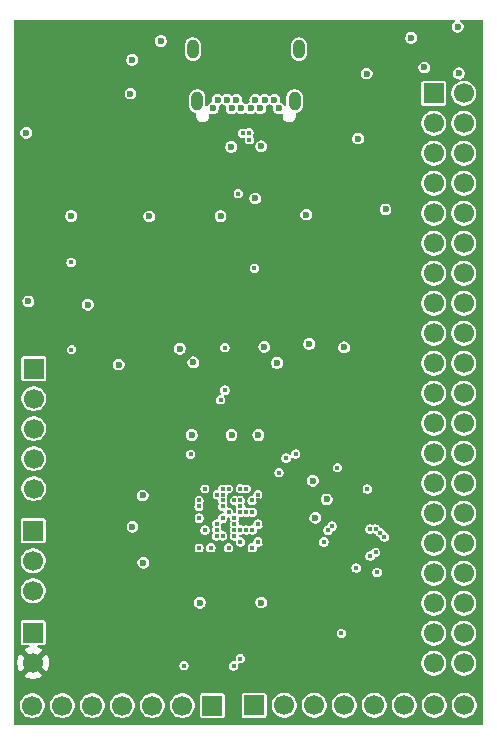
<source format=gbr>
%TF.GenerationSoftware,KiCad,Pcbnew,9.0.4*%
%TF.CreationDate,2025-09-29T16:36:38+03:00*%
%TF.ProjectId,Asius2,41736975-7332-42e6-9b69-6361645f7063,rev?*%
%TF.SameCoordinates,Original*%
%TF.FileFunction,Copper,L4,Inr*%
%TF.FilePolarity,Positive*%
%FSLAX46Y46*%
G04 Gerber Fmt 4.6, Leading zero omitted, Abs format (unit mm)*
G04 Created by KiCad (PCBNEW 9.0.4) date 2025-09-29 16:36:38*
%MOMM*%
%LPD*%
G01*
G04 APERTURE LIST*
%TA.AperFunction,ComponentPad*%
%ADD10C,0.600000*%
%TD*%
%TA.AperFunction,ComponentPad*%
%ADD11O,1.000000X1.600000*%
%TD*%
%TA.AperFunction,ComponentPad*%
%ADD12R,1.700000X1.700000*%
%TD*%
%TA.AperFunction,ComponentPad*%
%ADD13C,1.700000*%
%TD*%
%TA.AperFunction,ViaPad*%
%ADD14C,0.600000*%
%TD*%
%TA.AperFunction,ViaPad*%
%ADD15C,0.400000*%
%TD*%
G04 APERTURE END LIST*
D10*
%TO.N,GND*%
%TO.C,USBC1*%
X83460000Y-78150000D03*
%TO.N,/CAN3_H*%
X83860000Y-77450000D03*
%TO.N,/CAN3_L*%
X84660000Y-77450000D03*
%TO.N,+5V*%
X85060000Y-78150000D03*
%TO.N,Net-(USBC1-CC2)*%
X85460000Y-77450000D03*
%TO.N,/USB_DP*%
X85860000Y-78150000D03*
%TO.N,/USB_DM*%
X86660000Y-78150000D03*
%TO.N,/SBU2*%
X87060000Y-77450000D03*
%TO.N,+5V*%
X87460000Y-78150000D03*
%TO.N,/CAN4_L*%
X87860000Y-77450000D03*
%TO.N,/CAN4_H*%
X88660000Y-77450000D03*
%TO.N,GND*%
X89060000Y-78150000D03*
D11*
X90390000Y-77560000D03*
X82130000Y-77560000D03*
X90750000Y-73150000D03*
X81770000Y-73150000D03*
%TD*%
D12*
%TO.N,unconnected-(J2-Pin_1-Pad1)*%
%TO.C,J2*%
X102160000Y-76890000D03*
D13*
%TO.N,+5V*%
X104700000Y-76890000D03*
%TO.N,/IMU_SDA*%
X102160000Y-79430000D03*
%TO.N,+5V*%
X104700000Y-79430000D03*
%TO.N,/IMU_SCL*%
X102160000Y-81970000D03*
%TO.N,GND*%
X104700000Y-81970000D03*
%TO.N,unconnected-(J2-Pin_7-Pad7)*%
X102160000Y-84510000D03*
%TO.N,/UART_RX*%
X104700000Y-84510000D03*
%TO.N,GND*%
X102160000Y-87050000D03*
%TO.N,/UART_TX*%
X104700000Y-87050000D03*
%TO.N,unconnected-(J2-Pin_11-Pad11)*%
X102160000Y-89590000D03*
%TO.N,unconnected-(J2-Pin_12-Pad12)*%
X104700000Y-89590000D03*
%TO.N,unconnected-(J2-Pin_13-Pad13)*%
X102160000Y-92130000D03*
%TO.N,GND*%
X104700000Y-92130000D03*
%TO.N,unconnected-(J2-Pin_15-Pad15)*%
X102160000Y-94670000D03*
%TO.N,unconnected-(J2-Pin_16-Pad16)*%
X104700000Y-94670000D03*
%TO.N,unconnected-(J2-Pin_17-Pad17)*%
X102160000Y-97210000D03*
%TO.N,unconnected-(J2-Pin_18-Pad18)*%
X104700000Y-97210000D03*
%TO.N,/SPI_MOSI*%
X102160000Y-99750000D03*
%TO.N,unconnected-(J2-Pin_20-Pad20)*%
X104700000Y-99750000D03*
%TO.N,/SPI_MISO*%
X102160000Y-102290000D03*
%TO.N,unconnected-(J2-Pin_22-Pad22)*%
X104700000Y-102290000D03*
%TO.N,/SPI_SCK*%
X102160000Y-104830000D03*
%TO.N,/SPI_NSS*%
X104700000Y-104830000D03*
%TO.N,unconnected-(J2-Pin_25-Pad25)*%
X102160000Y-107370000D03*
%TO.N,unconnected-(J2-Pin_26-Pad26)*%
X104700000Y-107370000D03*
%TO.N,unconnected-(J2-Pin_27-Pad27)*%
X102160000Y-109910000D03*
%TO.N,unconnected-(J2-Pin_28-Pad28)*%
X104700000Y-109910000D03*
%TO.N,unconnected-(J2-Pin_29-Pad29)*%
X102160000Y-112450000D03*
%TO.N,unconnected-(J2-Pin_30-Pad30)*%
X104700000Y-112450000D03*
%TO.N,unconnected-(J2-Pin_31-Pad31)*%
X102160000Y-114990000D03*
%TO.N,unconnected-(J2-Pin_32-Pad32)*%
X104700000Y-114990000D03*
%TO.N,unconnected-(J2-Pin_33-Pad33)*%
X102160000Y-117530000D03*
%TO.N,unconnected-(J2-Pin_34-Pad34)*%
X104700000Y-117530000D03*
%TO.N,unconnected-(J2-Pin_35-Pad35)*%
X102160000Y-120070000D03*
%TO.N,unconnected-(J2-Pin_36-Pad36)*%
X104700000Y-120070000D03*
%TO.N,unconnected-(J2-Pin_37-Pad37)*%
X102160000Y-122610000D03*
%TO.N,unconnected-(J2-Pin_38-Pad38)*%
X104700000Y-122610000D03*
%TO.N,unconnected-(J2-Pin_39-Pad39)*%
X102160000Y-125150000D03*
%TO.N,unconnected-(J2-Pin_40-Pad40)*%
X104700000Y-125150000D03*
%TD*%
D12*
%TO.N,/AUDIO_SAI4_SCK_B*%
%TO.C,J5*%
X83410000Y-128720000D03*
D13*
%TO.N,/AUDIO_SAI4_FS_B*%
X80870000Y-128720000D03*
%TO.N,/AUDIO_SAI4_SD_A*%
X78330000Y-128720000D03*
%TO.N,/AUDIO_SAI4_SD_B*%
X75790000Y-128720000D03*
%TO.N,/AUDIO_DFSDM1_DATIN3*%
X73250000Y-128720000D03*
%TO.N,/AUDIO_DFSDM1_CKOUT*%
X70710000Y-128720000D03*
%TO.N,/AUDIO_SAI4_MCLK_B*%
X68170000Y-128720000D03*
%TD*%
D12*
%TO.N,GND*%
%TO.C,J1*%
X68250000Y-122560000D03*
D13*
%TO.N,+3.3V*%
X68250000Y-125100000D03*
%TD*%
D12*
%TO.N,/SWDIO*%
%TO.C,J6*%
X68300000Y-100190000D03*
D13*
%TO.N,/SWCLK*%
X68300000Y-102730000D03*
%TO.N,/JTDI*%
X68300000Y-105270000D03*
%TO.N,/TRACESWO*%
X68300000Y-107810000D03*
%TO.N,/NJTRST*%
X68300000Y-110350000D03*
%TD*%
D12*
%TO.N,/FAN_ENABLE*%
%TO.C,J4*%
X68250000Y-113920000D03*
D13*
%TO.N,/FAN_TACHOMETER*%
X68250000Y-116460000D03*
%TO.N,/FAN_SETUP*%
X68250000Y-119000000D03*
%TD*%
D12*
%TO.N,/BOOTKICK*%
%TO.C,J3*%
X86960000Y-128700000D03*
D13*
%TO.N,/SOM_GPIO*%
X89500000Y-128700000D03*
%TO.N,/VOLT_S*%
X92040000Y-128700000D03*
%TO.N,/VBAT_EN*%
X94580000Y-128700000D03*
%TO.N,/SBU1_RELAY*%
X97120000Y-128700000D03*
%TO.N,/SBU2_RELAY*%
X99660000Y-128700000D03*
%TO.N,/PWR_READOUT1*%
X102200000Y-128700000D03*
%TO.N,/PWR_READOUT2*%
X104740000Y-128700000D03*
%TD*%
D14*
%TO.N,+5V*%
X95750000Y-80720000D03*
%TO.N,GND*%
X94580000Y-98400000D03*
%TO.N,+3.3V*%
X100220000Y-74710000D03*
%TO.N,GND*%
X101370000Y-74693800D03*
X104180000Y-71240000D03*
X75490000Y-99850000D03*
%TO.N,+3.3V*%
X77050000Y-99860000D03*
%TO.N,GND*%
X81800000Y-99670000D03*
%TO.N,+3.3V*%
X83350000Y-99640000D03*
D15*
%TO.N,/CAN1_T*%
X84118800Y-102830000D03*
%TO.N,/CAN2_R*%
X84470000Y-102016200D03*
D14*
%TO.N,GND*%
X72870000Y-94790000D03*
X93096200Y-111250000D03*
X81680000Y-105816200D03*
X92141369Y-112828631D03*
X91920000Y-109683800D03*
X85040000Y-105816200D03*
X87310000Y-105816200D03*
X77570000Y-116630000D03*
X77510000Y-110920000D03*
X82359400Y-120010000D03*
X87550000Y-120000000D03*
D15*
X83290000Y-115360000D03*
D14*
X96480000Y-75210000D03*
X98080000Y-86700000D03*
D15*
X86790000Y-115360000D03*
X82790000Y-110360000D03*
D14*
X91370000Y-87150000D03*
D15*
X85290000Y-111360000D03*
D14*
X84110000Y-87280000D03*
X78070000Y-87310000D03*
D15*
X85790000Y-110360000D03*
X82290000Y-112860000D03*
X87290000Y-110860000D03*
X87290000Y-114860000D03*
X82290000Y-115360000D03*
D14*
X76480000Y-76910000D03*
D15*
X87290000Y-113360000D03*
D14*
X88900000Y-99710000D03*
X67660000Y-80220000D03*
X79060000Y-72460000D03*
X76650000Y-113590000D03*
D15*
X86290000Y-110360000D03*
X82290000Y-111360000D03*
D14*
X100240000Y-72190000D03*
X87040000Y-85790000D03*
D15*
X84790000Y-110360000D03*
D14*
X71460000Y-87280000D03*
D15*
X84790000Y-115360000D03*
D14*
X67840000Y-94490000D03*
D15*
X82790000Y-113860000D03*
X82290000Y-111860000D03*
%TO.N,+3.3V*%
X87790000Y-112860000D03*
X87790000Y-113360000D03*
X86290000Y-109860000D03*
X87290000Y-111360000D03*
X81790000Y-114860000D03*
X84290000Y-109860000D03*
D14*
X73690000Y-79520000D03*
X98180000Y-98430000D03*
D15*
X81790000Y-112360000D03*
X81790000Y-112860000D03*
X87790000Y-114860000D03*
X84790000Y-109860000D03*
X83290000Y-110360000D03*
D14*
X67810000Y-87380000D03*
X94080000Y-72210000D03*
D15*
X86290000Y-115360000D03*
X81790000Y-111360000D03*
D14*
X90410000Y-99680000D03*
D15*
X82790000Y-109860000D03*
D14*
X71440000Y-94710000D03*
D15*
X82290000Y-114860000D03*
X83290000Y-115860000D03*
X83290000Y-110860000D03*
X84790000Y-115860000D03*
X81790000Y-115360000D03*
X87790000Y-110860000D03*
X82790000Y-111860000D03*
D14*
X98690000Y-122540000D03*
D15*
X86790000Y-115860000D03*
%TO.N,/SBU2*%
X85220594Y-125363800D03*
X81010000Y-125350000D03*
%TO.N,/SBU1*%
X84290000Y-114360000D03*
X85610000Y-85370000D03*
%TO.N,/CAN2_E*%
X85790000Y-114860000D03*
X97990000Y-114450000D03*
%TO.N,/CAN3_R*%
X97650000Y-114080000D03*
X86790000Y-113860000D03*
%TO.N,/CAN1_R*%
X83790000Y-110860000D03*
D14*
X91610000Y-98110000D03*
D15*
%TO.N,/CAN3_T*%
X97240000Y-113770000D03*
X97240000Y-115756200D03*
%TO.N,/CAN1_E*%
X86980000Y-91690000D03*
X84290000Y-111360000D03*
D14*
%TO.N,/CAN1_T*%
X87810000Y-98350000D03*
D15*
%TO.N,/CAN2_R*%
X84470000Y-98420000D03*
%TO.N,/CAN2_T*%
X84290000Y-110860000D03*
D14*
X80670000Y-98510000D03*
D15*
%TO.N,/CAN3_E*%
X96780000Y-116063800D03*
X96763797Y-113770000D03*
D14*
%TO.N,+5V*%
X85010000Y-81430000D03*
X87550000Y-81380000D03*
X104290000Y-75200000D03*
X76630000Y-74050000D03*
D15*
%TO.N,Net-(U7-NRST)*%
X71490000Y-98580000D03*
X84290000Y-112860000D03*
%TO.N,/UART_RX*%
X89660000Y-107770000D03*
X85290000Y-113360000D03*
%TO.N,/SPI_MISO*%
X85290000Y-114360000D03*
%TO.N,/SPI_MOSI*%
X85790000Y-113860000D03*
%TO.N,/UART_TX*%
X90473800Y-107430000D03*
X85290000Y-112860000D03*
%TO.N,/SOM_GPIO*%
X83790000Y-113360000D03*
%TO.N,/PWR_READOUT2*%
X83790000Y-114360000D03*
%TO.N,/VBAT_EN*%
X94010000Y-108580000D03*
%TO.N,/BOOTKICK*%
X83790000Y-113860000D03*
%TO.N,/SBU1_RELAY*%
X93543741Y-113536520D03*
%TO.N,/FAN_SETUP*%
X92860000Y-114863800D03*
%TO.N,/FAN_TACHOMETER*%
X85790000Y-111860000D03*
%TO.N,/FAN_ENABLE*%
X85790000Y-111360000D03*
%TO.N,/AUDIO_DFSDM1_CKOUT*%
X85780000Y-124740000D03*
X85290000Y-113860000D03*
%TO.N,/AUDIO_SAI4_SD_A*%
X86290000Y-113860000D03*
X93203800Y-113870000D03*
%TO.N,/SWDIO*%
X96530000Y-110390000D03*
X86790000Y-111360000D03*
%TO.N,/JTDI*%
X89060000Y-109000000D03*
%TO.N,/NJTRST*%
X84290000Y-110360000D03*
X81575958Y-107454042D03*
%TO.N,/TRACESWO*%
X84790000Y-112360000D03*
%TO.N,/LED_RED*%
X85790000Y-112360000D03*
X97370000Y-117440000D03*
%TO.N,/LED_GREEN*%
X95590000Y-117080000D03*
X86290000Y-112360000D03*
%TO.N,/LED_BLUE*%
X94336200Y-122610000D03*
X86790000Y-112360000D03*
%TO.N,Net-(U7-BOOT0)*%
X71460000Y-91200000D03*
X84290000Y-111860000D03*
%TO.N,/USB_DM*%
X85970000Y-80270000D03*
X86560000Y-80820000D03*
%TO.N,/USB_DP*%
X86510000Y-80230000D03*
%TD*%
%TA.AperFunction,Conductor*%
%TO.N,+3.3V*%
G36*
X103906082Y-70659407D02*
G01*
X103942046Y-70708907D01*
X103942046Y-70770093D01*
X103906082Y-70819593D01*
X103897397Y-70825232D01*
X103884320Y-70832782D01*
X103872687Y-70839499D01*
X103779496Y-70932690D01*
X103713609Y-71046809D01*
X103713608Y-71046814D01*
X103679500Y-71174108D01*
X103679500Y-71305892D01*
X103709579Y-71418151D01*
X103713609Y-71433190D01*
X103779496Y-71547309D01*
X103779498Y-71547311D01*
X103779500Y-71547314D01*
X103872686Y-71640500D01*
X103872688Y-71640501D01*
X103872690Y-71640503D01*
X103986810Y-71706390D01*
X103986808Y-71706390D01*
X103986812Y-71706391D01*
X103986814Y-71706392D01*
X104114108Y-71740500D01*
X104114110Y-71740500D01*
X104245890Y-71740500D01*
X104245892Y-71740500D01*
X104373186Y-71706392D01*
X104373188Y-71706390D01*
X104373190Y-71706390D01*
X104487309Y-71640503D01*
X104487309Y-71640502D01*
X104487314Y-71640500D01*
X104580500Y-71547314D01*
X104646392Y-71433186D01*
X104680500Y-71305892D01*
X104680500Y-71174108D01*
X104646392Y-71046814D01*
X104646390Y-71046811D01*
X104646390Y-71046809D01*
X104580503Y-70932690D01*
X104580501Y-70932688D01*
X104580500Y-70932686D01*
X104487314Y-70839500D01*
X104462608Y-70825236D01*
X104421668Y-70779767D01*
X104415272Y-70718917D01*
X104445865Y-70665929D01*
X104501760Y-70641042D01*
X104512109Y-70640500D01*
X106260500Y-70640500D01*
X106318691Y-70659407D01*
X106354655Y-70708907D01*
X106359500Y-70739500D01*
X106359500Y-130260500D01*
X106340593Y-130318691D01*
X106291093Y-130354655D01*
X106260500Y-130359500D01*
X66739500Y-130359500D01*
X66681309Y-130340593D01*
X66645345Y-130291093D01*
X66640500Y-130260500D01*
X66640500Y-128616532D01*
X67119500Y-128616532D01*
X67119500Y-128823467D01*
X67159869Y-129026418D01*
X67239058Y-129217597D01*
X67354020Y-129389651D01*
X67354023Y-129389655D01*
X67500345Y-129535977D01*
X67672402Y-129650941D01*
X67863580Y-129730130D01*
X68066535Y-129770500D01*
X68066536Y-129770500D01*
X68273464Y-129770500D01*
X68273465Y-129770500D01*
X68476420Y-129730130D01*
X68667598Y-129650941D01*
X68839655Y-129535977D01*
X68985977Y-129389655D01*
X69100941Y-129217598D01*
X69180130Y-129026420D01*
X69220500Y-128823465D01*
X69220500Y-128616535D01*
X69220499Y-128616532D01*
X69659500Y-128616532D01*
X69659500Y-128823467D01*
X69699869Y-129026418D01*
X69779058Y-129217597D01*
X69894020Y-129389651D01*
X69894023Y-129389655D01*
X70040345Y-129535977D01*
X70212402Y-129650941D01*
X70403580Y-129730130D01*
X70606535Y-129770500D01*
X70606536Y-129770500D01*
X70813464Y-129770500D01*
X70813465Y-129770500D01*
X71016420Y-129730130D01*
X71207598Y-129650941D01*
X71379655Y-129535977D01*
X71525977Y-129389655D01*
X71640941Y-129217598D01*
X71720130Y-129026420D01*
X71760500Y-128823465D01*
X71760500Y-128616535D01*
X71760499Y-128616532D01*
X72199500Y-128616532D01*
X72199500Y-128823467D01*
X72239869Y-129026418D01*
X72319058Y-129217597D01*
X72434020Y-129389651D01*
X72434023Y-129389655D01*
X72580345Y-129535977D01*
X72752402Y-129650941D01*
X72943580Y-129730130D01*
X73146535Y-129770500D01*
X73146536Y-129770500D01*
X73353464Y-129770500D01*
X73353465Y-129770500D01*
X73556420Y-129730130D01*
X73747598Y-129650941D01*
X73919655Y-129535977D01*
X74065977Y-129389655D01*
X74180941Y-129217598D01*
X74260130Y-129026420D01*
X74300500Y-128823465D01*
X74300500Y-128616535D01*
X74300499Y-128616532D01*
X74739500Y-128616532D01*
X74739500Y-128823467D01*
X74779869Y-129026418D01*
X74859058Y-129217597D01*
X74974020Y-129389651D01*
X74974023Y-129389655D01*
X75120345Y-129535977D01*
X75292402Y-129650941D01*
X75483580Y-129730130D01*
X75686535Y-129770500D01*
X75686536Y-129770500D01*
X75893464Y-129770500D01*
X75893465Y-129770500D01*
X76096420Y-129730130D01*
X76287598Y-129650941D01*
X76459655Y-129535977D01*
X76605977Y-129389655D01*
X76720941Y-129217598D01*
X76800130Y-129026420D01*
X76840500Y-128823465D01*
X76840500Y-128616535D01*
X76840499Y-128616532D01*
X77279500Y-128616532D01*
X77279500Y-128823467D01*
X77319869Y-129026418D01*
X77399058Y-129217597D01*
X77514020Y-129389651D01*
X77514023Y-129389655D01*
X77660345Y-129535977D01*
X77832402Y-129650941D01*
X78023580Y-129730130D01*
X78226535Y-129770500D01*
X78226536Y-129770500D01*
X78433464Y-129770500D01*
X78433465Y-129770500D01*
X78636420Y-129730130D01*
X78827598Y-129650941D01*
X78999655Y-129535977D01*
X79145977Y-129389655D01*
X79260941Y-129217598D01*
X79340130Y-129026420D01*
X79380500Y-128823465D01*
X79380500Y-128616535D01*
X79380499Y-128616532D01*
X79819500Y-128616532D01*
X79819500Y-128823467D01*
X79859869Y-129026418D01*
X79939058Y-129217597D01*
X80054020Y-129389651D01*
X80054023Y-129389655D01*
X80200345Y-129535977D01*
X80372402Y-129650941D01*
X80563580Y-129730130D01*
X80766535Y-129770500D01*
X80766536Y-129770500D01*
X80973464Y-129770500D01*
X80973465Y-129770500D01*
X81176420Y-129730130D01*
X81367598Y-129650941D01*
X81539655Y-129535977D01*
X81685977Y-129389655D01*
X81800941Y-129217598D01*
X81880130Y-129026420D01*
X81920500Y-128823465D01*
X81920500Y-128616535D01*
X81880130Y-128413580D01*
X81800941Y-128222402D01*
X81685977Y-128050345D01*
X81539655Y-127904023D01*
X81509723Y-127884023D01*
X81459182Y-127850253D01*
X82359500Y-127850253D01*
X82359500Y-129589746D01*
X82359501Y-129589758D01*
X82371132Y-129648227D01*
X82371134Y-129648233D01*
X82412493Y-129710130D01*
X82415448Y-129714552D01*
X82481769Y-129758867D01*
X82526231Y-129767711D01*
X82540241Y-129770498D01*
X82540246Y-129770498D01*
X82540252Y-129770500D01*
X82540253Y-129770500D01*
X84279747Y-129770500D01*
X84279748Y-129770500D01*
X84338231Y-129758867D01*
X84404552Y-129714552D01*
X84448867Y-129648231D01*
X84460500Y-129589748D01*
X84460500Y-127850252D01*
X84460499Y-127850250D01*
X84460499Y-127850244D01*
X84459399Y-127844715D01*
X84459396Y-127844703D01*
X84456522Y-127830253D01*
X85909500Y-127830253D01*
X85909500Y-129569746D01*
X85909501Y-129569758D01*
X85921132Y-129628227D01*
X85921134Y-129628233D01*
X85965445Y-129694548D01*
X85965448Y-129694552D01*
X86031769Y-129738867D01*
X86076231Y-129747711D01*
X86090241Y-129750498D01*
X86090246Y-129750498D01*
X86090252Y-129750500D01*
X86090253Y-129750500D01*
X87829747Y-129750500D01*
X87829748Y-129750500D01*
X87888231Y-129738867D01*
X87954552Y-129694552D01*
X87998867Y-129628231D01*
X88010500Y-129569748D01*
X88010500Y-128596532D01*
X88449500Y-128596532D01*
X88449500Y-128803467D01*
X88489869Y-129006418D01*
X88569058Y-129197597D01*
X88582422Y-129217598D01*
X88684023Y-129369655D01*
X88830345Y-129515977D01*
X89002402Y-129630941D01*
X89193580Y-129710130D01*
X89396535Y-129750500D01*
X89396536Y-129750500D01*
X89603464Y-129750500D01*
X89603465Y-129750500D01*
X89806420Y-129710130D01*
X89997598Y-129630941D01*
X90169655Y-129515977D01*
X90315977Y-129369655D01*
X90430941Y-129197598D01*
X90510130Y-129006420D01*
X90550500Y-128803465D01*
X90550500Y-128596535D01*
X90550499Y-128596532D01*
X90989500Y-128596532D01*
X90989500Y-128803467D01*
X91029869Y-129006418D01*
X91109058Y-129197597D01*
X91122422Y-129217598D01*
X91224023Y-129369655D01*
X91370345Y-129515977D01*
X91542402Y-129630941D01*
X91733580Y-129710130D01*
X91936535Y-129750500D01*
X91936536Y-129750500D01*
X92143464Y-129750500D01*
X92143465Y-129750500D01*
X92346420Y-129710130D01*
X92537598Y-129630941D01*
X92709655Y-129515977D01*
X92855977Y-129369655D01*
X92970941Y-129197598D01*
X93050130Y-129006420D01*
X93090500Y-128803465D01*
X93090500Y-128596535D01*
X93090499Y-128596532D01*
X93529500Y-128596532D01*
X93529500Y-128803467D01*
X93569869Y-129006418D01*
X93649058Y-129197597D01*
X93662422Y-129217598D01*
X93764023Y-129369655D01*
X93910345Y-129515977D01*
X94082402Y-129630941D01*
X94273580Y-129710130D01*
X94476535Y-129750500D01*
X94476536Y-129750500D01*
X94683464Y-129750500D01*
X94683465Y-129750500D01*
X94886420Y-129710130D01*
X95077598Y-129630941D01*
X95249655Y-129515977D01*
X95395977Y-129369655D01*
X95510941Y-129197598D01*
X95590130Y-129006420D01*
X95630500Y-128803465D01*
X95630500Y-128596535D01*
X95630499Y-128596532D01*
X96069500Y-128596532D01*
X96069500Y-128803467D01*
X96109869Y-129006418D01*
X96189058Y-129197597D01*
X96202422Y-129217598D01*
X96304023Y-129369655D01*
X96450345Y-129515977D01*
X96622402Y-129630941D01*
X96813580Y-129710130D01*
X97016535Y-129750500D01*
X97016536Y-129750500D01*
X97223464Y-129750500D01*
X97223465Y-129750500D01*
X97426420Y-129710130D01*
X97617598Y-129630941D01*
X97789655Y-129515977D01*
X97935977Y-129369655D01*
X98050941Y-129197598D01*
X98130130Y-129006420D01*
X98170500Y-128803465D01*
X98170500Y-128596535D01*
X98170499Y-128596532D01*
X98609500Y-128596532D01*
X98609500Y-128803467D01*
X98649869Y-129006418D01*
X98729058Y-129197597D01*
X98742422Y-129217598D01*
X98844023Y-129369655D01*
X98990345Y-129515977D01*
X99162402Y-129630941D01*
X99353580Y-129710130D01*
X99556535Y-129750500D01*
X99556536Y-129750500D01*
X99763464Y-129750500D01*
X99763465Y-129750500D01*
X99966420Y-129710130D01*
X100157598Y-129630941D01*
X100329655Y-129515977D01*
X100475977Y-129369655D01*
X100590941Y-129197598D01*
X100670130Y-129006420D01*
X100710500Y-128803465D01*
X100710500Y-128596535D01*
X100710499Y-128596532D01*
X101149500Y-128596532D01*
X101149500Y-128803467D01*
X101189869Y-129006418D01*
X101269058Y-129197597D01*
X101282422Y-129217598D01*
X101384023Y-129369655D01*
X101530345Y-129515977D01*
X101702402Y-129630941D01*
X101893580Y-129710130D01*
X102096535Y-129750500D01*
X102096536Y-129750500D01*
X102303464Y-129750500D01*
X102303465Y-129750500D01*
X102506420Y-129710130D01*
X102697598Y-129630941D01*
X102869655Y-129515977D01*
X103015977Y-129369655D01*
X103130941Y-129197598D01*
X103210130Y-129006420D01*
X103250500Y-128803465D01*
X103250500Y-128596535D01*
X103250499Y-128596532D01*
X103689500Y-128596532D01*
X103689500Y-128803467D01*
X103729869Y-129006418D01*
X103809058Y-129197597D01*
X103822422Y-129217598D01*
X103924023Y-129369655D01*
X104070345Y-129515977D01*
X104242402Y-129630941D01*
X104433580Y-129710130D01*
X104636535Y-129750500D01*
X104636536Y-129750500D01*
X104843464Y-129750500D01*
X104843465Y-129750500D01*
X105046420Y-129710130D01*
X105237598Y-129630941D01*
X105409655Y-129515977D01*
X105555977Y-129369655D01*
X105670941Y-129197598D01*
X105750130Y-129006420D01*
X105790500Y-128803465D01*
X105790500Y-128596535D01*
X105750130Y-128393580D01*
X105670941Y-128202402D01*
X105555977Y-128030345D01*
X105409655Y-127884023D01*
X105409651Y-127884020D01*
X105237597Y-127769058D01*
X105046418Y-127689869D01*
X104843467Y-127649500D01*
X104843465Y-127649500D01*
X104636535Y-127649500D01*
X104636532Y-127649500D01*
X104433581Y-127689869D01*
X104242402Y-127769058D01*
X104070348Y-127884020D01*
X103924020Y-128030348D01*
X103809058Y-128202402D01*
X103729869Y-128393581D01*
X103689500Y-128596532D01*
X103250499Y-128596532D01*
X103210130Y-128393580D01*
X103130941Y-128202402D01*
X103015977Y-128030345D01*
X102869655Y-127884023D01*
X102869651Y-127884020D01*
X102697597Y-127769058D01*
X102506418Y-127689869D01*
X102303467Y-127649500D01*
X102303465Y-127649500D01*
X102096535Y-127649500D01*
X102096532Y-127649500D01*
X101893581Y-127689869D01*
X101702402Y-127769058D01*
X101530348Y-127884020D01*
X101384020Y-128030348D01*
X101269058Y-128202402D01*
X101189869Y-128393581D01*
X101149500Y-128596532D01*
X100710499Y-128596532D01*
X100670130Y-128393580D01*
X100590941Y-128202402D01*
X100475977Y-128030345D01*
X100329655Y-127884023D01*
X100329651Y-127884020D01*
X100157597Y-127769058D01*
X99966418Y-127689869D01*
X99763467Y-127649500D01*
X99763465Y-127649500D01*
X99556535Y-127649500D01*
X99556532Y-127649500D01*
X99353581Y-127689869D01*
X99162402Y-127769058D01*
X98990348Y-127884020D01*
X98844020Y-128030348D01*
X98729058Y-128202402D01*
X98649869Y-128393581D01*
X98609500Y-128596532D01*
X98170499Y-128596532D01*
X98130130Y-128393580D01*
X98050941Y-128202402D01*
X97935977Y-128030345D01*
X97789655Y-127884023D01*
X97789651Y-127884020D01*
X97617597Y-127769058D01*
X97426418Y-127689869D01*
X97223467Y-127649500D01*
X97223465Y-127649500D01*
X97016535Y-127649500D01*
X97016532Y-127649500D01*
X96813581Y-127689869D01*
X96622402Y-127769058D01*
X96450348Y-127884020D01*
X96304020Y-128030348D01*
X96189058Y-128202402D01*
X96109869Y-128393581D01*
X96069500Y-128596532D01*
X95630499Y-128596532D01*
X95590130Y-128393580D01*
X95510941Y-128202402D01*
X95395977Y-128030345D01*
X95249655Y-127884023D01*
X95249651Y-127884020D01*
X95077597Y-127769058D01*
X94886418Y-127689869D01*
X94683467Y-127649500D01*
X94683465Y-127649500D01*
X94476535Y-127649500D01*
X94476532Y-127649500D01*
X94273581Y-127689869D01*
X94082402Y-127769058D01*
X93910348Y-127884020D01*
X93764020Y-128030348D01*
X93649058Y-128202402D01*
X93569869Y-128393581D01*
X93529500Y-128596532D01*
X93090499Y-128596532D01*
X93050130Y-128393580D01*
X92970941Y-128202402D01*
X92855977Y-128030345D01*
X92709655Y-127884023D01*
X92709651Y-127884020D01*
X92537597Y-127769058D01*
X92346418Y-127689869D01*
X92143467Y-127649500D01*
X92143465Y-127649500D01*
X91936535Y-127649500D01*
X91936532Y-127649500D01*
X91733581Y-127689869D01*
X91542402Y-127769058D01*
X91370348Y-127884020D01*
X91224020Y-128030348D01*
X91109058Y-128202402D01*
X91029869Y-128393581D01*
X90989500Y-128596532D01*
X90550499Y-128596532D01*
X90510130Y-128393580D01*
X90430941Y-128202402D01*
X90315977Y-128030345D01*
X90169655Y-127884023D01*
X90169651Y-127884020D01*
X89997597Y-127769058D01*
X89806418Y-127689869D01*
X89603467Y-127649500D01*
X89603465Y-127649500D01*
X89396535Y-127649500D01*
X89396532Y-127649500D01*
X89193581Y-127689869D01*
X89002402Y-127769058D01*
X88830348Y-127884020D01*
X88684020Y-128030348D01*
X88569058Y-128202402D01*
X88489869Y-128393581D01*
X88449500Y-128596532D01*
X88010500Y-128596532D01*
X88010500Y-127830252D01*
X87998867Y-127771769D01*
X87954552Y-127705448D01*
X87954548Y-127705445D01*
X87888233Y-127661134D01*
X87888231Y-127661133D01*
X87888228Y-127661132D01*
X87888227Y-127661132D01*
X87829758Y-127649501D01*
X87829748Y-127649500D01*
X86090252Y-127649500D01*
X86090251Y-127649500D01*
X86090241Y-127649501D01*
X86031772Y-127661132D01*
X86031766Y-127661134D01*
X85965451Y-127705445D01*
X85965445Y-127705451D01*
X85921134Y-127771766D01*
X85921132Y-127771772D01*
X85909501Y-127830241D01*
X85909500Y-127830253D01*
X84456522Y-127830253D01*
X84448867Y-127791769D01*
X84404552Y-127725448D01*
X84404548Y-127725445D01*
X84338233Y-127681134D01*
X84338231Y-127681133D01*
X84338228Y-127681132D01*
X84338227Y-127681132D01*
X84279758Y-127669501D01*
X84279748Y-127669500D01*
X82540252Y-127669500D01*
X82540251Y-127669500D01*
X82540241Y-127669501D01*
X82481772Y-127681132D01*
X82481766Y-127681134D01*
X82415451Y-127725445D01*
X82415445Y-127725451D01*
X82371134Y-127791766D01*
X82371132Y-127791772D01*
X82359501Y-127850241D01*
X82359500Y-127850253D01*
X81459182Y-127850253D01*
X81367597Y-127789058D01*
X81176418Y-127709869D01*
X80973467Y-127669500D01*
X80973465Y-127669500D01*
X80766535Y-127669500D01*
X80766532Y-127669500D01*
X80563581Y-127709869D01*
X80372402Y-127789058D01*
X80200348Y-127904020D01*
X80054020Y-128050348D01*
X79939058Y-128222402D01*
X79859869Y-128413581D01*
X79819500Y-128616532D01*
X79380499Y-128616532D01*
X79340130Y-128413580D01*
X79260941Y-128222402D01*
X79145977Y-128050345D01*
X78999655Y-127904023D01*
X78969723Y-127884023D01*
X78827597Y-127789058D01*
X78636418Y-127709869D01*
X78433467Y-127669500D01*
X78433465Y-127669500D01*
X78226535Y-127669500D01*
X78226532Y-127669500D01*
X78023581Y-127709869D01*
X77832402Y-127789058D01*
X77660348Y-127904020D01*
X77514020Y-128050348D01*
X77399058Y-128222402D01*
X77319869Y-128413581D01*
X77279500Y-128616532D01*
X76840499Y-128616532D01*
X76800130Y-128413580D01*
X76720941Y-128222402D01*
X76605977Y-128050345D01*
X76459655Y-127904023D01*
X76429723Y-127884023D01*
X76287597Y-127789058D01*
X76096418Y-127709869D01*
X75893467Y-127669500D01*
X75893465Y-127669500D01*
X75686535Y-127669500D01*
X75686532Y-127669500D01*
X75483581Y-127709869D01*
X75292402Y-127789058D01*
X75120348Y-127904020D01*
X74974020Y-128050348D01*
X74859058Y-128222402D01*
X74779869Y-128413581D01*
X74739500Y-128616532D01*
X74300499Y-128616532D01*
X74260130Y-128413580D01*
X74180941Y-128222402D01*
X74065977Y-128050345D01*
X73919655Y-127904023D01*
X73889723Y-127884023D01*
X73747597Y-127789058D01*
X73556418Y-127709869D01*
X73353467Y-127669500D01*
X73353465Y-127669500D01*
X73146535Y-127669500D01*
X73146532Y-127669500D01*
X72943581Y-127709869D01*
X72752402Y-127789058D01*
X72580348Y-127904020D01*
X72434020Y-128050348D01*
X72319058Y-128222402D01*
X72239869Y-128413581D01*
X72199500Y-128616532D01*
X71760499Y-128616532D01*
X71720130Y-128413580D01*
X71640941Y-128222402D01*
X71525977Y-128050345D01*
X71379655Y-127904023D01*
X71349723Y-127884023D01*
X71207597Y-127789058D01*
X71016418Y-127709869D01*
X70813467Y-127669500D01*
X70813465Y-127669500D01*
X70606535Y-127669500D01*
X70606532Y-127669500D01*
X70403581Y-127709869D01*
X70212402Y-127789058D01*
X70040348Y-127904020D01*
X69894020Y-128050348D01*
X69779058Y-128222402D01*
X69699869Y-128413581D01*
X69659500Y-128616532D01*
X69220499Y-128616532D01*
X69180130Y-128413580D01*
X69100941Y-128222402D01*
X68985977Y-128050345D01*
X68839655Y-127904023D01*
X68809723Y-127884023D01*
X68667597Y-127789058D01*
X68476418Y-127709869D01*
X68273467Y-127669500D01*
X68273465Y-127669500D01*
X68066535Y-127669500D01*
X68066532Y-127669500D01*
X67863581Y-127709869D01*
X67672402Y-127789058D01*
X67500348Y-127904020D01*
X67354020Y-128050348D01*
X67239058Y-128222402D01*
X67159869Y-128413581D01*
X67119500Y-128616532D01*
X66640500Y-128616532D01*
X66640500Y-124993749D01*
X66900000Y-124993749D01*
X66900000Y-125206250D01*
X66933240Y-125416121D01*
X66998904Y-125618215D01*
X67095376Y-125807553D01*
X67095380Y-125807559D01*
X67134728Y-125861716D01*
X67134729Y-125861716D01*
X67767037Y-125229407D01*
X67784075Y-125292993D01*
X67849901Y-125407007D01*
X67942993Y-125500099D01*
X68057007Y-125565925D01*
X68120589Y-125582962D01*
X67488282Y-126215269D01*
X67488282Y-126215270D01*
X67542440Y-126254619D01*
X67542446Y-126254623D01*
X67731784Y-126351095D01*
X67933878Y-126416759D01*
X68143750Y-126450000D01*
X68356250Y-126450000D01*
X68566121Y-126416759D01*
X68768215Y-126351095D01*
X68957556Y-126254620D01*
X69011716Y-126215270D01*
X68379408Y-125582962D01*
X68442993Y-125565925D01*
X68557007Y-125500099D01*
X68650099Y-125407007D01*
X68715925Y-125292993D01*
X68732962Y-125229408D01*
X69365270Y-125861716D01*
X69404620Y-125807556D01*
X69501095Y-125618215D01*
X69566759Y-125416121D01*
X69585583Y-125297273D01*
X80609500Y-125297273D01*
X80609500Y-125402727D01*
X80636793Y-125504587D01*
X80636794Y-125504589D01*
X80636794Y-125504590D01*
X80672206Y-125565925D01*
X80689520Y-125595913D01*
X80764087Y-125670480D01*
X80855413Y-125723207D01*
X80957273Y-125750500D01*
X80957275Y-125750500D01*
X81062725Y-125750500D01*
X81062727Y-125750500D01*
X81164587Y-125723207D01*
X81255913Y-125670480D01*
X81330480Y-125595913D01*
X81383207Y-125504587D01*
X81410500Y-125402727D01*
X81410500Y-125311073D01*
X84820094Y-125311073D01*
X84820094Y-125416527D01*
X84847387Y-125518387D01*
X84847388Y-125518389D01*
X84847388Y-125518390D01*
X84894506Y-125600000D01*
X84900114Y-125609713D01*
X84974681Y-125684280D01*
X85066007Y-125737007D01*
X85167867Y-125764300D01*
X85167869Y-125764300D01*
X85273319Y-125764300D01*
X85273321Y-125764300D01*
X85375181Y-125737007D01*
X85466507Y-125684280D01*
X85541074Y-125609713D01*
X85593801Y-125518387D01*
X85621094Y-125416527D01*
X85621094Y-125311073D01*
X85608021Y-125262283D01*
X85611222Y-125201183D01*
X85649727Y-125153633D01*
X85708827Y-125137797D01*
X85720834Y-125139699D01*
X85720841Y-125139653D01*
X85727272Y-125140499D01*
X85727273Y-125140500D01*
X85727274Y-125140500D01*
X85832725Y-125140500D01*
X85832727Y-125140500D01*
X85934587Y-125113207D01*
X86025913Y-125060480D01*
X86039861Y-125046532D01*
X101109500Y-125046532D01*
X101109500Y-125253467D01*
X101149869Y-125456418D01*
X101229058Y-125647597D01*
X101344020Y-125819651D01*
X101344023Y-125819655D01*
X101490345Y-125965977D01*
X101662402Y-126080941D01*
X101853580Y-126160130D01*
X102056535Y-126200500D01*
X102056536Y-126200500D01*
X102263464Y-126200500D01*
X102263465Y-126200500D01*
X102466420Y-126160130D01*
X102657598Y-126080941D01*
X102829655Y-125965977D01*
X102975977Y-125819655D01*
X103090941Y-125647598D01*
X103170130Y-125456420D01*
X103210500Y-125253465D01*
X103210500Y-125046535D01*
X103210499Y-125046532D01*
X103649500Y-125046532D01*
X103649500Y-125253467D01*
X103689869Y-125456418D01*
X103769058Y-125647597D01*
X103884020Y-125819651D01*
X103884023Y-125819655D01*
X104030345Y-125965977D01*
X104202402Y-126080941D01*
X104393580Y-126160130D01*
X104596535Y-126200500D01*
X104596536Y-126200500D01*
X104803464Y-126200500D01*
X104803465Y-126200500D01*
X105006420Y-126160130D01*
X105197598Y-126080941D01*
X105369655Y-125965977D01*
X105515977Y-125819655D01*
X105630941Y-125647598D01*
X105710130Y-125456420D01*
X105750500Y-125253465D01*
X105750500Y-125046535D01*
X105710130Y-124843580D01*
X105630941Y-124652402D01*
X105515977Y-124480345D01*
X105369655Y-124334023D01*
X105197598Y-124219059D01*
X105197599Y-124219059D01*
X105197597Y-124219058D01*
X105006418Y-124139869D01*
X104803467Y-124099500D01*
X104803465Y-124099500D01*
X104596535Y-124099500D01*
X104596532Y-124099500D01*
X104393581Y-124139869D01*
X104202402Y-124219058D01*
X104030348Y-124334020D01*
X103884020Y-124480348D01*
X103769058Y-124652402D01*
X103689869Y-124843581D01*
X103649500Y-125046532D01*
X103210499Y-125046532D01*
X103170130Y-124843580D01*
X103090941Y-124652402D01*
X102975977Y-124480345D01*
X102829655Y-124334023D01*
X102657598Y-124219059D01*
X102657599Y-124219059D01*
X102657597Y-124219058D01*
X102466418Y-124139869D01*
X102263467Y-124099500D01*
X102263465Y-124099500D01*
X102056535Y-124099500D01*
X102056532Y-124099500D01*
X101853581Y-124139869D01*
X101662402Y-124219058D01*
X101490348Y-124334020D01*
X101344020Y-124480348D01*
X101229058Y-124652402D01*
X101149869Y-124843581D01*
X101109500Y-125046532D01*
X86039861Y-125046532D01*
X86100480Y-124985913D01*
X86153207Y-124894587D01*
X86180500Y-124792727D01*
X86180500Y-124687273D01*
X86153207Y-124585413D01*
X86100480Y-124494087D01*
X86025913Y-124419520D01*
X85979019Y-124392446D01*
X85934589Y-124366794D01*
X85934588Y-124366793D01*
X85934587Y-124366793D01*
X85832727Y-124339500D01*
X85727273Y-124339500D01*
X85625413Y-124366793D01*
X85625412Y-124366793D01*
X85625410Y-124366794D01*
X85625409Y-124366794D01*
X85534089Y-124419518D01*
X85459518Y-124494089D01*
X85406794Y-124585409D01*
X85406794Y-124585410D01*
X85406793Y-124585412D01*
X85406793Y-124585413D01*
X85379500Y-124687273D01*
X85379500Y-124792727D01*
X85392573Y-124841515D01*
X85389370Y-124902617D01*
X85350865Y-124950167D01*
X85291764Y-124966002D01*
X85279759Y-124964100D01*
X85279753Y-124964147D01*
X85273321Y-124963300D01*
X85167867Y-124963300D01*
X85066007Y-124990593D01*
X85066006Y-124990593D01*
X85066004Y-124990594D01*
X85066003Y-124990594D01*
X84974683Y-125043318D01*
X84900112Y-125117889D01*
X84847388Y-125209209D01*
X84847388Y-125209210D01*
X84847387Y-125209212D01*
X84847387Y-125209213D01*
X84820094Y-125311073D01*
X81410500Y-125311073D01*
X81410500Y-125297273D01*
X81383207Y-125195413D01*
X81330480Y-125104087D01*
X81255913Y-125029520D01*
X81188489Y-124990593D01*
X81164589Y-124976794D01*
X81164588Y-124976793D01*
X81164587Y-124976793D01*
X81062727Y-124949500D01*
X80957273Y-124949500D01*
X80855413Y-124976793D01*
X80855412Y-124976793D01*
X80855410Y-124976794D01*
X80855409Y-124976794D01*
X80764089Y-125029518D01*
X80689518Y-125104089D01*
X80636794Y-125195409D01*
X80636794Y-125195410D01*
X80636793Y-125195412D01*
X80636793Y-125195413D01*
X80609500Y-125297273D01*
X69585583Y-125297273D01*
X69589064Y-125275297D01*
X69600000Y-125206250D01*
X69600000Y-124993749D01*
X69566759Y-124783878D01*
X69501095Y-124581784D01*
X69404623Y-124392446D01*
X69404619Y-124392440D01*
X69365270Y-124338282D01*
X69365269Y-124338282D01*
X68732962Y-124970589D01*
X68715925Y-124907007D01*
X68650099Y-124792993D01*
X68557007Y-124699901D01*
X68442993Y-124634075D01*
X68379407Y-124617037D01*
X69011716Y-123984729D01*
X69011716Y-123984728D01*
X68957559Y-123945380D01*
X68957553Y-123945376D01*
X68768215Y-123848904D01*
X68628951Y-123803655D01*
X68579451Y-123767691D01*
X68560544Y-123709500D01*
X68579451Y-123651309D01*
X68628951Y-123615345D01*
X68659544Y-123610500D01*
X69119747Y-123610500D01*
X69119748Y-123610500D01*
X69178231Y-123598867D01*
X69244552Y-123554552D01*
X69288867Y-123488231D01*
X69300500Y-123429748D01*
X69300500Y-122557273D01*
X93935700Y-122557273D01*
X93935700Y-122662727D01*
X93949296Y-122713467D01*
X93962994Y-122764589D01*
X93962994Y-122764590D01*
X94015718Y-122855910D01*
X94015720Y-122855913D01*
X94090287Y-122930480D01*
X94181613Y-122983207D01*
X94283473Y-123010500D01*
X94283475Y-123010500D01*
X94388925Y-123010500D01*
X94388927Y-123010500D01*
X94490787Y-122983207D01*
X94582113Y-122930480D01*
X94656680Y-122855913D01*
X94709407Y-122764587D01*
X94736700Y-122662727D01*
X94736700Y-122557273D01*
X94723104Y-122506532D01*
X101109500Y-122506532D01*
X101109500Y-122713467D01*
X101149869Y-122916418D01*
X101229058Y-123107597D01*
X101229059Y-123107598D01*
X101344023Y-123279655D01*
X101490345Y-123425977D01*
X101662402Y-123540941D01*
X101853580Y-123620130D01*
X102056535Y-123660500D01*
X102056536Y-123660500D01*
X102263464Y-123660500D01*
X102263465Y-123660500D01*
X102466420Y-123620130D01*
X102657598Y-123540941D01*
X102829655Y-123425977D01*
X102975977Y-123279655D01*
X103090941Y-123107598D01*
X103170130Y-122916420D01*
X103210500Y-122713465D01*
X103210500Y-122506535D01*
X103210499Y-122506532D01*
X103649500Y-122506532D01*
X103649500Y-122713467D01*
X103689869Y-122916418D01*
X103769058Y-123107597D01*
X103769059Y-123107598D01*
X103884023Y-123279655D01*
X104030345Y-123425977D01*
X104202402Y-123540941D01*
X104393580Y-123620130D01*
X104596535Y-123660500D01*
X104596536Y-123660500D01*
X104803464Y-123660500D01*
X104803465Y-123660500D01*
X105006420Y-123620130D01*
X105197598Y-123540941D01*
X105369655Y-123425977D01*
X105515977Y-123279655D01*
X105630941Y-123107598D01*
X105710130Y-122916420D01*
X105750500Y-122713465D01*
X105750500Y-122506535D01*
X105710130Y-122303580D01*
X105630941Y-122112402D01*
X105515977Y-121940345D01*
X105369655Y-121794023D01*
X105369651Y-121794020D01*
X105197597Y-121679058D01*
X105006418Y-121599869D01*
X104803467Y-121559500D01*
X104803465Y-121559500D01*
X104596535Y-121559500D01*
X104596532Y-121559500D01*
X104393581Y-121599869D01*
X104202402Y-121679058D01*
X104030348Y-121794020D01*
X103884020Y-121940348D01*
X103769058Y-122112402D01*
X103689869Y-122303581D01*
X103649500Y-122506532D01*
X103210499Y-122506532D01*
X103170130Y-122303580D01*
X103090941Y-122112402D01*
X102975977Y-121940345D01*
X102829655Y-121794023D01*
X102829651Y-121794020D01*
X102657597Y-121679058D01*
X102466418Y-121599869D01*
X102263467Y-121559500D01*
X102263465Y-121559500D01*
X102056535Y-121559500D01*
X102056532Y-121559500D01*
X101853581Y-121599869D01*
X101662402Y-121679058D01*
X101490348Y-121794020D01*
X101344020Y-121940348D01*
X101229058Y-122112402D01*
X101149869Y-122303581D01*
X101109500Y-122506532D01*
X94723104Y-122506532D01*
X94709407Y-122455413D01*
X94656680Y-122364087D01*
X94582113Y-122289520D01*
X94490787Y-122236793D01*
X94388927Y-122209500D01*
X94283473Y-122209500D01*
X94181613Y-122236793D01*
X94181612Y-122236793D01*
X94181610Y-122236794D01*
X94181609Y-122236794D01*
X94090289Y-122289518D01*
X94015718Y-122364089D01*
X93962994Y-122455409D01*
X93962994Y-122455410D01*
X93962994Y-122455411D01*
X93962993Y-122455413D01*
X93935700Y-122557273D01*
X69300500Y-122557273D01*
X69300500Y-121690252D01*
X69288867Y-121631769D01*
X69244552Y-121565448D01*
X69244548Y-121565445D01*
X69178233Y-121521134D01*
X69178231Y-121521133D01*
X69178228Y-121521132D01*
X69178227Y-121521132D01*
X69119758Y-121509501D01*
X69119748Y-121509500D01*
X67380252Y-121509500D01*
X67380251Y-121509500D01*
X67380241Y-121509501D01*
X67321772Y-121521132D01*
X67321766Y-121521134D01*
X67255451Y-121565445D01*
X67255445Y-121565451D01*
X67211134Y-121631766D01*
X67211132Y-121631772D01*
X67199501Y-121690241D01*
X67199500Y-121690253D01*
X67199500Y-123429746D01*
X67199501Y-123429758D01*
X67211132Y-123488227D01*
X67211133Y-123488231D01*
X67255448Y-123554552D01*
X67321769Y-123598867D01*
X67366231Y-123607711D01*
X67380241Y-123610498D01*
X67380246Y-123610498D01*
X67380252Y-123610500D01*
X67380253Y-123610500D01*
X67840456Y-123610500D01*
X67898647Y-123629407D01*
X67934611Y-123678907D01*
X67934611Y-123740093D01*
X67898647Y-123789593D01*
X67871049Y-123803655D01*
X67731784Y-123848904D01*
X67542446Y-123945376D01*
X67542442Y-123945378D01*
X67488282Y-123984728D01*
X68120591Y-124617037D01*
X68057007Y-124634075D01*
X67942993Y-124699901D01*
X67849901Y-124792993D01*
X67784075Y-124907007D01*
X67767037Y-124970591D01*
X67134728Y-124338282D01*
X67095378Y-124392442D01*
X67095376Y-124392446D01*
X66998904Y-124581784D01*
X66933240Y-124783878D01*
X66900000Y-124993749D01*
X66640500Y-124993749D01*
X66640500Y-118896532D01*
X67199500Y-118896532D01*
X67199500Y-119103467D01*
X67239869Y-119306418D01*
X67319058Y-119497597D01*
X67387147Y-119599500D01*
X67434023Y-119669655D01*
X67580345Y-119815977D01*
X67752402Y-119930941D01*
X67943580Y-120010130D01*
X68146535Y-120050500D01*
X68146536Y-120050500D01*
X68353464Y-120050500D01*
X68353465Y-120050500D01*
X68556420Y-120010130D01*
X68715810Y-119944108D01*
X81858900Y-119944108D01*
X81858900Y-120075892D01*
X81885044Y-120173463D01*
X81893009Y-120203190D01*
X81958896Y-120317309D01*
X81958898Y-120317311D01*
X81958900Y-120317314D01*
X82052086Y-120410500D01*
X82052088Y-120410501D01*
X82052090Y-120410503D01*
X82166210Y-120476390D01*
X82166208Y-120476390D01*
X82166212Y-120476391D01*
X82166214Y-120476392D01*
X82293508Y-120510500D01*
X82293510Y-120510500D01*
X82425290Y-120510500D01*
X82425292Y-120510500D01*
X82552586Y-120476392D01*
X82552588Y-120476390D01*
X82552590Y-120476390D01*
X82666709Y-120410503D01*
X82666709Y-120410502D01*
X82666714Y-120410500D01*
X82759900Y-120317314D01*
X82765674Y-120307314D01*
X82825790Y-120203190D01*
X82825790Y-120203188D01*
X82825792Y-120203186D01*
X82859900Y-120075892D01*
X82859900Y-119944108D01*
X82857221Y-119934108D01*
X87049500Y-119934108D01*
X87049500Y-120065892D01*
X87078323Y-120173463D01*
X87083609Y-120193190D01*
X87149496Y-120307309D01*
X87149498Y-120307311D01*
X87149500Y-120307314D01*
X87242686Y-120400500D01*
X87242688Y-120400501D01*
X87242690Y-120400503D01*
X87356810Y-120466390D01*
X87356808Y-120466390D01*
X87356812Y-120466391D01*
X87356814Y-120466392D01*
X87484108Y-120500500D01*
X87484110Y-120500500D01*
X87615890Y-120500500D01*
X87615892Y-120500500D01*
X87743186Y-120466392D01*
X87743188Y-120466390D01*
X87743190Y-120466390D01*
X87857309Y-120400503D01*
X87857309Y-120400502D01*
X87857314Y-120400500D01*
X87950500Y-120307314D01*
X88010616Y-120203190D01*
X88016390Y-120193190D01*
X88016390Y-120193188D01*
X88016392Y-120193186D01*
X88050500Y-120065892D01*
X88050500Y-119966532D01*
X101109500Y-119966532D01*
X101109500Y-120173467D01*
X101149869Y-120376418D01*
X101229058Y-120567597D01*
X101229059Y-120567598D01*
X101344023Y-120739655D01*
X101490345Y-120885977D01*
X101662402Y-121000941D01*
X101853580Y-121080130D01*
X102056535Y-121120500D01*
X102056536Y-121120500D01*
X102263464Y-121120500D01*
X102263465Y-121120500D01*
X102466420Y-121080130D01*
X102657598Y-121000941D01*
X102829655Y-120885977D01*
X102975977Y-120739655D01*
X103090941Y-120567598D01*
X103170130Y-120376420D01*
X103210500Y-120173465D01*
X103210500Y-119966535D01*
X103210499Y-119966532D01*
X103649500Y-119966532D01*
X103649500Y-120173467D01*
X103689869Y-120376418D01*
X103769058Y-120567597D01*
X103769059Y-120567598D01*
X103884023Y-120739655D01*
X104030345Y-120885977D01*
X104202402Y-121000941D01*
X104393580Y-121080130D01*
X104596535Y-121120500D01*
X104596536Y-121120500D01*
X104803464Y-121120500D01*
X104803465Y-121120500D01*
X105006420Y-121080130D01*
X105197598Y-121000941D01*
X105369655Y-120885977D01*
X105515977Y-120739655D01*
X105630941Y-120567598D01*
X105710130Y-120376420D01*
X105750500Y-120173465D01*
X105750500Y-119966535D01*
X105710130Y-119763580D01*
X105630941Y-119572402D01*
X105515977Y-119400345D01*
X105369655Y-119254023D01*
X105197598Y-119139059D01*
X105197599Y-119139059D01*
X105197597Y-119139058D01*
X105006418Y-119059869D01*
X104803467Y-119019500D01*
X104803465Y-119019500D01*
X104596535Y-119019500D01*
X104596532Y-119019500D01*
X104393581Y-119059869D01*
X104202402Y-119139058D01*
X104030348Y-119254020D01*
X103884020Y-119400348D01*
X103769058Y-119572402D01*
X103689869Y-119763581D01*
X103649500Y-119966532D01*
X103210499Y-119966532D01*
X103170130Y-119763580D01*
X103090941Y-119572402D01*
X102975977Y-119400345D01*
X102829655Y-119254023D01*
X102657598Y-119139059D01*
X102657599Y-119139059D01*
X102657597Y-119139058D01*
X102466418Y-119059869D01*
X102263467Y-119019500D01*
X102263465Y-119019500D01*
X102056535Y-119019500D01*
X102056532Y-119019500D01*
X101853581Y-119059869D01*
X101662402Y-119139058D01*
X101490348Y-119254020D01*
X101344020Y-119400348D01*
X101229058Y-119572402D01*
X101149869Y-119763581D01*
X101109500Y-119966532D01*
X88050500Y-119966532D01*
X88050500Y-119934108D01*
X88016392Y-119806814D01*
X88016390Y-119806811D01*
X88016390Y-119806809D01*
X87950503Y-119692690D01*
X87950501Y-119692688D01*
X87950500Y-119692686D01*
X87857314Y-119599500D01*
X87857311Y-119599498D01*
X87857309Y-119599496D01*
X87743189Y-119533609D01*
X87743191Y-119533609D01*
X87693799Y-119520375D01*
X87615892Y-119499500D01*
X87484108Y-119499500D01*
X87406200Y-119520375D01*
X87356809Y-119533609D01*
X87242690Y-119599496D01*
X87149496Y-119692690D01*
X87083609Y-119806809D01*
X87064539Y-119877978D01*
X87049500Y-119934108D01*
X82857221Y-119934108D01*
X82825792Y-119816814D01*
X82825790Y-119816811D01*
X82825790Y-119816809D01*
X82759903Y-119702690D01*
X82759901Y-119702688D01*
X82759900Y-119702686D01*
X82666714Y-119609500D01*
X82666711Y-119609498D01*
X82666709Y-119609496D01*
X82552589Y-119543609D01*
X82552591Y-119543609D01*
X82503199Y-119530375D01*
X82425292Y-119509500D01*
X82293508Y-119509500D01*
X82215600Y-119530375D01*
X82166209Y-119543609D01*
X82052090Y-119609496D01*
X81958896Y-119702690D01*
X81893009Y-119816809D01*
X81893008Y-119816814D01*
X81858900Y-119944108D01*
X68715810Y-119944108D01*
X68747598Y-119930941D01*
X68919655Y-119815977D01*
X69065977Y-119669655D01*
X69180941Y-119497598D01*
X69260130Y-119306420D01*
X69300500Y-119103465D01*
X69300500Y-118896535D01*
X69260130Y-118693580D01*
X69180941Y-118502402D01*
X69065977Y-118330345D01*
X68919655Y-118184023D01*
X68747598Y-118069059D01*
X68747599Y-118069059D01*
X68747597Y-118069058D01*
X68556418Y-117989869D01*
X68353467Y-117949500D01*
X68353465Y-117949500D01*
X68146535Y-117949500D01*
X68146532Y-117949500D01*
X67943581Y-117989869D01*
X67752402Y-118069058D01*
X67580348Y-118184020D01*
X67434020Y-118330348D01*
X67319058Y-118502402D01*
X67239869Y-118693581D01*
X67199500Y-118896532D01*
X66640500Y-118896532D01*
X66640500Y-116356532D01*
X67199500Y-116356532D01*
X67199500Y-116563467D01*
X67239869Y-116766418D01*
X67319058Y-116957597D01*
X67427251Y-117119520D01*
X67434023Y-117129655D01*
X67580345Y-117275977D01*
X67752402Y-117390941D01*
X67943580Y-117470130D01*
X68146535Y-117510500D01*
X68146536Y-117510500D01*
X68353464Y-117510500D01*
X68353465Y-117510500D01*
X68556420Y-117470130D01*
X68747598Y-117390941D01*
X68919655Y-117275977D01*
X69065977Y-117129655D01*
X69180941Y-116957598D01*
X69260130Y-116766420D01*
X69300372Y-116564108D01*
X77069500Y-116564108D01*
X77069500Y-116695892D01*
X77086549Y-116759520D01*
X77103609Y-116823190D01*
X77169496Y-116937309D01*
X77169498Y-116937311D01*
X77169500Y-116937314D01*
X77262686Y-117030500D01*
X77262688Y-117030501D01*
X77262690Y-117030503D01*
X77376810Y-117096390D01*
X77376808Y-117096390D01*
X77376812Y-117096391D01*
X77376814Y-117096392D01*
X77504108Y-117130500D01*
X77504110Y-117130500D01*
X77635890Y-117130500D01*
X77635892Y-117130500D01*
X77763186Y-117096392D01*
X77763188Y-117096390D01*
X77763190Y-117096390D01*
X77877309Y-117030503D01*
X77877309Y-117030502D01*
X77877314Y-117030500D01*
X77880541Y-117027273D01*
X95189500Y-117027273D01*
X95189500Y-117132727D01*
X95205942Y-117194089D01*
X95216794Y-117234589D01*
X95216794Y-117234590D01*
X95246137Y-117285413D01*
X95269520Y-117325913D01*
X95344087Y-117400480D01*
X95435413Y-117453207D01*
X95537273Y-117480500D01*
X95537275Y-117480500D01*
X95642725Y-117480500D01*
X95642727Y-117480500D01*
X95744587Y-117453207D01*
X95835913Y-117400480D01*
X95849120Y-117387273D01*
X96969500Y-117387273D01*
X96969500Y-117492727D01*
X96996793Y-117594587D01*
X96996794Y-117594589D01*
X96996794Y-117594590D01*
X97019239Y-117633465D01*
X97049520Y-117685913D01*
X97124087Y-117760480D01*
X97215413Y-117813207D01*
X97317273Y-117840500D01*
X97317275Y-117840500D01*
X97422725Y-117840500D01*
X97422727Y-117840500D01*
X97524587Y-117813207D01*
X97615913Y-117760480D01*
X97690480Y-117685913D01*
X97743207Y-117594587D01*
X97770500Y-117492727D01*
X97770500Y-117426532D01*
X101109500Y-117426532D01*
X101109500Y-117633467D01*
X101149869Y-117836418D01*
X101229058Y-118027597D01*
X101229059Y-118027598D01*
X101344023Y-118199655D01*
X101490345Y-118345977D01*
X101662402Y-118460941D01*
X101853580Y-118540130D01*
X102056535Y-118580500D01*
X102056536Y-118580500D01*
X102263464Y-118580500D01*
X102263465Y-118580500D01*
X102466420Y-118540130D01*
X102657598Y-118460941D01*
X102829655Y-118345977D01*
X102975977Y-118199655D01*
X103090941Y-118027598D01*
X103170130Y-117836420D01*
X103210500Y-117633465D01*
X103210500Y-117426535D01*
X103210499Y-117426532D01*
X103649500Y-117426532D01*
X103649500Y-117633467D01*
X103689869Y-117836418D01*
X103769058Y-118027597D01*
X103769059Y-118027598D01*
X103884023Y-118199655D01*
X104030345Y-118345977D01*
X104202402Y-118460941D01*
X104393580Y-118540130D01*
X104596535Y-118580500D01*
X104596536Y-118580500D01*
X104803464Y-118580500D01*
X104803465Y-118580500D01*
X105006420Y-118540130D01*
X105197598Y-118460941D01*
X105369655Y-118345977D01*
X105515977Y-118199655D01*
X105630941Y-118027598D01*
X105710130Y-117836420D01*
X105750500Y-117633465D01*
X105750500Y-117426535D01*
X105710130Y-117223580D01*
X105630941Y-117032402D01*
X105515977Y-116860345D01*
X105369655Y-116714023D01*
X105358836Y-116706794D01*
X105197597Y-116599058D01*
X105006418Y-116519869D01*
X104803467Y-116479500D01*
X104803465Y-116479500D01*
X104596535Y-116479500D01*
X104596532Y-116479500D01*
X104393581Y-116519869D01*
X104202402Y-116599058D01*
X104030348Y-116714020D01*
X103884020Y-116860348D01*
X103769058Y-117032402D01*
X103689869Y-117223581D01*
X103649500Y-117426532D01*
X103210499Y-117426532D01*
X103170130Y-117223580D01*
X103090941Y-117032402D01*
X102975977Y-116860345D01*
X102829655Y-116714023D01*
X102818836Y-116706794D01*
X102657597Y-116599058D01*
X102466418Y-116519869D01*
X102263467Y-116479500D01*
X102263465Y-116479500D01*
X102056535Y-116479500D01*
X102056532Y-116479500D01*
X101853581Y-116519869D01*
X101662402Y-116599058D01*
X101490348Y-116714020D01*
X101344020Y-116860348D01*
X101229058Y-117032402D01*
X101149869Y-117223581D01*
X101109500Y-117426532D01*
X97770500Y-117426532D01*
X97770500Y-117387273D01*
X97743207Y-117285413D01*
X97737760Y-117275979D01*
X97690481Y-117194089D01*
X97690480Y-117194087D01*
X97615913Y-117119520D01*
X97524587Y-117066793D01*
X97422727Y-117039500D01*
X97317273Y-117039500D01*
X97215413Y-117066793D01*
X97215412Y-117066793D01*
X97215410Y-117066794D01*
X97215409Y-117066794D01*
X97124089Y-117119518D01*
X97049518Y-117194089D01*
X96996794Y-117285409D01*
X96996794Y-117285410D01*
X96996793Y-117285412D01*
X96996793Y-117285413D01*
X96969500Y-117387273D01*
X95849120Y-117387273D01*
X95910480Y-117325913D01*
X95963207Y-117234587D01*
X95990500Y-117132727D01*
X95990500Y-117027273D01*
X95963207Y-116925413D01*
X95910480Y-116834087D01*
X95835913Y-116759520D01*
X95744587Y-116706793D01*
X95642727Y-116679500D01*
X95537273Y-116679500D01*
X95435413Y-116706793D01*
X95435412Y-116706793D01*
X95435410Y-116706794D01*
X95435409Y-116706794D01*
X95344089Y-116759518D01*
X95269518Y-116834089D01*
X95216794Y-116925409D01*
X95216794Y-116925410D01*
X95216793Y-116925412D01*
X95216793Y-116925413D01*
X95189500Y-117027273D01*
X77880541Y-117027273D01*
X77970500Y-116937314D01*
X77977373Y-116925410D01*
X78036390Y-116823190D01*
X78036390Y-116823188D01*
X78036392Y-116823186D01*
X78070500Y-116695892D01*
X78070500Y-116564108D01*
X78036392Y-116436814D01*
X78036390Y-116436811D01*
X78036390Y-116436809D01*
X77970503Y-116322690D01*
X77970501Y-116322688D01*
X77970500Y-116322686D01*
X77877314Y-116229500D01*
X77877311Y-116229498D01*
X77877309Y-116229496D01*
X77763189Y-116163609D01*
X77763191Y-116163609D01*
X77713799Y-116150375D01*
X77635892Y-116129500D01*
X77504108Y-116129500D01*
X77426200Y-116150375D01*
X77376809Y-116163609D01*
X77262690Y-116229496D01*
X77169496Y-116322690D01*
X77103609Y-116436809D01*
X77103556Y-116437007D01*
X77069500Y-116564108D01*
X69300372Y-116564108D01*
X69300500Y-116563465D01*
X69300500Y-116356535D01*
X69260130Y-116153580D01*
X69201101Y-116011073D01*
X96379500Y-116011073D01*
X96379500Y-116116527D01*
X96406793Y-116218387D01*
X96406794Y-116218388D01*
X96406794Y-116218390D01*
X96459518Y-116309710D01*
X96459520Y-116309713D01*
X96534087Y-116384280D01*
X96625413Y-116437007D01*
X96727273Y-116464300D01*
X96727275Y-116464300D01*
X96832725Y-116464300D01*
X96832727Y-116464300D01*
X96934587Y-116437007D01*
X97025913Y-116384280D01*
X97100480Y-116309713D01*
X97153207Y-116218387D01*
X97153209Y-116218377D01*
X97153443Y-116217816D01*
X97153732Y-116217476D01*
X97156452Y-116212767D01*
X97157324Y-116213270D01*
X97193179Y-116171290D01*
X97244908Y-116156700D01*
X97292725Y-116156700D01*
X97292727Y-116156700D01*
X97394587Y-116129407D01*
X97485913Y-116076680D01*
X97560480Y-116002113D01*
X97613207Y-115910787D01*
X97640500Y-115808927D01*
X97640500Y-115703473D01*
X97613207Y-115601613D01*
X97613202Y-115601605D01*
X97562964Y-115514589D01*
X97560480Y-115510287D01*
X97485913Y-115435720D01*
X97446084Y-115412725D01*
X97394589Y-115382994D01*
X97394588Y-115382993D01*
X97394587Y-115382993D01*
X97292727Y-115355700D01*
X97187273Y-115355700D01*
X97085413Y-115382993D01*
X97085412Y-115382993D01*
X97085410Y-115382994D01*
X97085409Y-115382994D01*
X96994089Y-115435718D01*
X96919518Y-115510289D01*
X96866796Y-115601605D01*
X96866559Y-115602179D01*
X96866269Y-115602517D01*
X96863548Y-115607232D01*
X96862674Y-115606727D01*
X96826825Y-115648708D01*
X96775092Y-115663300D01*
X96727273Y-115663300D01*
X96625413Y-115690593D01*
X96625412Y-115690593D01*
X96625410Y-115690594D01*
X96625409Y-115690594D01*
X96534089Y-115743318D01*
X96459518Y-115817889D01*
X96406794Y-115909209D01*
X96406794Y-115909210D01*
X96406793Y-115909212D01*
X96406793Y-115909213D01*
X96379500Y-116011073D01*
X69201101Y-116011073D01*
X69180941Y-115962402D01*
X69065977Y-115790345D01*
X68919655Y-115644023D01*
X68864593Y-115607232D01*
X68747597Y-115529058D01*
X68556418Y-115449869D01*
X68353467Y-115409500D01*
X68353465Y-115409500D01*
X68146535Y-115409500D01*
X68146532Y-115409500D01*
X67943581Y-115449869D01*
X67752402Y-115529058D01*
X67580348Y-115644020D01*
X67434020Y-115790348D01*
X67319058Y-115962402D01*
X67239869Y-116153581D01*
X67199500Y-116356532D01*
X66640500Y-116356532D01*
X66640500Y-115307273D01*
X81889500Y-115307273D01*
X81889500Y-115412727D01*
X81916793Y-115514587D01*
X81916794Y-115514589D01*
X81916794Y-115514590D01*
X81967037Y-115601613D01*
X81969520Y-115605913D01*
X82044087Y-115680480D01*
X82135413Y-115733207D01*
X82237273Y-115760500D01*
X82237275Y-115760500D01*
X82342725Y-115760500D01*
X82342727Y-115760500D01*
X82444587Y-115733207D01*
X82535913Y-115680480D01*
X82610480Y-115605913D01*
X82663207Y-115514587D01*
X82690500Y-115412727D01*
X82690500Y-115307273D01*
X82889500Y-115307273D01*
X82889500Y-115412727D01*
X82916793Y-115514587D01*
X82916794Y-115514589D01*
X82916794Y-115514590D01*
X82967037Y-115601613D01*
X82969520Y-115605913D01*
X83044087Y-115680480D01*
X83135413Y-115733207D01*
X83237273Y-115760500D01*
X83237275Y-115760500D01*
X83342725Y-115760500D01*
X83342727Y-115760500D01*
X83444587Y-115733207D01*
X83535913Y-115680480D01*
X83610480Y-115605913D01*
X83663207Y-115514587D01*
X83690500Y-115412727D01*
X83690500Y-115307273D01*
X84389500Y-115307273D01*
X84389500Y-115412727D01*
X84416793Y-115514587D01*
X84416794Y-115514589D01*
X84416794Y-115514590D01*
X84467037Y-115601613D01*
X84469520Y-115605913D01*
X84544087Y-115680480D01*
X84635413Y-115733207D01*
X84737273Y-115760500D01*
X84737275Y-115760500D01*
X84842725Y-115760500D01*
X84842727Y-115760500D01*
X84944587Y-115733207D01*
X85035913Y-115680480D01*
X85110480Y-115605913D01*
X85163207Y-115514587D01*
X85190500Y-115412727D01*
X85190500Y-115307273D01*
X86389500Y-115307273D01*
X86389500Y-115412727D01*
X86416793Y-115514587D01*
X86416794Y-115514589D01*
X86416794Y-115514590D01*
X86467037Y-115601613D01*
X86469520Y-115605913D01*
X86544087Y-115680480D01*
X86635413Y-115733207D01*
X86737273Y-115760500D01*
X86737275Y-115760500D01*
X86842725Y-115760500D01*
X86842727Y-115760500D01*
X86944587Y-115733207D01*
X87035913Y-115680480D01*
X87110480Y-115605913D01*
X87163207Y-115514587D01*
X87190500Y-115412727D01*
X87190500Y-115359500D01*
X87209407Y-115301309D01*
X87258907Y-115265345D01*
X87289500Y-115260500D01*
X87342725Y-115260500D01*
X87342727Y-115260500D01*
X87444587Y-115233207D01*
X87535913Y-115180480D01*
X87610480Y-115105913D01*
X87663207Y-115014587D01*
X87690500Y-114912727D01*
X87690500Y-114811073D01*
X92459500Y-114811073D01*
X92459500Y-114916527D01*
X92485776Y-115014590D01*
X92486794Y-115018389D01*
X92486794Y-115018390D01*
X92530138Y-115093463D01*
X92539520Y-115109713D01*
X92614087Y-115184280D01*
X92705413Y-115237007D01*
X92807273Y-115264300D01*
X92807275Y-115264300D01*
X92912725Y-115264300D01*
X92912727Y-115264300D01*
X93014587Y-115237007D01*
X93105913Y-115184280D01*
X93180480Y-115109713D01*
X93233207Y-115018387D01*
X93260500Y-114916527D01*
X93260500Y-114886532D01*
X101109500Y-114886532D01*
X101109500Y-115093467D01*
X101149869Y-115296418D01*
X101229058Y-115487597D01*
X101344020Y-115659651D01*
X101344023Y-115659655D01*
X101490345Y-115805977D01*
X101662402Y-115920941D01*
X101853580Y-116000130D01*
X102056535Y-116040500D01*
X102056536Y-116040500D01*
X102263464Y-116040500D01*
X102263465Y-116040500D01*
X102466420Y-116000130D01*
X102657598Y-115920941D01*
X102829655Y-115805977D01*
X102975977Y-115659655D01*
X103090941Y-115487598D01*
X103170130Y-115296420D01*
X103210500Y-115093465D01*
X103210500Y-114886535D01*
X103210499Y-114886532D01*
X103649500Y-114886532D01*
X103649500Y-115093467D01*
X103689869Y-115296418D01*
X103769058Y-115487597D01*
X103884020Y-115659651D01*
X103884023Y-115659655D01*
X104030345Y-115805977D01*
X104202402Y-115920941D01*
X104393580Y-116000130D01*
X104596535Y-116040500D01*
X104596536Y-116040500D01*
X104803464Y-116040500D01*
X104803465Y-116040500D01*
X105006420Y-116000130D01*
X105197598Y-115920941D01*
X105369655Y-115805977D01*
X105515977Y-115659655D01*
X105630941Y-115487598D01*
X105710130Y-115296420D01*
X105750500Y-115093465D01*
X105750500Y-114886535D01*
X105710130Y-114683580D01*
X105630941Y-114492402D01*
X105515977Y-114320345D01*
X105369655Y-114174023D01*
X105369651Y-114174020D01*
X105197597Y-114059058D01*
X105006418Y-113979869D01*
X104803467Y-113939500D01*
X104803465Y-113939500D01*
X104596535Y-113939500D01*
X104596532Y-113939500D01*
X104393581Y-113979869D01*
X104202402Y-114059058D01*
X104030348Y-114174020D01*
X103884020Y-114320348D01*
X103769058Y-114492402D01*
X103689869Y-114683581D01*
X103649500Y-114886532D01*
X103210499Y-114886532D01*
X103170130Y-114683580D01*
X103090941Y-114492402D01*
X102975977Y-114320345D01*
X102829655Y-114174023D01*
X102829651Y-114174020D01*
X102657597Y-114059058D01*
X102466418Y-113979869D01*
X102263467Y-113939500D01*
X102263465Y-113939500D01*
X102056535Y-113939500D01*
X102056532Y-113939500D01*
X101853581Y-113979869D01*
X101662402Y-114059058D01*
X101490348Y-114174020D01*
X101344020Y-114320348D01*
X101229058Y-114492402D01*
X101149869Y-114683581D01*
X101109500Y-114886532D01*
X93260500Y-114886532D01*
X93260500Y-114811073D01*
X93233207Y-114709213D01*
X93231011Y-114705410D01*
X93180481Y-114617889D01*
X93180480Y-114617887D01*
X93105913Y-114543320D01*
X93099331Y-114539520D01*
X93014589Y-114490594D01*
X93014588Y-114490593D01*
X93014587Y-114490593D01*
X92912727Y-114463300D01*
X92807273Y-114463300D01*
X92705413Y-114490593D01*
X92705412Y-114490593D01*
X92705410Y-114490594D01*
X92705409Y-114490594D01*
X92614089Y-114543318D01*
X92539518Y-114617889D01*
X92486794Y-114709209D01*
X92486794Y-114709210D01*
X92486793Y-114709212D01*
X92486793Y-114709213D01*
X92459500Y-114811073D01*
X87690500Y-114811073D01*
X87690500Y-114807273D01*
X87663207Y-114705413D01*
X87657720Y-114695910D01*
X87610481Y-114614089D01*
X87610480Y-114614087D01*
X87535913Y-114539520D01*
X87492731Y-114514589D01*
X87444589Y-114486794D01*
X87444588Y-114486793D01*
X87444587Y-114486793D01*
X87342727Y-114459500D01*
X87237273Y-114459500D01*
X87135413Y-114486793D01*
X87135412Y-114486793D01*
X87135410Y-114486794D01*
X87135409Y-114486794D01*
X87044089Y-114539518D01*
X86969518Y-114614089D01*
X86916794Y-114705409D01*
X86916794Y-114705410D01*
X86916793Y-114705412D01*
X86916793Y-114705413D01*
X86892539Y-114795934D01*
X86889500Y-114807274D01*
X86889500Y-114860500D01*
X86870593Y-114918691D01*
X86821093Y-114954655D01*
X86790500Y-114959500D01*
X86737273Y-114959500D01*
X86635413Y-114986793D01*
X86635412Y-114986793D01*
X86635410Y-114986794D01*
X86635409Y-114986794D01*
X86544089Y-115039518D01*
X86469518Y-115114089D01*
X86416794Y-115205409D01*
X86416794Y-115205410D01*
X86416793Y-115205412D01*
X86416793Y-115205413D01*
X86389500Y-115307273D01*
X85190500Y-115307273D01*
X85163207Y-115205413D01*
X85151006Y-115184281D01*
X85110481Y-115114089D01*
X85110480Y-115114087D01*
X85035913Y-115039520D01*
X84992731Y-115014589D01*
X84944589Y-114986794D01*
X84944588Y-114986793D01*
X84944587Y-114986793D01*
X84842727Y-114959500D01*
X84737273Y-114959500D01*
X84635413Y-114986793D01*
X84635412Y-114986793D01*
X84635410Y-114986794D01*
X84635409Y-114986794D01*
X84544089Y-115039518D01*
X84469518Y-115114089D01*
X84416794Y-115205409D01*
X84416794Y-115205410D01*
X84416793Y-115205412D01*
X84416793Y-115205413D01*
X84389500Y-115307273D01*
X83690500Y-115307273D01*
X83663207Y-115205413D01*
X83651006Y-115184281D01*
X83610481Y-115114089D01*
X83610480Y-115114087D01*
X83535913Y-115039520D01*
X83492731Y-115014589D01*
X83444589Y-114986794D01*
X83444588Y-114986793D01*
X83444587Y-114986793D01*
X83342727Y-114959500D01*
X83237273Y-114959500D01*
X83135413Y-114986793D01*
X83135412Y-114986793D01*
X83135410Y-114986794D01*
X83135409Y-114986794D01*
X83044089Y-115039518D01*
X82969518Y-115114089D01*
X82916794Y-115205409D01*
X82916794Y-115205410D01*
X82916793Y-115205412D01*
X82916793Y-115205413D01*
X82889500Y-115307273D01*
X82690500Y-115307273D01*
X82663207Y-115205413D01*
X82651006Y-115184281D01*
X82610481Y-115114089D01*
X82610480Y-115114087D01*
X82535913Y-115039520D01*
X82492731Y-115014589D01*
X82444589Y-114986794D01*
X82444588Y-114986793D01*
X82444587Y-114986793D01*
X82342727Y-114959500D01*
X82237273Y-114959500D01*
X82135413Y-114986793D01*
X82135412Y-114986793D01*
X82135410Y-114986794D01*
X82135409Y-114986794D01*
X82044089Y-115039518D01*
X81969518Y-115114089D01*
X81916794Y-115205409D01*
X81916794Y-115205410D01*
X81916793Y-115205412D01*
X81916793Y-115205413D01*
X81889500Y-115307273D01*
X66640500Y-115307273D01*
X66640500Y-113050253D01*
X67199500Y-113050253D01*
X67199500Y-114789746D01*
X67199501Y-114789758D01*
X67211132Y-114848227D01*
X67211134Y-114848233D01*
X67255445Y-114914548D01*
X67255448Y-114914552D01*
X67321769Y-114958867D01*
X67366231Y-114967711D01*
X67380241Y-114970498D01*
X67380246Y-114970498D01*
X67380252Y-114970500D01*
X67380253Y-114970500D01*
X69119747Y-114970500D01*
X69119748Y-114970500D01*
X69178231Y-114958867D01*
X69244552Y-114914552D01*
X69288867Y-114848231D01*
X69300500Y-114789748D01*
X69300500Y-113524108D01*
X76149500Y-113524108D01*
X76149500Y-113655892D01*
X76165947Y-113717273D01*
X76183609Y-113783190D01*
X76249496Y-113897309D01*
X76249498Y-113897311D01*
X76249500Y-113897314D01*
X76342686Y-113990500D01*
X76342688Y-113990501D01*
X76342690Y-113990503D01*
X76456810Y-114056390D01*
X76456808Y-114056390D01*
X76456812Y-114056391D01*
X76456814Y-114056392D01*
X76584108Y-114090500D01*
X76584110Y-114090500D01*
X76715890Y-114090500D01*
X76715892Y-114090500D01*
X76843186Y-114056392D01*
X76843188Y-114056390D01*
X76843190Y-114056390D01*
X76957309Y-113990503D01*
X76957309Y-113990502D01*
X76957314Y-113990500D01*
X77050500Y-113897314D01*
X77102485Y-113807273D01*
X82389500Y-113807273D01*
X82389500Y-113912727D01*
X82412416Y-113998251D01*
X82416794Y-114014589D01*
X82416794Y-114014590D01*
X82460610Y-114090481D01*
X82469520Y-114105913D01*
X82544087Y-114180480D01*
X82635413Y-114233207D01*
X82737273Y-114260500D01*
X82737275Y-114260500D01*
X82842725Y-114260500D01*
X82842727Y-114260500D01*
X82944587Y-114233207D01*
X83035913Y-114180480D01*
X83110480Y-114105913D01*
X83163207Y-114014587D01*
X83190500Y-113912727D01*
X83190500Y-113807273D01*
X83163207Y-113705413D01*
X83154947Y-113691107D01*
X83114473Y-113621003D01*
X83110480Y-113614087D01*
X83035913Y-113539520D01*
X83009220Y-113524109D01*
X82944589Y-113486794D01*
X82944588Y-113486793D01*
X82944587Y-113486793D01*
X82842727Y-113459500D01*
X82737273Y-113459500D01*
X82635413Y-113486793D01*
X82635412Y-113486793D01*
X82635410Y-113486794D01*
X82635409Y-113486794D01*
X82544089Y-113539518D01*
X82469518Y-113614089D01*
X82416794Y-113705409D01*
X82416794Y-113705410D01*
X82416793Y-113705412D01*
X82416793Y-113705413D01*
X82389500Y-113807273D01*
X77102485Y-113807273D01*
X77116392Y-113783186D01*
X77150500Y-113655892D01*
X77150500Y-113524108D01*
X77116392Y-113396814D01*
X77116390Y-113396811D01*
X77116390Y-113396809D01*
X77050503Y-113282690D01*
X77050501Y-113282688D01*
X77050500Y-113282686D01*
X76957314Y-113189500D01*
X76957311Y-113189498D01*
X76957309Y-113189496D01*
X76843189Y-113123609D01*
X76843191Y-113123609D01*
X76792400Y-113110000D01*
X76715892Y-113089500D01*
X76584108Y-113089500D01*
X76507600Y-113110000D01*
X76456809Y-113123609D01*
X76342690Y-113189496D01*
X76249496Y-113282690D01*
X76183609Y-113396809D01*
X76170694Y-113445010D01*
X76149500Y-113524108D01*
X69300500Y-113524108D01*
X69300500Y-113050252D01*
X69288867Y-112991769D01*
X69244552Y-112925448D01*
X69178231Y-112881133D01*
X69178227Y-112881132D01*
X69119758Y-112869501D01*
X69119748Y-112869500D01*
X67380252Y-112869500D01*
X67380251Y-112869500D01*
X67380241Y-112869501D01*
X67321772Y-112881132D01*
X67321766Y-112881134D01*
X67255451Y-112925445D01*
X67255445Y-112925451D01*
X67211134Y-112991766D01*
X67211132Y-112991772D01*
X67199501Y-113050241D01*
X67199500Y-113050253D01*
X66640500Y-113050253D01*
X66640500Y-112807273D01*
X81889500Y-112807273D01*
X81889500Y-112912727D01*
X81910679Y-112991769D01*
X81916794Y-113014589D01*
X81916794Y-113014590D01*
X81943300Y-113060499D01*
X81969520Y-113105913D01*
X82044087Y-113180480D01*
X82135413Y-113233207D01*
X82237273Y-113260500D01*
X82237275Y-113260500D01*
X82342725Y-113260500D01*
X82342727Y-113260500D01*
X82444587Y-113233207D01*
X82535913Y-113180480D01*
X82610480Y-113105913D01*
X82663207Y-113014587D01*
X82690500Y-112912727D01*
X82690500Y-112807273D01*
X82663207Y-112705413D01*
X82656604Y-112693977D01*
X82610481Y-112614089D01*
X82610480Y-112614087D01*
X82535913Y-112539520D01*
X82504391Y-112521321D01*
X82444589Y-112486794D01*
X82444588Y-112486793D01*
X82444587Y-112486793D01*
X82342727Y-112459500D01*
X82237273Y-112459500D01*
X82135413Y-112486793D01*
X82135412Y-112486793D01*
X82135410Y-112486794D01*
X82135409Y-112486794D01*
X82044089Y-112539518D01*
X81969518Y-112614089D01*
X81916794Y-112705409D01*
X81916794Y-112705410D01*
X81916793Y-112705412D01*
X81916793Y-112705413D01*
X81889500Y-112807273D01*
X66640500Y-112807273D01*
X66640500Y-110246532D01*
X67249500Y-110246532D01*
X67249500Y-110453467D01*
X67289869Y-110656418D01*
X67369058Y-110847597D01*
X67484020Y-111019651D01*
X67484023Y-111019655D01*
X67630345Y-111165977D01*
X67802402Y-111280941D01*
X67993580Y-111360130D01*
X68196535Y-111400500D01*
X68196536Y-111400500D01*
X68403464Y-111400500D01*
X68403465Y-111400500D01*
X68606420Y-111360130D01*
X68797598Y-111280941D01*
X68969655Y-111165977D01*
X69115977Y-111019655D01*
X69226591Y-110854108D01*
X77009500Y-110854108D01*
X77009500Y-110985892D01*
X77029491Y-111060499D01*
X77043609Y-111113190D01*
X77109496Y-111227309D01*
X77109498Y-111227311D01*
X77109500Y-111227314D01*
X77202686Y-111320500D01*
X77202688Y-111320501D01*
X77202690Y-111320503D01*
X77316810Y-111386390D01*
X77316808Y-111386390D01*
X77316812Y-111386391D01*
X77316814Y-111386392D01*
X77444108Y-111420500D01*
X77444110Y-111420500D01*
X77575890Y-111420500D01*
X77575892Y-111420500D01*
X77703186Y-111386392D01*
X77703188Y-111386390D01*
X77703190Y-111386390D01*
X77817309Y-111320503D01*
X77817309Y-111320502D01*
X77817314Y-111320500D01*
X77830541Y-111307273D01*
X81889500Y-111307273D01*
X81889500Y-111412727D01*
X81907695Y-111480633D01*
X81916793Y-111514588D01*
X81943301Y-111560501D01*
X81956022Y-111620349D01*
X81943301Y-111659499D01*
X81916793Y-111705411D01*
X81906620Y-111743380D01*
X81889500Y-111807273D01*
X81889500Y-111912727D01*
X81916793Y-112014587D01*
X81916794Y-112014589D01*
X81916794Y-112014590D01*
X81943301Y-112060501D01*
X81969520Y-112105913D01*
X82044087Y-112180480D01*
X82135413Y-112233207D01*
X82237273Y-112260500D01*
X82237275Y-112260500D01*
X82342725Y-112260500D01*
X82342727Y-112260500D01*
X82444587Y-112233207D01*
X82535913Y-112180480D01*
X82610480Y-112105913D01*
X82663207Y-112014587D01*
X82690500Y-111912727D01*
X82690500Y-111807273D01*
X82663207Y-111705413D01*
X82636698Y-111659498D01*
X82623977Y-111599652D01*
X82636698Y-111560501D01*
X82663207Y-111514587D01*
X82690500Y-111412727D01*
X82690500Y-111307273D01*
X82663207Y-111205413D01*
X82610480Y-111114087D01*
X82535913Y-111039520D01*
X82492731Y-111014589D01*
X82444589Y-110986794D01*
X82444588Y-110986793D01*
X82444587Y-110986793D01*
X82342727Y-110959500D01*
X82237273Y-110959500D01*
X82135413Y-110986793D01*
X82135412Y-110986793D01*
X82135410Y-110986794D01*
X82135409Y-110986794D01*
X82044089Y-111039518D01*
X81969518Y-111114089D01*
X81916794Y-111205409D01*
X81916794Y-111205410D01*
X81916793Y-111205412D01*
X81916793Y-111205413D01*
X81889500Y-111307273D01*
X77830541Y-111307273D01*
X77910500Y-111227314D01*
X77923147Y-111205409D01*
X77976390Y-111113190D01*
X77976390Y-111113188D01*
X77976392Y-111113186D01*
X78010500Y-110985892D01*
X78010500Y-110854108D01*
X77997951Y-110807273D01*
X83389500Y-110807273D01*
X83389500Y-110912727D01*
X83416793Y-111014587D01*
X83416794Y-111014589D01*
X83416794Y-111014590D01*
X83443300Y-111060499D01*
X83469520Y-111105913D01*
X83544087Y-111180480D01*
X83635413Y-111233207D01*
X83737273Y-111260500D01*
X83737275Y-111260500D01*
X83790500Y-111260500D01*
X83848691Y-111279407D01*
X83884655Y-111328907D01*
X83889500Y-111359500D01*
X83889500Y-111412727D01*
X83907695Y-111480633D01*
X83916793Y-111514588D01*
X83943301Y-111560501D01*
X83956022Y-111620349D01*
X83943301Y-111659499D01*
X83916793Y-111705411D01*
X83906620Y-111743380D01*
X83889500Y-111807273D01*
X83889500Y-111912727D01*
X83916793Y-112014587D01*
X83916794Y-112014589D01*
X83916794Y-112014590D01*
X83943301Y-112060501D01*
X83969520Y-112105913D01*
X84044087Y-112180480D01*
X84135413Y-112233207D01*
X84237273Y-112260500D01*
X84237275Y-112260500D01*
X84290500Y-112260500D01*
X84305412Y-112265345D01*
X84321093Y-112265345D01*
X84333778Y-112274561D01*
X84348691Y-112279407D01*
X84357907Y-112292092D01*
X84370593Y-112301309D01*
X84375438Y-112316221D01*
X84384655Y-112328907D01*
X84389500Y-112359500D01*
X84389500Y-112360500D01*
X84370593Y-112418691D01*
X84321093Y-112454655D01*
X84290500Y-112459500D01*
X84237273Y-112459500D01*
X84135413Y-112486793D01*
X84135412Y-112486793D01*
X84135410Y-112486794D01*
X84135409Y-112486794D01*
X84044089Y-112539518D01*
X83969518Y-112614089D01*
X83916794Y-112705409D01*
X83916794Y-112705410D01*
X83916793Y-112705412D01*
X83916793Y-112705413D01*
X83900735Y-112765345D01*
X83889500Y-112807274D01*
X83889500Y-112860500D01*
X83870593Y-112918691D01*
X83821093Y-112954655D01*
X83790500Y-112959500D01*
X83737273Y-112959500D01*
X83635413Y-112986793D01*
X83635412Y-112986793D01*
X83635410Y-112986794D01*
X83635409Y-112986794D01*
X83544089Y-113039518D01*
X83469518Y-113114089D01*
X83416794Y-113205409D01*
X83416794Y-113205410D01*
X83416793Y-113205412D01*
X83416793Y-113205413D01*
X83389500Y-113307273D01*
X83389500Y-113412727D01*
X83403978Y-113466760D01*
X83416793Y-113514588D01*
X83443301Y-113560501D01*
X83456022Y-113620349D01*
X83443301Y-113659499D01*
X83416793Y-113705411D01*
X83406620Y-113743380D01*
X83389500Y-113807273D01*
X83389500Y-113912727D01*
X83396674Y-113939500D01*
X83416793Y-114014588D01*
X83443301Y-114060501D01*
X83456022Y-114120349D01*
X83443301Y-114159499D01*
X83416793Y-114205411D01*
X83408976Y-114234587D01*
X83389500Y-114307273D01*
X83389500Y-114412727D01*
X83416793Y-114514587D01*
X83416794Y-114514589D01*
X83416794Y-114514590D01*
X83468756Y-114604590D01*
X83469520Y-114605913D01*
X83544087Y-114680480D01*
X83635413Y-114733207D01*
X83737273Y-114760500D01*
X83737275Y-114760500D01*
X83842725Y-114760500D01*
X83842727Y-114760500D01*
X83944587Y-114733207D01*
X83990501Y-114706698D01*
X84050348Y-114693977D01*
X84089498Y-114706698D01*
X84135413Y-114733207D01*
X84237273Y-114760500D01*
X84237275Y-114760500D01*
X84342725Y-114760500D01*
X84342727Y-114760500D01*
X84444587Y-114733207D01*
X84535913Y-114680480D01*
X84610480Y-114605913D01*
X84663207Y-114514587D01*
X84690500Y-114412727D01*
X84690500Y-114307273D01*
X84663207Y-114205413D01*
X84662441Y-114204087D01*
X84611534Y-114115913D01*
X84610480Y-114114087D01*
X84535913Y-114039520D01*
X84510053Y-114024590D01*
X84444589Y-113986794D01*
X84444588Y-113986793D01*
X84444587Y-113986793D01*
X84342727Y-113959500D01*
X84289500Y-113959500D01*
X84231309Y-113940593D01*
X84195345Y-113891093D01*
X84190500Y-113860500D01*
X84190500Y-113807274D01*
X84184047Y-113783190D01*
X84163207Y-113705413D01*
X84136698Y-113659498D01*
X84123977Y-113599652D01*
X84136698Y-113560501D01*
X84163207Y-113514587D01*
X84190500Y-113412727D01*
X84190500Y-113359500D01*
X84209407Y-113301309D01*
X84258907Y-113265345D01*
X84289500Y-113260500D01*
X84342725Y-113260500D01*
X84342727Y-113260500D01*
X84444587Y-113233207D01*
X84535913Y-113180480D01*
X84610480Y-113105913D01*
X84663207Y-113014587D01*
X84690500Y-112912727D01*
X84690500Y-112859500D01*
X84695345Y-112844588D01*
X84695345Y-112828907D01*
X84704561Y-112816221D01*
X84709407Y-112801309D01*
X84722092Y-112792092D01*
X84731309Y-112779407D01*
X84746221Y-112774561D01*
X84758907Y-112765345D01*
X84789500Y-112760500D01*
X84790500Y-112760500D01*
X84848691Y-112779407D01*
X84884655Y-112828907D01*
X84889500Y-112859500D01*
X84889500Y-112912727D01*
X84902033Y-112959500D01*
X84916793Y-113014588D01*
X84943301Y-113060501D01*
X84956022Y-113120349D01*
X84943301Y-113159499D01*
X84916793Y-113205411D01*
X84906620Y-113243380D01*
X84889500Y-113307273D01*
X84889500Y-113412727D01*
X84903978Y-113466760D01*
X84916793Y-113514588D01*
X84943301Y-113560501D01*
X84956022Y-113620349D01*
X84943301Y-113659499D01*
X84916793Y-113705411D01*
X84906620Y-113743380D01*
X84889500Y-113807273D01*
X84889500Y-113912727D01*
X84896674Y-113939500D01*
X84916793Y-114014588D01*
X84943301Y-114060501D01*
X84956022Y-114120349D01*
X84943301Y-114159499D01*
X84916793Y-114205411D01*
X84908976Y-114234587D01*
X84889500Y-114307273D01*
X84889500Y-114412727D01*
X84916793Y-114514587D01*
X84916794Y-114514589D01*
X84916794Y-114514590D01*
X84968756Y-114604590D01*
X84969520Y-114605913D01*
X85044087Y-114680480D01*
X85135413Y-114733207D01*
X85237273Y-114760500D01*
X85237275Y-114760500D01*
X85290500Y-114760500D01*
X85348691Y-114779407D01*
X85384655Y-114828907D01*
X85389500Y-114859500D01*
X85389500Y-114912727D01*
X85406620Y-114976619D01*
X85416794Y-115014589D01*
X85416794Y-115014590D01*
X85462332Y-115093463D01*
X85469520Y-115105913D01*
X85544087Y-115180480D01*
X85635413Y-115233207D01*
X85737273Y-115260500D01*
X85737275Y-115260500D01*
X85842725Y-115260500D01*
X85842727Y-115260500D01*
X85944587Y-115233207D01*
X86035913Y-115180480D01*
X86110480Y-115105913D01*
X86163207Y-115014587D01*
X86190500Y-114912727D01*
X86190500Y-114807273D01*
X86163207Y-114705413D01*
X86157720Y-114695910D01*
X86110481Y-114614089D01*
X86110480Y-114614087D01*
X86035913Y-114539520D01*
X85992731Y-114514589D01*
X85944589Y-114486794D01*
X85944588Y-114486793D01*
X85944587Y-114486793D01*
X85842727Y-114459500D01*
X85789500Y-114459500D01*
X85774588Y-114454655D01*
X85758907Y-114454655D01*
X85746221Y-114445438D01*
X85731309Y-114440593D01*
X85722092Y-114427907D01*
X85709407Y-114418691D01*
X85704561Y-114403778D01*
X85695345Y-114391093D01*
X85690500Y-114360500D01*
X85690500Y-114359500D01*
X85709407Y-114301309D01*
X85758907Y-114265345D01*
X85789500Y-114260500D01*
X85842725Y-114260500D01*
X85842727Y-114260500D01*
X85944587Y-114233207D01*
X85990501Y-114206698D01*
X86050348Y-114193977D01*
X86089498Y-114206698D01*
X86135413Y-114233207D01*
X86237273Y-114260500D01*
X86237275Y-114260500D01*
X86342725Y-114260500D01*
X86342727Y-114260500D01*
X86444587Y-114233207D01*
X86490501Y-114206698D01*
X86550348Y-114193977D01*
X86589498Y-114206698D01*
X86635413Y-114233207D01*
X86737273Y-114260500D01*
X86737275Y-114260500D01*
X86842725Y-114260500D01*
X86842727Y-114260500D01*
X86944587Y-114233207D01*
X87035913Y-114180480D01*
X87110480Y-114105913D01*
X87163207Y-114014587D01*
X87190500Y-113912727D01*
X87190500Y-113859500D01*
X87204220Y-113817273D01*
X92803300Y-113817273D01*
X92803300Y-113922727D01*
X92830593Y-114024587D01*
X92830594Y-114024589D01*
X92830594Y-114024590D01*
X92882267Y-114114089D01*
X92883320Y-114115913D01*
X92957887Y-114190480D01*
X93049213Y-114243207D01*
X93151073Y-114270500D01*
X93151075Y-114270500D01*
X93256525Y-114270500D01*
X93256527Y-114270500D01*
X93358387Y-114243207D01*
X93449713Y-114190480D01*
X93524280Y-114115913D01*
X93577007Y-114024587D01*
X93579687Y-114014587D01*
X93585986Y-113991076D01*
X93619308Y-113939761D01*
X93655993Y-113921070D01*
X93698321Y-113909729D01*
X93698321Y-113909728D01*
X93698328Y-113909727D01*
X93789654Y-113857000D01*
X93864221Y-113782433D01*
X93901841Y-113717273D01*
X96363297Y-113717273D01*
X96363297Y-113822727D01*
X96390092Y-113922727D01*
X96390591Y-113924589D01*
X96390591Y-113924590D01*
X96442553Y-114014590D01*
X96443317Y-114015913D01*
X96517884Y-114090480D01*
X96609210Y-114143207D01*
X96711070Y-114170500D01*
X96711072Y-114170500D01*
X96816522Y-114170500D01*
X96816524Y-114170500D01*
X96918384Y-114143207D01*
X96952398Y-114123568D01*
X97012243Y-114110846D01*
X97032955Y-114115302D01*
X97042599Y-114118488D01*
X97085413Y-114143207D01*
X97187273Y-114170500D01*
X97200027Y-114170500D01*
X97215155Y-114175498D01*
X97227601Y-114184634D01*
X97242289Y-114189407D01*
X97253533Y-114203671D01*
X97264477Y-114211705D01*
X97267618Y-114221539D01*
X97273497Y-114228996D01*
X97273548Y-114228967D01*
X97273750Y-114229317D01*
X97275563Y-114231617D01*
X97276794Y-114234589D01*
X97311908Y-114295409D01*
X97329520Y-114325913D01*
X97404087Y-114400480D01*
X97495413Y-114453207D01*
X97527272Y-114461743D01*
X97578585Y-114495065D01*
X97597275Y-114531744D01*
X97600377Y-114543320D01*
X97616794Y-114604589D01*
X97616794Y-114604590D01*
X97662400Y-114683581D01*
X97669520Y-114695913D01*
X97744087Y-114770480D01*
X97835413Y-114823207D01*
X97937273Y-114850500D01*
X97937275Y-114850500D01*
X98042725Y-114850500D01*
X98042727Y-114850500D01*
X98144587Y-114823207D01*
X98235913Y-114770480D01*
X98310480Y-114695913D01*
X98363207Y-114604587D01*
X98390500Y-114502727D01*
X98390500Y-114397273D01*
X98363207Y-114295413D01*
X98348823Y-114270500D01*
X98326374Y-114231617D01*
X98310480Y-114204087D01*
X98235913Y-114129520D01*
X98225606Y-114123569D01*
X98144590Y-114076794D01*
X98144588Y-114076793D01*
X98112725Y-114068255D01*
X98061412Y-114034931D01*
X98042724Y-113998253D01*
X98023207Y-113925413D01*
X98022731Y-113924589D01*
X97970481Y-113834089D01*
X97970480Y-113834087D01*
X97895913Y-113759520D01*
X97850337Y-113733207D01*
X97804589Y-113706794D01*
X97804588Y-113706793D01*
X97804587Y-113706793D01*
X97723847Y-113685159D01*
X97702724Y-113679499D01*
X97696293Y-113678653D01*
X97696580Y-113676471D01*
X97647711Y-113660593D01*
X97616502Y-113621003D01*
X97616452Y-113621033D01*
X97616249Y-113620682D01*
X97614437Y-113618383D01*
X97613208Y-113615418D01*
X97613207Y-113615413D01*
X97560480Y-113524087D01*
X97485913Y-113449520D01*
X97478101Y-113445010D01*
X97394589Y-113396794D01*
X97394588Y-113396793D01*
X97394587Y-113396793D01*
X97292727Y-113369500D01*
X97187273Y-113369500D01*
X97119366Y-113387695D01*
X97085412Y-113396793D01*
X97051396Y-113416432D01*
X96991547Y-113429151D01*
X96952398Y-113416431D01*
X96918385Y-113396793D01*
X96884430Y-113387695D01*
X96816524Y-113369500D01*
X96711070Y-113369500D01*
X96609210Y-113396793D01*
X96609209Y-113396793D01*
X96609207Y-113396794D01*
X96609206Y-113396794D01*
X96517886Y-113449518D01*
X96443315Y-113524089D01*
X96390591Y-113615409D01*
X96390591Y-113615410D01*
X96390590Y-113615412D01*
X96390590Y-113615413D01*
X96363297Y-113717273D01*
X93901841Y-113717273D01*
X93916948Y-113691107D01*
X93919796Y-113680480D01*
X93937230Y-113615413D01*
X93944241Y-113589247D01*
X93944241Y-113483793D01*
X93916948Y-113381933D01*
X93916375Y-113380941D01*
X93870400Y-113301309D01*
X93864221Y-113290607D01*
X93789654Y-113216040D01*
X93771247Y-113205413D01*
X93698330Y-113163314D01*
X93698329Y-113163313D01*
X93698328Y-113163313D01*
X93596468Y-113136020D01*
X93491014Y-113136020D01*
X93389154Y-113163313D01*
X93389153Y-113163313D01*
X93389151Y-113163314D01*
X93389150Y-113163314D01*
X93297830Y-113216038D01*
X93223259Y-113290609D01*
X93170535Y-113381929D01*
X93170533Y-113381933D01*
X93161553Y-113415447D01*
X93128227Y-113466760D01*
X93091553Y-113485447D01*
X93049210Y-113496793D01*
X93049209Y-113496794D01*
X92957889Y-113549518D01*
X92883318Y-113624089D01*
X92830594Y-113715409D01*
X92830594Y-113715410D01*
X92830593Y-113715412D01*
X92830593Y-113715413D01*
X92803300Y-113817273D01*
X87204220Y-113817273D01*
X87209407Y-113801309D01*
X87258907Y-113765345D01*
X87289500Y-113760500D01*
X87342725Y-113760500D01*
X87342727Y-113760500D01*
X87444587Y-113733207D01*
X87535913Y-113680480D01*
X87610480Y-113605913D01*
X87663207Y-113514587D01*
X87690500Y-113412727D01*
X87690500Y-113307273D01*
X87663207Y-113205413D01*
X87654017Y-113189496D01*
X87623097Y-113135940D01*
X87610480Y-113114087D01*
X87535913Y-113039520D01*
X87505257Y-113021821D01*
X87444589Y-112986794D01*
X87444588Y-112986793D01*
X87444587Y-112986793D01*
X87342727Y-112959500D01*
X87237273Y-112959500D01*
X87135413Y-112986793D01*
X87135412Y-112986793D01*
X87135410Y-112986794D01*
X87135409Y-112986794D01*
X87044089Y-113039518D01*
X86969518Y-113114089D01*
X86916794Y-113205409D01*
X86916794Y-113205410D01*
X86916793Y-113205412D01*
X86916793Y-113205413D01*
X86892783Y-113295023D01*
X86889500Y-113307274D01*
X86889500Y-113360500D01*
X86870593Y-113418691D01*
X86821093Y-113454655D01*
X86790500Y-113459500D01*
X86737273Y-113459500D01*
X86695642Y-113470655D01*
X86635411Y-113486793D01*
X86589499Y-113513301D01*
X86529651Y-113526022D01*
X86490501Y-113513301D01*
X86444588Y-113486793D01*
X86384358Y-113470655D01*
X86342727Y-113459500D01*
X86237273Y-113459500D01*
X86195642Y-113470655D01*
X86135411Y-113486793D01*
X86089499Y-113513301D01*
X86029651Y-113526022D01*
X85990501Y-113513301D01*
X85944588Y-113486793D01*
X85884358Y-113470655D01*
X85842727Y-113459500D01*
X85789500Y-113459500D01*
X85731309Y-113440593D01*
X85695345Y-113391093D01*
X85690500Y-113360500D01*
X85690500Y-113307274D01*
X85688902Y-113301309D01*
X85663207Y-113205413D01*
X85636698Y-113159498D01*
X85623977Y-113099652D01*
X85636698Y-113060501D01*
X85663207Y-113014587D01*
X85690500Y-112912727D01*
X85690500Y-112859500D01*
X85709407Y-112801309D01*
X85758907Y-112765345D01*
X85775362Y-112762739D01*
X91640869Y-112762739D01*
X91640869Y-112894523D01*
X91665593Y-112986794D01*
X91674978Y-113021821D01*
X91740865Y-113135940D01*
X91740867Y-113135942D01*
X91740869Y-113135945D01*
X91834055Y-113229131D01*
X91834057Y-113229132D01*
X91834059Y-113229134D01*
X91948179Y-113295021D01*
X91948177Y-113295021D01*
X91948181Y-113295022D01*
X91948183Y-113295023D01*
X92075477Y-113329131D01*
X92075479Y-113329131D01*
X92207259Y-113329131D01*
X92207261Y-113329131D01*
X92334555Y-113295023D01*
X92334557Y-113295021D01*
X92334559Y-113295021D01*
X92448678Y-113229134D01*
X92448678Y-113229133D01*
X92448683Y-113229131D01*
X92541869Y-113135945D01*
X92548992Y-113123608D01*
X92607759Y-113021821D01*
X92607759Y-113021819D01*
X92607761Y-113021817D01*
X92641869Y-112894523D01*
X92641869Y-112762739D01*
X92607761Y-112635445D01*
X92607759Y-112635442D01*
X92607759Y-112635440D01*
X92541872Y-112521321D01*
X92541870Y-112521319D01*
X92541869Y-112521317D01*
X92448683Y-112428131D01*
X92448676Y-112428127D01*
X92447431Y-112427408D01*
X92447430Y-112427407D01*
X92334558Y-112362240D01*
X92334560Y-112362240D01*
X92275935Y-112346532D01*
X101109500Y-112346532D01*
X101109500Y-112553467D01*
X101149869Y-112756418D01*
X101229058Y-112947597D01*
X101340304Y-113114089D01*
X101344023Y-113119655D01*
X101490345Y-113265977D01*
X101662402Y-113380941D01*
X101853580Y-113460130D01*
X102056535Y-113500500D01*
X102056536Y-113500500D01*
X102263464Y-113500500D01*
X102263465Y-113500500D01*
X102466420Y-113460130D01*
X102657598Y-113380941D01*
X102829655Y-113265977D01*
X102975977Y-113119655D01*
X103090941Y-112947598D01*
X103170130Y-112756420D01*
X103210500Y-112553465D01*
X103210500Y-112346535D01*
X103210499Y-112346532D01*
X103649500Y-112346532D01*
X103649500Y-112553467D01*
X103689869Y-112756418D01*
X103769058Y-112947597D01*
X103880304Y-113114089D01*
X103884023Y-113119655D01*
X104030345Y-113265977D01*
X104202402Y-113380941D01*
X104393580Y-113460130D01*
X104596535Y-113500500D01*
X104596536Y-113500500D01*
X104803464Y-113500500D01*
X104803465Y-113500500D01*
X105006420Y-113460130D01*
X105197598Y-113380941D01*
X105369655Y-113265977D01*
X105515977Y-113119655D01*
X105630941Y-112947598D01*
X105710130Y-112756420D01*
X105750500Y-112553465D01*
X105750500Y-112346535D01*
X105710130Y-112143580D01*
X105630941Y-111952402D01*
X105515977Y-111780345D01*
X105369655Y-111634023D01*
X105369651Y-111634020D01*
X105197597Y-111519058D01*
X105006418Y-111439869D01*
X104803467Y-111399500D01*
X104803465Y-111399500D01*
X104596535Y-111399500D01*
X104596532Y-111399500D01*
X104393581Y-111439869D01*
X104202402Y-111519058D01*
X104030348Y-111634020D01*
X103884020Y-111780348D01*
X103769058Y-111952402D01*
X103689869Y-112143581D01*
X103649500Y-112346532D01*
X103210499Y-112346532D01*
X103170130Y-112143580D01*
X103090941Y-111952402D01*
X102975977Y-111780345D01*
X102829655Y-111634023D01*
X102829651Y-111634020D01*
X102657597Y-111519058D01*
X102466418Y-111439869D01*
X102263467Y-111399500D01*
X102263465Y-111399500D01*
X102056535Y-111399500D01*
X102056532Y-111399500D01*
X101853581Y-111439869D01*
X101662402Y-111519058D01*
X101490348Y-111634020D01*
X101344020Y-111780348D01*
X101229058Y-111952402D01*
X101149869Y-112143581D01*
X101109500Y-112346532D01*
X92275935Y-112346532D01*
X92207261Y-112328131D01*
X92075477Y-112328131D01*
X92006803Y-112346532D01*
X91948178Y-112362240D01*
X91834059Y-112428127D01*
X91740865Y-112521321D01*
X91674978Y-112635440D01*
X91656230Y-112705409D01*
X91640869Y-112762739D01*
X85775362Y-112762739D01*
X85789500Y-112760500D01*
X85842725Y-112760500D01*
X85842727Y-112760500D01*
X85944587Y-112733207D01*
X85990501Y-112706698D01*
X86050348Y-112693977D01*
X86089498Y-112706698D01*
X86135413Y-112733207D01*
X86237273Y-112760500D01*
X86237275Y-112760500D01*
X86342725Y-112760500D01*
X86342727Y-112760500D01*
X86444587Y-112733207D01*
X86490501Y-112706698D01*
X86550348Y-112693977D01*
X86589498Y-112706698D01*
X86635413Y-112733207D01*
X86737273Y-112760500D01*
X86737275Y-112760500D01*
X86842725Y-112760500D01*
X86842727Y-112760500D01*
X86944587Y-112733207D01*
X87035913Y-112680480D01*
X87110480Y-112605913D01*
X87163207Y-112514587D01*
X87190500Y-112412727D01*
X87190500Y-112307273D01*
X87163207Y-112205413D01*
X87110480Y-112114087D01*
X87035913Y-112039520D01*
X86992731Y-112014589D01*
X86944589Y-111986794D01*
X86944588Y-111986793D01*
X86944587Y-111986793D01*
X86842727Y-111959500D01*
X86737273Y-111959500D01*
X86686343Y-111973146D01*
X86635411Y-111986793D01*
X86589499Y-112013301D01*
X86529651Y-112026022D01*
X86490501Y-112013301D01*
X86444588Y-111986793D01*
X86406617Y-111976619D01*
X86342727Y-111959500D01*
X86289500Y-111959500D01*
X86231309Y-111940593D01*
X86195345Y-111891093D01*
X86190500Y-111860500D01*
X86190500Y-111807274D01*
X86190500Y-111807273D01*
X86163207Y-111705413D01*
X86136698Y-111659498D01*
X86123977Y-111599652D01*
X86136698Y-111560501D01*
X86163207Y-111514587D01*
X86190500Y-111412727D01*
X86190500Y-111307273D01*
X86389500Y-111307273D01*
X86389500Y-111412727D01*
X86416793Y-111514587D01*
X86416794Y-111514589D01*
X86416794Y-111514590D01*
X86441461Y-111557314D01*
X86469520Y-111605913D01*
X86544087Y-111680480D01*
X86635413Y-111733207D01*
X86737273Y-111760500D01*
X86737275Y-111760500D01*
X86842725Y-111760500D01*
X86842727Y-111760500D01*
X86944587Y-111733207D01*
X87035913Y-111680480D01*
X87110480Y-111605913D01*
X87163207Y-111514587D01*
X87190500Y-111412727D01*
X87190500Y-111359500D01*
X87209407Y-111301309D01*
X87258907Y-111265345D01*
X87289500Y-111260500D01*
X87342725Y-111260500D01*
X87342727Y-111260500D01*
X87444587Y-111233207D01*
X87529629Y-111184108D01*
X92595700Y-111184108D01*
X92595700Y-111315892D01*
X92621646Y-111412725D01*
X92629809Y-111443190D01*
X92695696Y-111557309D01*
X92695698Y-111557311D01*
X92695700Y-111557314D01*
X92788886Y-111650500D01*
X92788888Y-111650501D01*
X92788890Y-111650503D01*
X92903010Y-111716390D01*
X92903008Y-111716390D01*
X92903012Y-111716391D01*
X92903014Y-111716392D01*
X93030308Y-111750500D01*
X93030310Y-111750500D01*
X93162090Y-111750500D01*
X93162092Y-111750500D01*
X93289386Y-111716392D01*
X93289388Y-111716390D01*
X93289390Y-111716390D01*
X93403509Y-111650503D01*
X93403509Y-111650502D01*
X93403514Y-111650500D01*
X93496700Y-111557314D01*
X93521367Y-111514590D01*
X93562590Y-111443190D01*
X93562590Y-111443188D01*
X93562592Y-111443186D01*
X93596700Y-111315892D01*
X93596700Y-111184108D01*
X93562592Y-111056814D01*
X93562590Y-111056811D01*
X93562590Y-111056809D01*
X93496703Y-110942690D01*
X93496701Y-110942688D01*
X93496700Y-110942686D01*
X93403514Y-110849500D01*
X93403511Y-110849498D01*
X93403509Y-110849496D01*
X93289389Y-110783609D01*
X93289391Y-110783609D01*
X93239999Y-110770375D01*
X93162092Y-110749500D01*
X93030308Y-110749500D01*
X92952400Y-110770375D01*
X92903009Y-110783609D01*
X92788890Y-110849496D01*
X92695696Y-110942690D01*
X92629809Y-111056809D01*
X92618330Y-111099652D01*
X92595700Y-111184108D01*
X87529629Y-111184108D01*
X87535913Y-111180480D01*
X87610480Y-111105913D01*
X87663207Y-111014587D01*
X87690500Y-110912727D01*
X87690500Y-110807273D01*
X87663207Y-110705413D01*
X87656604Y-110693977D01*
X87610481Y-110614089D01*
X87610480Y-110614087D01*
X87535913Y-110539520D01*
X87501237Y-110519500D01*
X87444589Y-110486794D01*
X87444588Y-110486793D01*
X87444587Y-110486793D01*
X87342727Y-110459500D01*
X87237273Y-110459500D01*
X87135413Y-110486793D01*
X87135412Y-110486793D01*
X87135410Y-110486794D01*
X87135409Y-110486794D01*
X87044089Y-110539518D01*
X86969518Y-110614089D01*
X86916794Y-110705409D01*
X86916794Y-110705410D01*
X86916793Y-110705412D01*
X86916793Y-110705413D01*
X86893995Y-110790500D01*
X86889500Y-110807274D01*
X86889500Y-110860500D01*
X86870593Y-110918691D01*
X86821093Y-110954655D01*
X86790500Y-110959500D01*
X86737273Y-110959500D01*
X86635413Y-110986793D01*
X86635412Y-110986793D01*
X86635410Y-110986794D01*
X86635409Y-110986794D01*
X86544089Y-111039518D01*
X86469518Y-111114089D01*
X86416794Y-111205409D01*
X86416794Y-111205410D01*
X86416793Y-111205412D01*
X86416793Y-111205413D01*
X86389500Y-111307273D01*
X86190500Y-111307273D01*
X86163207Y-111205413D01*
X86110480Y-111114087D01*
X86035913Y-111039520D01*
X85992731Y-111014589D01*
X85944589Y-110986794D01*
X85944588Y-110986793D01*
X85944587Y-110986793D01*
X85842727Y-110959500D01*
X85737273Y-110959500D01*
X85686343Y-110973146D01*
X85635411Y-110986793D01*
X85589499Y-111013301D01*
X85529651Y-111026022D01*
X85490501Y-111013301D01*
X85444588Y-110986793D01*
X85406617Y-110976619D01*
X85342727Y-110959500D01*
X85237273Y-110959500D01*
X85135413Y-110986793D01*
X85135412Y-110986793D01*
X85135410Y-110986794D01*
X85135409Y-110986794D01*
X85044089Y-111039518D01*
X84969518Y-111114089D01*
X84916794Y-111205409D01*
X84916794Y-111205410D01*
X84916793Y-111205412D01*
X84916793Y-111205413D01*
X84889500Y-111307273D01*
X84889500Y-111412727D01*
X84916793Y-111514587D01*
X84916794Y-111514589D01*
X84916794Y-111514590D01*
X84941461Y-111557314D01*
X84969520Y-111605913D01*
X85044087Y-111680480D01*
X85135413Y-111733207D01*
X85237273Y-111760500D01*
X85237275Y-111760500D01*
X85290500Y-111760500D01*
X85348691Y-111779407D01*
X85384655Y-111828907D01*
X85389500Y-111859500D01*
X85389500Y-111912727D01*
X85396967Y-111940593D01*
X85416793Y-112014588D01*
X85443301Y-112060501D01*
X85456022Y-112120349D01*
X85443301Y-112159499D01*
X85416793Y-112205411D01*
X85389500Y-112307274D01*
X85389500Y-112360500D01*
X85384655Y-112375411D01*
X85384655Y-112391093D01*
X85375438Y-112403778D01*
X85370593Y-112418691D01*
X85357907Y-112427907D01*
X85348691Y-112440593D01*
X85333778Y-112445438D01*
X85321093Y-112454655D01*
X85290500Y-112459500D01*
X85289500Y-112459500D01*
X85231309Y-112440593D01*
X85195345Y-112391093D01*
X85190500Y-112360500D01*
X85190500Y-112307274D01*
X85183033Y-112279407D01*
X85163207Y-112205413D01*
X85110480Y-112114087D01*
X85035913Y-112039520D01*
X84992731Y-112014589D01*
X84944589Y-111986794D01*
X84944588Y-111986793D01*
X84944587Y-111986793D01*
X84842727Y-111959500D01*
X84789500Y-111959500D01*
X84731309Y-111940593D01*
X84695345Y-111891093D01*
X84690500Y-111860500D01*
X84690500Y-111807274D01*
X84690500Y-111807273D01*
X84663207Y-111705413D01*
X84636698Y-111659498D01*
X84623977Y-111599652D01*
X84636698Y-111560501D01*
X84663207Y-111514587D01*
X84690500Y-111412727D01*
X84690500Y-111307273D01*
X84663207Y-111205413D01*
X84636698Y-111159498D01*
X84623977Y-111099652D01*
X84636698Y-111060501D01*
X84663207Y-111014587D01*
X84690500Y-110912727D01*
X84690500Y-110859500D01*
X84709407Y-110801309D01*
X84758907Y-110765345D01*
X84789500Y-110760500D01*
X84842725Y-110760500D01*
X84842727Y-110760500D01*
X84944587Y-110733207D01*
X85035913Y-110680480D01*
X85110480Y-110605913D01*
X85163207Y-110514587D01*
X85190500Y-110412727D01*
X85190500Y-110307273D01*
X85389500Y-110307273D01*
X85389500Y-110412727D01*
X85402033Y-110459500D01*
X85416794Y-110514589D01*
X85416794Y-110514590D01*
X85454360Y-110579655D01*
X85469520Y-110605913D01*
X85544087Y-110680480D01*
X85635413Y-110733207D01*
X85737273Y-110760500D01*
X85737275Y-110760500D01*
X85842725Y-110760500D01*
X85842727Y-110760500D01*
X85944587Y-110733207D01*
X85990501Y-110706698D01*
X86050348Y-110693977D01*
X86089498Y-110706698D01*
X86135413Y-110733207D01*
X86237273Y-110760500D01*
X86237275Y-110760500D01*
X86342725Y-110760500D01*
X86342727Y-110760500D01*
X86444587Y-110733207D01*
X86535913Y-110680480D01*
X86610480Y-110605913D01*
X86663207Y-110514587D01*
X86690500Y-110412727D01*
X86690500Y-110337273D01*
X96129500Y-110337273D01*
X96129500Y-110442727D01*
X96156793Y-110544587D01*
X96156794Y-110544589D01*
X96156794Y-110544590D01*
X96196920Y-110614089D01*
X96209520Y-110635913D01*
X96284087Y-110710480D01*
X96375413Y-110763207D01*
X96477273Y-110790500D01*
X96477275Y-110790500D01*
X96582725Y-110790500D01*
X96582727Y-110790500D01*
X96684587Y-110763207D01*
X96775913Y-110710480D01*
X96850480Y-110635913D01*
X96903207Y-110544587D01*
X96930500Y-110442727D01*
X96930500Y-110337273D01*
X96903207Y-110235413D01*
X96892241Y-110216420D01*
X96854005Y-110150192D01*
X96850480Y-110144087D01*
X96775913Y-110069520D01*
X96731030Y-110043607D01*
X96684589Y-110016794D01*
X96684588Y-110016793D01*
X96684587Y-110016793D01*
X96582727Y-109989500D01*
X96477273Y-109989500D01*
X96375413Y-110016793D01*
X96375412Y-110016793D01*
X96375410Y-110016794D01*
X96375409Y-110016794D01*
X96284089Y-110069518D01*
X96209518Y-110144089D01*
X96156794Y-110235409D01*
X96156794Y-110235410D01*
X96156793Y-110235412D01*
X96156793Y-110235413D01*
X96129500Y-110337273D01*
X86690500Y-110337273D01*
X86690500Y-110307273D01*
X86663207Y-110205413D01*
X86651017Y-110184300D01*
X86610481Y-110114089D01*
X86610480Y-110114087D01*
X86535913Y-110039520D01*
X86496550Y-110016794D01*
X86444589Y-109986794D01*
X86444588Y-109986793D01*
X86444587Y-109986793D01*
X86342727Y-109959500D01*
X86237273Y-109959500D01*
X86186343Y-109973146D01*
X86135411Y-109986793D01*
X86089499Y-110013301D01*
X86029651Y-110026022D01*
X85990501Y-110013301D01*
X85944588Y-109986793D01*
X85910633Y-109977695D01*
X85842727Y-109959500D01*
X85737273Y-109959500D01*
X85635413Y-109986793D01*
X85635412Y-109986793D01*
X85635410Y-109986794D01*
X85635409Y-109986794D01*
X85544089Y-110039518D01*
X85469518Y-110114089D01*
X85416794Y-110205409D01*
X85416794Y-110205410D01*
X85416793Y-110205412D01*
X85416793Y-110205413D01*
X85389500Y-110307273D01*
X85190500Y-110307273D01*
X85163207Y-110205413D01*
X85151017Y-110184300D01*
X85110481Y-110114089D01*
X85110480Y-110114087D01*
X85035913Y-110039520D01*
X84996550Y-110016794D01*
X84944589Y-109986794D01*
X84944588Y-109986793D01*
X84944587Y-109986793D01*
X84842727Y-109959500D01*
X84737273Y-109959500D01*
X84686343Y-109973146D01*
X84635411Y-109986793D01*
X84589499Y-110013301D01*
X84529651Y-110026022D01*
X84490501Y-110013301D01*
X84444588Y-109986793D01*
X84410633Y-109977695D01*
X84342727Y-109959500D01*
X84237273Y-109959500D01*
X84135413Y-109986793D01*
X84135412Y-109986793D01*
X84135410Y-109986794D01*
X84135409Y-109986794D01*
X84044089Y-110039518D01*
X83969518Y-110114089D01*
X83916794Y-110205409D01*
X83916794Y-110205410D01*
X83916793Y-110205412D01*
X83916793Y-110205413D01*
X83905776Y-110246532D01*
X83889500Y-110307274D01*
X83889500Y-110360500D01*
X83870593Y-110418691D01*
X83821093Y-110454655D01*
X83790500Y-110459500D01*
X83737273Y-110459500D01*
X83635413Y-110486793D01*
X83635412Y-110486793D01*
X83635410Y-110486794D01*
X83635409Y-110486794D01*
X83544089Y-110539518D01*
X83469518Y-110614089D01*
X83416794Y-110705409D01*
X83416794Y-110705410D01*
X83416793Y-110705412D01*
X83416793Y-110705413D01*
X83389500Y-110807273D01*
X77997951Y-110807273D01*
X77976392Y-110726814D01*
X77976390Y-110726811D01*
X77976390Y-110726809D01*
X77910503Y-110612690D01*
X77910501Y-110612688D01*
X77910500Y-110612686D01*
X77817314Y-110519500D01*
X77817311Y-110519498D01*
X77817309Y-110519496D01*
X77703189Y-110453609D01*
X77703191Y-110453609D01*
X77653799Y-110440375D01*
X77575892Y-110419500D01*
X77444108Y-110419500D01*
X77366200Y-110440375D01*
X77316809Y-110453609D01*
X77202690Y-110519496D01*
X77109496Y-110612690D01*
X77043609Y-110726809D01*
X77033284Y-110765345D01*
X77009500Y-110854108D01*
X69226591Y-110854108D01*
X69230941Y-110847598D01*
X69310130Y-110656420D01*
X69350500Y-110453465D01*
X69350500Y-110307273D01*
X82389500Y-110307273D01*
X82389500Y-110412727D01*
X82402033Y-110459500D01*
X82416794Y-110514589D01*
X82416794Y-110514590D01*
X82454360Y-110579655D01*
X82469520Y-110605913D01*
X82544087Y-110680480D01*
X82635413Y-110733207D01*
X82737273Y-110760500D01*
X82737275Y-110760500D01*
X82842725Y-110760500D01*
X82842727Y-110760500D01*
X82944587Y-110733207D01*
X83035913Y-110680480D01*
X83110480Y-110605913D01*
X83163207Y-110514587D01*
X83190500Y-110412727D01*
X83190500Y-110307273D01*
X83163207Y-110205413D01*
X83151017Y-110184300D01*
X83110481Y-110114089D01*
X83110480Y-110114087D01*
X83035913Y-110039520D01*
X82996550Y-110016794D01*
X82944589Y-109986794D01*
X82944588Y-109986793D01*
X82944587Y-109986793D01*
X82842727Y-109959500D01*
X82737273Y-109959500D01*
X82635413Y-109986793D01*
X82635412Y-109986793D01*
X82635410Y-109986794D01*
X82635409Y-109986794D01*
X82544089Y-110039518D01*
X82469518Y-110114089D01*
X82416794Y-110205409D01*
X82416794Y-110205410D01*
X82416793Y-110205412D01*
X82416793Y-110205413D01*
X82389500Y-110307273D01*
X69350500Y-110307273D01*
X69350500Y-110246535D01*
X69310130Y-110043580D01*
X69230941Y-109852402D01*
X69115977Y-109680345D01*
X69053540Y-109617908D01*
X91419500Y-109617908D01*
X91419500Y-109749692D01*
X91426562Y-109776047D01*
X91453609Y-109876990D01*
X91519496Y-109991109D01*
X91519498Y-109991111D01*
X91519500Y-109991114D01*
X91612686Y-110084300D01*
X91612688Y-110084301D01*
X91612690Y-110084303D01*
X91726810Y-110150190D01*
X91726808Y-110150190D01*
X91726812Y-110150191D01*
X91726814Y-110150192D01*
X91854108Y-110184300D01*
X91854110Y-110184300D01*
X91985890Y-110184300D01*
X91985892Y-110184300D01*
X92113186Y-110150192D01*
X92113188Y-110150190D01*
X92113190Y-110150190D01*
X92227309Y-110084303D01*
X92227309Y-110084302D01*
X92227314Y-110084300D01*
X92320500Y-109991114D01*
X92322995Y-109986793D01*
X92386390Y-109876990D01*
X92386390Y-109876988D01*
X92386392Y-109876986D01*
X92405270Y-109806532D01*
X101109500Y-109806532D01*
X101109500Y-110013467D01*
X101149869Y-110216418D01*
X101229058Y-110407597D01*
X101320593Y-110544590D01*
X101344023Y-110579655D01*
X101490345Y-110725977D01*
X101662402Y-110840941D01*
X101853580Y-110920130D01*
X102056535Y-110960500D01*
X102056536Y-110960500D01*
X102263464Y-110960500D01*
X102263465Y-110960500D01*
X102466420Y-110920130D01*
X102657598Y-110840941D01*
X102829655Y-110725977D01*
X102975977Y-110579655D01*
X103090941Y-110407598D01*
X103170130Y-110216420D01*
X103210500Y-110013465D01*
X103210500Y-109806535D01*
X103210499Y-109806532D01*
X103649500Y-109806532D01*
X103649500Y-110013467D01*
X103689869Y-110216418D01*
X103769058Y-110407597D01*
X103860593Y-110544590D01*
X103884023Y-110579655D01*
X104030345Y-110725977D01*
X104202402Y-110840941D01*
X104393580Y-110920130D01*
X104596535Y-110960500D01*
X104596536Y-110960500D01*
X104803464Y-110960500D01*
X104803465Y-110960500D01*
X105006420Y-110920130D01*
X105197598Y-110840941D01*
X105369655Y-110725977D01*
X105515977Y-110579655D01*
X105630941Y-110407598D01*
X105710130Y-110216420D01*
X105750500Y-110013465D01*
X105750500Y-109806535D01*
X105710130Y-109603580D01*
X105630941Y-109412402D01*
X105515977Y-109240345D01*
X105369655Y-109094023D01*
X105197598Y-108979059D01*
X105197599Y-108979059D01*
X105197597Y-108979058D01*
X105006418Y-108899869D01*
X104803467Y-108859500D01*
X104803465Y-108859500D01*
X104596535Y-108859500D01*
X104596532Y-108859500D01*
X104393581Y-108899869D01*
X104202402Y-108979058D01*
X104030348Y-109094020D01*
X103884020Y-109240348D01*
X103769058Y-109412402D01*
X103689869Y-109603581D01*
X103649500Y-109806532D01*
X103210499Y-109806532D01*
X103170130Y-109603580D01*
X103090941Y-109412402D01*
X102975977Y-109240345D01*
X102829655Y-109094023D01*
X102657598Y-108979059D01*
X102657599Y-108979059D01*
X102657597Y-108979058D01*
X102466418Y-108899869D01*
X102263467Y-108859500D01*
X102263465Y-108859500D01*
X102056535Y-108859500D01*
X102056532Y-108859500D01*
X101853581Y-108899869D01*
X101662402Y-108979058D01*
X101490348Y-109094020D01*
X101344020Y-109240348D01*
X101229058Y-109412402D01*
X101149869Y-109603581D01*
X101109500Y-109806532D01*
X92405270Y-109806532D01*
X92420500Y-109749692D01*
X92420500Y-109617908D01*
X92386392Y-109490614D01*
X92386390Y-109490611D01*
X92386390Y-109490609D01*
X92320503Y-109376490D01*
X92320501Y-109376488D01*
X92320500Y-109376486D01*
X92227314Y-109283300D01*
X92227311Y-109283298D01*
X92227309Y-109283296D01*
X92113189Y-109217409D01*
X92113191Y-109217409D01*
X92063799Y-109204175D01*
X91985892Y-109183300D01*
X91854108Y-109183300D01*
X91776200Y-109204175D01*
X91726809Y-109217409D01*
X91612690Y-109283296D01*
X91519496Y-109376490D01*
X91453609Y-109490609D01*
X91441977Y-109534023D01*
X91419500Y-109617908D01*
X69053540Y-109617908D01*
X68969655Y-109534023D01*
X68969651Y-109534020D01*
X68797597Y-109419058D01*
X68606418Y-109339869D01*
X68403467Y-109299500D01*
X68403465Y-109299500D01*
X68196535Y-109299500D01*
X68196532Y-109299500D01*
X67993581Y-109339869D01*
X67802402Y-109419058D01*
X67630348Y-109534020D01*
X67484020Y-109680348D01*
X67369058Y-109852402D01*
X67289869Y-110043581D01*
X67249500Y-110246532D01*
X66640500Y-110246532D01*
X66640500Y-108947273D01*
X88659500Y-108947273D01*
X88659500Y-109052727D01*
X88686793Y-109154587D01*
X88686794Y-109154589D01*
X88686794Y-109154590D01*
X88723063Y-109217409D01*
X88739520Y-109245913D01*
X88814087Y-109320480D01*
X88905413Y-109373207D01*
X89007273Y-109400500D01*
X89007275Y-109400500D01*
X89112725Y-109400500D01*
X89112727Y-109400500D01*
X89214587Y-109373207D01*
X89305913Y-109320480D01*
X89380480Y-109245913D01*
X89433207Y-109154587D01*
X89460500Y-109052727D01*
X89460500Y-108947273D01*
X89433207Y-108845413D01*
X89380480Y-108754087D01*
X89305913Y-108679520D01*
X89214587Y-108626793D01*
X89112727Y-108599500D01*
X89007273Y-108599500D01*
X88905413Y-108626793D01*
X88905412Y-108626793D01*
X88905410Y-108626794D01*
X88905409Y-108626794D01*
X88814089Y-108679518D01*
X88739518Y-108754089D01*
X88686794Y-108845409D01*
X88686794Y-108845410D01*
X88686793Y-108845412D01*
X88686793Y-108845413D01*
X88659500Y-108947273D01*
X66640500Y-108947273D01*
X66640500Y-107706532D01*
X67249500Y-107706532D01*
X67249500Y-107913467D01*
X67289869Y-108116418D01*
X67369058Y-108307597D01*
X67444497Y-108420500D01*
X67484023Y-108479655D01*
X67630345Y-108625977D01*
X67802402Y-108740941D01*
X67993580Y-108820130D01*
X68196535Y-108860500D01*
X68196536Y-108860500D01*
X68403464Y-108860500D01*
X68403465Y-108860500D01*
X68606420Y-108820130D01*
X68797598Y-108740941D01*
X68969655Y-108625977D01*
X69068359Y-108527273D01*
X93609500Y-108527273D01*
X93609500Y-108632727D01*
X93636793Y-108734587D01*
X93636794Y-108734589D01*
X93636794Y-108734590D01*
X93640461Y-108740941D01*
X93689520Y-108825913D01*
X93764087Y-108900480D01*
X93855413Y-108953207D01*
X93957273Y-108980500D01*
X93957275Y-108980500D01*
X94062725Y-108980500D01*
X94062727Y-108980500D01*
X94164587Y-108953207D01*
X94255913Y-108900480D01*
X94330480Y-108825913D01*
X94383207Y-108734587D01*
X94410500Y-108632727D01*
X94410500Y-108527273D01*
X94383207Y-108425413D01*
X94380370Y-108420500D01*
X94330481Y-108334089D01*
X94330480Y-108334087D01*
X94255913Y-108259520D01*
X94164587Y-108206793D01*
X94062727Y-108179500D01*
X93957273Y-108179500D01*
X93855413Y-108206793D01*
X93855412Y-108206793D01*
X93855410Y-108206794D01*
X93855409Y-108206794D01*
X93764089Y-108259518D01*
X93689518Y-108334089D01*
X93636794Y-108425409D01*
X93636794Y-108425410D01*
X93636793Y-108425412D01*
X93636793Y-108425413D01*
X93609500Y-108527273D01*
X69068359Y-108527273D01*
X69115977Y-108479655D01*
X69230941Y-108307598D01*
X69310130Y-108116420D01*
X69350500Y-107913465D01*
X69350500Y-107706535D01*
X69310130Y-107503580D01*
X69267770Y-107401315D01*
X81175458Y-107401315D01*
X81175458Y-107506769D01*
X81196310Y-107584589D01*
X81202752Y-107608631D01*
X81202752Y-107608632D01*
X81241597Y-107675913D01*
X81255478Y-107699955D01*
X81330045Y-107774522D01*
X81421371Y-107827249D01*
X81523231Y-107854542D01*
X81523233Y-107854542D01*
X81628683Y-107854542D01*
X81628685Y-107854542D01*
X81730545Y-107827249D01*
X81821871Y-107774522D01*
X81879120Y-107717273D01*
X89259500Y-107717273D01*
X89259500Y-107822727D01*
X89286793Y-107924587D01*
X89286794Y-107924589D01*
X89286794Y-107924590D01*
X89339518Y-108015910D01*
X89339520Y-108015913D01*
X89414087Y-108090480D01*
X89505413Y-108143207D01*
X89607273Y-108170500D01*
X89607275Y-108170500D01*
X89712725Y-108170500D01*
X89712727Y-108170500D01*
X89814587Y-108143207D01*
X89905913Y-108090480D01*
X89980480Y-108015913D01*
X90033207Y-107924587D01*
X90060500Y-107822727D01*
X90060500Y-107822100D01*
X90060638Y-107821673D01*
X90061347Y-107816293D01*
X90062344Y-107816424D01*
X90079407Y-107763909D01*
X90128907Y-107727945D01*
X90190093Y-107727945D01*
X90221995Y-107747494D01*
X90222737Y-107746529D01*
X90227884Y-107750478D01*
X90227886Y-107750479D01*
X90227887Y-107750480D01*
X90319213Y-107803207D01*
X90421073Y-107830500D01*
X90421075Y-107830500D01*
X90526525Y-107830500D01*
X90526527Y-107830500D01*
X90628387Y-107803207D01*
X90719713Y-107750480D01*
X90794280Y-107675913D01*
X90847007Y-107584587D01*
X90874300Y-107482727D01*
X90874300Y-107377273D01*
X90847007Y-107275413D01*
X90841881Y-107266535D01*
X90841879Y-107266532D01*
X101109500Y-107266532D01*
X101109500Y-107473467D01*
X101149869Y-107676418D01*
X101229058Y-107867597D01*
X101328157Y-108015910D01*
X101344023Y-108039655D01*
X101490345Y-108185977D01*
X101662402Y-108300941D01*
X101853580Y-108380130D01*
X102056535Y-108420500D01*
X102056536Y-108420500D01*
X102263464Y-108420500D01*
X102263465Y-108420500D01*
X102466420Y-108380130D01*
X102657598Y-108300941D01*
X102829655Y-108185977D01*
X102975977Y-108039655D01*
X103090941Y-107867598D01*
X103170130Y-107676420D01*
X103210500Y-107473465D01*
X103210500Y-107266535D01*
X103210499Y-107266532D01*
X103649500Y-107266532D01*
X103649500Y-107473467D01*
X103689869Y-107676418D01*
X103769058Y-107867597D01*
X103868157Y-108015910D01*
X103884023Y-108039655D01*
X104030345Y-108185977D01*
X104202402Y-108300941D01*
X104393580Y-108380130D01*
X104596535Y-108420500D01*
X104596536Y-108420500D01*
X104803464Y-108420500D01*
X104803465Y-108420500D01*
X105006420Y-108380130D01*
X105197598Y-108300941D01*
X105369655Y-108185977D01*
X105515977Y-108039655D01*
X105630941Y-107867598D01*
X105710130Y-107676420D01*
X105750500Y-107473465D01*
X105750500Y-107266535D01*
X105710130Y-107063580D01*
X105630941Y-106872402D01*
X105515977Y-106700345D01*
X105369655Y-106554023D01*
X105197598Y-106439059D01*
X105197599Y-106439059D01*
X105197597Y-106439058D01*
X105006418Y-106359869D01*
X104803467Y-106319500D01*
X104803465Y-106319500D01*
X104596535Y-106319500D01*
X104596532Y-106319500D01*
X104393581Y-106359869D01*
X104202402Y-106439058D01*
X104030348Y-106554020D01*
X103884020Y-106700348D01*
X103769058Y-106872402D01*
X103689869Y-107063581D01*
X103649500Y-107266532D01*
X103210499Y-107266532D01*
X103170130Y-107063580D01*
X103090941Y-106872402D01*
X102975977Y-106700345D01*
X102829655Y-106554023D01*
X102657598Y-106439059D01*
X102657599Y-106439059D01*
X102657597Y-106439058D01*
X102466418Y-106359869D01*
X102263467Y-106319500D01*
X102263465Y-106319500D01*
X102056535Y-106319500D01*
X102056532Y-106319500D01*
X101853581Y-106359869D01*
X101662402Y-106439058D01*
X101490348Y-106554020D01*
X101344020Y-106700348D01*
X101229058Y-106872402D01*
X101149869Y-107063581D01*
X101109500Y-107266532D01*
X90841879Y-107266532D01*
X90794281Y-107184089D01*
X90794280Y-107184087D01*
X90719713Y-107109520D01*
X90640142Y-107063580D01*
X90628389Y-107056794D01*
X90628388Y-107056793D01*
X90628387Y-107056793D01*
X90526527Y-107029500D01*
X90421073Y-107029500D01*
X90319213Y-107056793D01*
X90319212Y-107056793D01*
X90319210Y-107056794D01*
X90319209Y-107056794D01*
X90227889Y-107109518D01*
X90153318Y-107184089D01*
X90100594Y-107275409D01*
X90100594Y-107275410D01*
X90073300Y-107377274D01*
X90073300Y-107377900D01*
X90073161Y-107378326D01*
X90072453Y-107383707D01*
X90071455Y-107383575D01*
X90054393Y-107436091D01*
X90004893Y-107472055D01*
X89943707Y-107472055D01*
X89911804Y-107452505D01*
X89911063Y-107453471D01*
X89905915Y-107449521D01*
X89814589Y-107396794D01*
X89814588Y-107396793D01*
X89814587Y-107396793D01*
X89712727Y-107369500D01*
X89607273Y-107369500D01*
X89505413Y-107396793D01*
X89505412Y-107396793D01*
X89505410Y-107396794D01*
X89505409Y-107396794D01*
X89414089Y-107449518D01*
X89339518Y-107524089D01*
X89286794Y-107615409D01*
X89286794Y-107615410D01*
X89286793Y-107615412D01*
X89286793Y-107615413D01*
X89259500Y-107717273D01*
X81879120Y-107717273D01*
X81896438Y-107699955D01*
X81949165Y-107608629D01*
X81976458Y-107506769D01*
X81976458Y-107401315D01*
X81949165Y-107299455D01*
X81935284Y-107275413D01*
X81896439Y-107208131D01*
X81896438Y-107208129D01*
X81821871Y-107133562D01*
X81780225Y-107109518D01*
X81730547Y-107080836D01*
X81730546Y-107080835D01*
X81730545Y-107080835D01*
X81628685Y-107053542D01*
X81523231Y-107053542D01*
X81421371Y-107080835D01*
X81421370Y-107080835D01*
X81421368Y-107080836D01*
X81421367Y-107080836D01*
X81330047Y-107133560D01*
X81255476Y-107208131D01*
X81202752Y-107299451D01*
X81202752Y-107299452D01*
X81202751Y-107299454D01*
X81202751Y-107299455D01*
X81175458Y-107401315D01*
X69267770Y-107401315D01*
X69230941Y-107312402D01*
X69115977Y-107140345D01*
X68969655Y-106994023D01*
X68797598Y-106879059D01*
X68797599Y-106879059D01*
X68797597Y-106879058D01*
X68606418Y-106799869D01*
X68403467Y-106759500D01*
X68403465Y-106759500D01*
X68196535Y-106759500D01*
X68196532Y-106759500D01*
X67993581Y-106799869D01*
X67802402Y-106879058D01*
X67630348Y-106994020D01*
X67484020Y-107140348D01*
X67369058Y-107312402D01*
X67289869Y-107503581D01*
X67249500Y-107706532D01*
X66640500Y-107706532D01*
X66640500Y-105166532D01*
X67249500Y-105166532D01*
X67249500Y-105373467D01*
X67289869Y-105576418D01*
X67369058Y-105767597D01*
X67445561Y-105882092D01*
X67484023Y-105939655D01*
X67630345Y-106085977D01*
X67802402Y-106200941D01*
X67993580Y-106280130D01*
X68196535Y-106320500D01*
X68196536Y-106320500D01*
X68403464Y-106320500D01*
X68403465Y-106320500D01*
X68606420Y-106280130D01*
X68797598Y-106200941D01*
X68969655Y-106085977D01*
X69115977Y-105939655D01*
X69230941Y-105767598D01*
X69238103Y-105750308D01*
X81179500Y-105750308D01*
X81179500Y-105882092D01*
X81194923Y-105939651D01*
X81213609Y-106009390D01*
X81279496Y-106123509D01*
X81279498Y-106123511D01*
X81279500Y-106123514D01*
X81372686Y-106216700D01*
X81372688Y-106216701D01*
X81372690Y-106216703D01*
X81486810Y-106282590D01*
X81486808Y-106282590D01*
X81486812Y-106282591D01*
X81486814Y-106282592D01*
X81614108Y-106316700D01*
X81614110Y-106316700D01*
X81745890Y-106316700D01*
X81745892Y-106316700D01*
X81873186Y-106282592D01*
X81873188Y-106282590D01*
X81873190Y-106282590D01*
X81987309Y-106216703D01*
X81987309Y-106216702D01*
X81987314Y-106216700D01*
X82080500Y-106123514D01*
X82146392Y-106009386D01*
X82180500Y-105882092D01*
X82180500Y-105750308D01*
X84539500Y-105750308D01*
X84539500Y-105882092D01*
X84554923Y-105939651D01*
X84573609Y-106009390D01*
X84639496Y-106123509D01*
X84639498Y-106123511D01*
X84639500Y-106123514D01*
X84732686Y-106216700D01*
X84732688Y-106216701D01*
X84732690Y-106216703D01*
X84846810Y-106282590D01*
X84846808Y-106282590D01*
X84846812Y-106282591D01*
X84846814Y-106282592D01*
X84974108Y-106316700D01*
X84974110Y-106316700D01*
X85105890Y-106316700D01*
X85105892Y-106316700D01*
X85233186Y-106282592D01*
X85233188Y-106282590D01*
X85233190Y-106282590D01*
X85347309Y-106216703D01*
X85347309Y-106216702D01*
X85347314Y-106216700D01*
X85440500Y-106123514D01*
X85506392Y-106009386D01*
X85540500Y-105882092D01*
X85540500Y-105750308D01*
X86809500Y-105750308D01*
X86809500Y-105882092D01*
X86824923Y-105939651D01*
X86843609Y-106009390D01*
X86909496Y-106123509D01*
X86909498Y-106123511D01*
X86909500Y-106123514D01*
X87002686Y-106216700D01*
X87002688Y-106216701D01*
X87002690Y-106216703D01*
X87116810Y-106282590D01*
X87116808Y-106282590D01*
X87116812Y-106282591D01*
X87116814Y-106282592D01*
X87244108Y-106316700D01*
X87244110Y-106316700D01*
X87375890Y-106316700D01*
X87375892Y-106316700D01*
X87503186Y-106282592D01*
X87503188Y-106282590D01*
X87503190Y-106282590D01*
X87617309Y-106216703D01*
X87617309Y-106216702D01*
X87617314Y-106216700D01*
X87710500Y-106123514D01*
X87776392Y-106009386D01*
X87810500Y-105882092D01*
X87810500Y-105750308D01*
X87776392Y-105623014D01*
X87776390Y-105623011D01*
X87776390Y-105623009D01*
X87710503Y-105508890D01*
X87710501Y-105508888D01*
X87710500Y-105508886D01*
X87617314Y-105415700D01*
X87617311Y-105415698D01*
X87617309Y-105415696D01*
X87503189Y-105349809D01*
X87503191Y-105349809D01*
X87420296Y-105327598D01*
X87375892Y-105315700D01*
X87244108Y-105315700D01*
X87199704Y-105327598D01*
X87116809Y-105349809D01*
X87002690Y-105415696D01*
X86909496Y-105508890D01*
X86843609Y-105623009D01*
X86824539Y-105694178D01*
X86809500Y-105750308D01*
X85540500Y-105750308D01*
X85506392Y-105623014D01*
X85506390Y-105623011D01*
X85506390Y-105623009D01*
X85440503Y-105508890D01*
X85440501Y-105508888D01*
X85440500Y-105508886D01*
X85347314Y-105415700D01*
X85347311Y-105415698D01*
X85347309Y-105415696D01*
X85233189Y-105349809D01*
X85233191Y-105349809D01*
X85150296Y-105327598D01*
X85105892Y-105315700D01*
X84974108Y-105315700D01*
X84929704Y-105327598D01*
X84846809Y-105349809D01*
X84732690Y-105415696D01*
X84639496Y-105508890D01*
X84573609Y-105623009D01*
X84554539Y-105694178D01*
X84539500Y-105750308D01*
X82180500Y-105750308D01*
X82146392Y-105623014D01*
X82146390Y-105623011D01*
X82146390Y-105623009D01*
X82080503Y-105508890D01*
X82080501Y-105508888D01*
X82080500Y-105508886D01*
X81987314Y-105415700D01*
X81987311Y-105415698D01*
X81987309Y-105415696D01*
X81873189Y-105349809D01*
X81873191Y-105349809D01*
X81790296Y-105327598D01*
X81745892Y-105315700D01*
X81614108Y-105315700D01*
X81569704Y-105327598D01*
X81486809Y-105349809D01*
X81372690Y-105415696D01*
X81279496Y-105508890D01*
X81213609Y-105623009D01*
X81194539Y-105694178D01*
X81179500Y-105750308D01*
X69238103Y-105750308D01*
X69310130Y-105576420D01*
X69350500Y-105373465D01*
X69350500Y-105166535D01*
X69310130Y-104963580D01*
X69230941Y-104772402D01*
X69200292Y-104726532D01*
X101109500Y-104726532D01*
X101109500Y-104933467D01*
X101149869Y-105136418D01*
X101229058Y-105327597D01*
X101287926Y-105415700D01*
X101344023Y-105499655D01*
X101490345Y-105645977D01*
X101662402Y-105760941D01*
X101853580Y-105840130D01*
X102056535Y-105880500D01*
X102056536Y-105880500D01*
X102263464Y-105880500D01*
X102263465Y-105880500D01*
X102466420Y-105840130D01*
X102657598Y-105760941D01*
X102829655Y-105645977D01*
X102975977Y-105499655D01*
X103090941Y-105327598D01*
X103170130Y-105136420D01*
X103210500Y-104933465D01*
X103210500Y-104726535D01*
X103210499Y-104726532D01*
X103649500Y-104726532D01*
X103649500Y-104933467D01*
X103689869Y-105136418D01*
X103769058Y-105327597D01*
X103827926Y-105415700D01*
X103884023Y-105499655D01*
X104030345Y-105645977D01*
X104202402Y-105760941D01*
X104393580Y-105840130D01*
X104596535Y-105880500D01*
X104596536Y-105880500D01*
X104803464Y-105880500D01*
X104803465Y-105880500D01*
X105006420Y-105840130D01*
X105197598Y-105760941D01*
X105369655Y-105645977D01*
X105515977Y-105499655D01*
X105630941Y-105327598D01*
X105710130Y-105136420D01*
X105750500Y-104933465D01*
X105750500Y-104726535D01*
X105710130Y-104523580D01*
X105630941Y-104332402D01*
X105515977Y-104160345D01*
X105369655Y-104014023D01*
X105197598Y-103899059D01*
X105197599Y-103899059D01*
X105197597Y-103899058D01*
X105006418Y-103819869D01*
X104803467Y-103779500D01*
X104803465Y-103779500D01*
X104596535Y-103779500D01*
X104596532Y-103779500D01*
X104393581Y-103819869D01*
X104202402Y-103899058D01*
X104030348Y-104014020D01*
X103884020Y-104160348D01*
X103769058Y-104332402D01*
X103689869Y-104523581D01*
X103649500Y-104726532D01*
X103210499Y-104726532D01*
X103170130Y-104523580D01*
X103090941Y-104332402D01*
X102975977Y-104160345D01*
X102829655Y-104014023D01*
X102657598Y-103899059D01*
X102657599Y-103899059D01*
X102657597Y-103899058D01*
X102466418Y-103819869D01*
X102263467Y-103779500D01*
X102263465Y-103779500D01*
X102056535Y-103779500D01*
X102056532Y-103779500D01*
X101853581Y-103819869D01*
X101662402Y-103899058D01*
X101490348Y-104014020D01*
X101344020Y-104160348D01*
X101229058Y-104332402D01*
X101149869Y-104523581D01*
X101109500Y-104726532D01*
X69200292Y-104726532D01*
X69115977Y-104600345D01*
X68969655Y-104454023D01*
X68797598Y-104339059D01*
X68797599Y-104339059D01*
X68797597Y-104339058D01*
X68606418Y-104259869D01*
X68403467Y-104219500D01*
X68403465Y-104219500D01*
X68196535Y-104219500D01*
X68196532Y-104219500D01*
X67993581Y-104259869D01*
X67802402Y-104339058D01*
X67630348Y-104454020D01*
X67484020Y-104600348D01*
X67369058Y-104772402D01*
X67289869Y-104963581D01*
X67249500Y-105166532D01*
X66640500Y-105166532D01*
X66640500Y-102626532D01*
X67249500Y-102626532D01*
X67249500Y-102833467D01*
X67289869Y-103036418D01*
X67369058Y-103227597D01*
X67444497Y-103340500D01*
X67484023Y-103399655D01*
X67630345Y-103545977D01*
X67802402Y-103660941D01*
X67993580Y-103740130D01*
X68196535Y-103780500D01*
X68196536Y-103780500D01*
X68403464Y-103780500D01*
X68403465Y-103780500D01*
X68606420Y-103740130D01*
X68797598Y-103660941D01*
X68969655Y-103545977D01*
X69115977Y-103399655D01*
X69230941Y-103227598D01*
X69310130Y-103036420D01*
X69350500Y-102833465D01*
X69350500Y-102777273D01*
X83718300Y-102777273D01*
X83718300Y-102882727D01*
X83738913Y-102959655D01*
X83745594Y-102984589D01*
X83745594Y-102984590D01*
X83798318Y-103075910D01*
X83798320Y-103075913D01*
X83872887Y-103150480D01*
X83964213Y-103203207D01*
X84066073Y-103230500D01*
X84066075Y-103230500D01*
X84171525Y-103230500D01*
X84171527Y-103230500D01*
X84273387Y-103203207D01*
X84364713Y-103150480D01*
X84439280Y-103075913D01*
X84492007Y-102984587D01*
X84519300Y-102882727D01*
X84519300Y-102777273D01*
X84492007Y-102675413D01*
X84439280Y-102584087D01*
X84439279Y-102584086D01*
X84439278Y-102584084D01*
X84435329Y-102578937D01*
X84436852Y-102577768D01*
X84413119Y-102531187D01*
X84422690Y-102470755D01*
X84465955Y-102427490D01*
X84510900Y-102416700D01*
X84522725Y-102416700D01*
X84522727Y-102416700D01*
X84624587Y-102389407D01*
X84715913Y-102336680D01*
X84790480Y-102262113D01*
X84834117Y-102186532D01*
X101109500Y-102186532D01*
X101109500Y-102393467D01*
X101149869Y-102596418D01*
X101229058Y-102787597D01*
X101344020Y-102959651D01*
X101344023Y-102959655D01*
X101490345Y-103105977D01*
X101662402Y-103220941D01*
X101853580Y-103300130D01*
X102056535Y-103340500D01*
X102056536Y-103340500D01*
X102263464Y-103340500D01*
X102263465Y-103340500D01*
X102466420Y-103300130D01*
X102657598Y-103220941D01*
X102829655Y-103105977D01*
X102975977Y-102959655D01*
X103090941Y-102787598D01*
X103170130Y-102596420D01*
X103210500Y-102393465D01*
X103210500Y-102186535D01*
X103210499Y-102186532D01*
X103649500Y-102186532D01*
X103649500Y-102393467D01*
X103689869Y-102596418D01*
X103769058Y-102787597D01*
X103884020Y-102959651D01*
X103884023Y-102959655D01*
X104030345Y-103105977D01*
X104202402Y-103220941D01*
X104393580Y-103300130D01*
X104596535Y-103340500D01*
X104596536Y-103340500D01*
X104803464Y-103340500D01*
X104803465Y-103340500D01*
X105006420Y-103300130D01*
X105197598Y-103220941D01*
X105369655Y-103105977D01*
X105515977Y-102959655D01*
X105630941Y-102787598D01*
X105710130Y-102596420D01*
X105750500Y-102393465D01*
X105750500Y-102186535D01*
X105710130Y-101983580D01*
X105630941Y-101792402D01*
X105515977Y-101620345D01*
X105369655Y-101474023D01*
X105197598Y-101359059D01*
X105197599Y-101359059D01*
X105197597Y-101359058D01*
X105006418Y-101279869D01*
X104803467Y-101239500D01*
X104803465Y-101239500D01*
X104596535Y-101239500D01*
X104596532Y-101239500D01*
X104393581Y-101279869D01*
X104202402Y-101359058D01*
X104030348Y-101474020D01*
X103884020Y-101620348D01*
X103769058Y-101792402D01*
X103689869Y-101983581D01*
X103649500Y-102186532D01*
X103210499Y-102186532D01*
X103170130Y-101983580D01*
X103090941Y-101792402D01*
X102975977Y-101620345D01*
X102829655Y-101474023D01*
X102657598Y-101359059D01*
X102657599Y-101359059D01*
X102657597Y-101359058D01*
X102466418Y-101279869D01*
X102263467Y-101239500D01*
X102263465Y-101239500D01*
X102056535Y-101239500D01*
X102056532Y-101239500D01*
X101853581Y-101279869D01*
X101662402Y-101359058D01*
X101490348Y-101474020D01*
X101344020Y-101620348D01*
X101229058Y-101792402D01*
X101149869Y-101983581D01*
X101109500Y-102186532D01*
X84834117Y-102186532D01*
X84843207Y-102170787D01*
X84870500Y-102068927D01*
X84870500Y-101963473D01*
X84843207Y-101861613D01*
X84790480Y-101770287D01*
X84715913Y-101695720D01*
X84624587Y-101642993D01*
X84522727Y-101615700D01*
X84417273Y-101615700D01*
X84315413Y-101642993D01*
X84315412Y-101642993D01*
X84315410Y-101642994D01*
X84315409Y-101642994D01*
X84224089Y-101695718D01*
X84149518Y-101770289D01*
X84096794Y-101861609D01*
X84096794Y-101861610D01*
X84096793Y-101861612D01*
X84096793Y-101861613D01*
X84069500Y-101963473D01*
X84069500Y-102068927D01*
X84096792Y-102170783D01*
X84096794Y-102170789D01*
X84096794Y-102170790D01*
X84149521Y-102262115D01*
X84153471Y-102267263D01*
X84151947Y-102268431D01*
X84175681Y-102315013D01*
X84166110Y-102375445D01*
X84122845Y-102418710D01*
X84077900Y-102429500D01*
X84066073Y-102429500D01*
X83964213Y-102456793D01*
X83964212Y-102456793D01*
X83964210Y-102456794D01*
X83964209Y-102456794D01*
X83872889Y-102509518D01*
X83798318Y-102584089D01*
X83745594Y-102675409D01*
X83745594Y-102675410D01*
X83745593Y-102675412D01*
X83745593Y-102675413D01*
X83718300Y-102777273D01*
X69350500Y-102777273D01*
X69350500Y-102626535D01*
X69310130Y-102423580D01*
X69230941Y-102232402D01*
X69115977Y-102060345D01*
X68969655Y-101914023D01*
X68969651Y-101914020D01*
X68797597Y-101799058D01*
X68606418Y-101719869D01*
X68403467Y-101679500D01*
X68403465Y-101679500D01*
X68196535Y-101679500D01*
X68196532Y-101679500D01*
X67993581Y-101719869D01*
X67802402Y-101799058D01*
X67630348Y-101914020D01*
X67484020Y-102060348D01*
X67369058Y-102232402D01*
X67289869Y-102423581D01*
X67249500Y-102626532D01*
X66640500Y-102626532D01*
X66640500Y-99320253D01*
X67249500Y-99320253D01*
X67249500Y-101059746D01*
X67249501Y-101059758D01*
X67261132Y-101118227D01*
X67261133Y-101118231D01*
X67305448Y-101184552D01*
X67371769Y-101228867D01*
X67416231Y-101237711D01*
X67430241Y-101240498D01*
X67430246Y-101240498D01*
X67430252Y-101240500D01*
X67430253Y-101240500D01*
X69169747Y-101240500D01*
X69169748Y-101240500D01*
X69228231Y-101228867D01*
X69294552Y-101184552D01*
X69338867Y-101118231D01*
X69350500Y-101059748D01*
X69350500Y-99784108D01*
X74989500Y-99784108D01*
X74989500Y-99915892D01*
X75005958Y-99977314D01*
X75023609Y-100043190D01*
X75089496Y-100157309D01*
X75089498Y-100157311D01*
X75089500Y-100157314D01*
X75182686Y-100250500D01*
X75182688Y-100250501D01*
X75182690Y-100250503D01*
X75296810Y-100316390D01*
X75296808Y-100316390D01*
X75296812Y-100316391D01*
X75296814Y-100316392D01*
X75424108Y-100350500D01*
X75424110Y-100350500D01*
X75555890Y-100350500D01*
X75555892Y-100350500D01*
X75683186Y-100316392D01*
X75683188Y-100316390D01*
X75683190Y-100316390D01*
X75797309Y-100250503D01*
X75797309Y-100250502D01*
X75797314Y-100250500D01*
X75890500Y-100157314D01*
X75890503Y-100157309D01*
X75956390Y-100043190D01*
X75956390Y-100043188D01*
X75956392Y-100043186D01*
X75990500Y-99915892D01*
X75990500Y-99784108D01*
X75956392Y-99656814D01*
X75925962Y-99604108D01*
X81299500Y-99604108D01*
X81299500Y-99735892D01*
X81312420Y-99784109D01*
X81333609Y-99863190D01*
X81399496Y-99977309D01*
X81399498Y-99977311D01*
X81399500Y-99977314D01*
X81492686Y-100070500D01*
X81492688Y-100070501D01*
X81492690Y-100070503D01*
X81606810Y-100136390D01*
X81606808Y-100136390D01*
X81606812Y-100136391D01*
X81606814Y-100136392D01*
X81734108Y-100170500D01*
X81734110Y-100170500D01*
X81865890Y-100170500D01*
X81865892Y-100170500D01*
X81993186Y-100136392D01*
X81993188Y-100136390D01*
X81993190Y-100136390D01*
X82107309Y-100070503D01*
X82107309Y-100070502D01*
X82107314Y-100070500D01*
X82200500Y-99977314D01*
X82266392Y-99863186D01*
X82300500Y-99735892D01*
X82300500Y-99644108D01*
X88399500Y-99644108D01*
X88399500Y-99775892D01*
X88420286Y-99853467D01*
X88433609Y-99903190D01*
X88499496Y-100017309D01*
X88499498Y-100017311D01*
X88499500Y-100017314D01*
X88592686Y-100110500D01*
X88592688Y-100110501D01*
X88592690Y-100110503D01*
X88706810Y-100176390D01*
X88706808Y-100176390D01*
X88706812Y-100176391D01*
X88706814Y-100176392D01*
X88834108Y-100210500D01*
X88834110Y-100210500D01*
X88965890Y-100210500D01*
X88965892Y-100210500D01*
X89093186Y-100176392D01*
X89093188Y-100176390D01*
X89093190Y-100176390D01*
X89207309Y-100110503D01*
X89207309Y-100110502D01*
X89207314Y-100110500D01*
X89300500Y-100017314D01*
X89359056Y-99915892D01*
X89366390Y-99903190D01*
X89366390Y-99903188D01*
X89366392Y-99903186D01*
X89400500Y-99775892D01*
X89400500Y-99646532D01*
X101109500Y-99646532D01*
X101109500Y-99853467D01*
X101149869Y-100056418D01*
X101229058Y-100247597D01*
X101229059Y-100247598D01*
X101344023Y-100419655D01*
X101490345Y-100565977D01*
X101662402Y-100680941D01*
X101853580Y-100760130D01*
X102056535Y-100800500D01*
X102056536Y-100800500D01*
X102263464Y-100800500D01*
X102263465Y-100800500D01*
X102466420Y-100760130D01*
X102657598Y-100680941D01*
X102829655Y-100565977D01*
X102975977Y-100419655D01*
X103090941Y-100247598D01*
X103170130Y-100056420D01*
X103210500Y-99853465D01*
X103210500Y-99646535D01*
X103210499Y-99646532D01*
X103649500Y-99646532D01*
X103649500Y-99853467D01*
X103689869Y-100056418D01*
X103769058Y-100247597D01*
X103769059Y-100247598D01*
X103884023Y-100419655D01*
X104030345Y-100565977D01*
X104202402Y-100680941D01*
X104393580Y-100760130D01*
X104596535Y-100800500D01*
X104596536Y-100800500D01*
X104803464Y-100800500D01*
X104803465Y-100800500D01*
X105006420Y-100760130D01*
X105197598Y-100680941D01*
X105369655Y-100565977D01*
X105515977Y-100419655D01*
X105630941Y-100247598D01*
X105710130Y-100056420D01*
X105750500Y-99853465D01*
X105750500Y-99646535D01*
X105710130Y-99443580D01*
X105630941Y-99252402D01*
X105515977Y-99080345D01*
X105369655Y-98934023D01*
X105334455Y-98910503D01*
X105197597Y-98819058D01*
X105006418Y-98739869D01*
X104803467Y-98699500D01*
X104803465Y-98699500D01*
X104596535Y-98699500D01*
X104596532Y-98699500D01*
X104393581Y-98739869D01*
X104202402Y-98819058D01*
X104030348Y-98934020D01*
X103884020Y-99080348D01*
X103769058Y-99252402D01*
X103689869Y-99443581D01*
X103649500Y-99646532D01*
X103210499Y-99646532D01*
X103170130Y-99443580D01*
X103090941Y-99252402D01*
X102975977Y-99080345D01*
X102829655Y-98934023D01*
X102794455Y-98910503D01*
X102657597Y-98819058D01*
X102466418Y-98739869D01*
X102263467Y-98699500D01*
X102263465Y-98699500D01*
X102056535Y-98699500D01*
X102056532Y-98699500D01*
X101853581Y-98739869D01*
X101662402Y-98819058D01*
X101490348Y-98934020D01*
X101344020Y-99080348D01*
X101229058Y-99252402D01*
X101149869Y-99443581D01*
X101109500Y-99646532D01*
X89400500Y-99646532D01*
X89400500Y-99644108D01*
X89366392Y-99516814D01*
X89366390Y-99516811D01*
X89366390Y-99516809D01*
X89300503Y-99402690D01*
X89300501Y-99402688D01*
X89300500Y-99402686D01*
X89207314Y-99309500D01*
X89207311Y-99309498D01*
X89207309Y-99309496D01*
X89093189Y-99243609D01*
X89093191Y-99243609D01*
X89043799Y-99230375D01*
X88965892Y-99209500D01*
X88834108Y-99209500D01*
X88756200Y-99230375D01*
X88706809Y-99243609D01*
X88592690Y-99309496D01*
X88499496Y-99402690D01*
X88433609Y-99516809D01*
X88414539Y-99587978D01*
X88399500Y-99644108D01*
X82300500Y-99644108D01*
X82300500Y-99604108D01*
X82266392Y-99476814D01*
X82266390Y-99476811D01*
X82266390Y-99476809D01*
X82200503Y-99362690D01*
X82200501Y-99362688D01*
X82200500Y-99362686D01*
X82107314Y-99269500D01*
X82107311Y-99269498D01*
X82107309Y-99269496D01*
X81993189Y-99203609D01*
X81993191Y-99203609D01*
X81943799Y-99190375D01*
X81865892Y-99169500D01*
X81734108Y-99169500D01*
X81656200Y-99190375D01*
X81606809Y-99203609D01*
X81492690Y-99269496D01*
X81399496Y-99362690D01*
X81333609Y-99476809D01*
X81333608Y-99476814D01*
X81299500Y-99604108D01*
X75925962Y-99604108D01*
X75890500Y-99542686D01*
X75797314Y-99449500D01*
X75797311Y-99449498D01*
X75797309Y-99449496D01*
X75683189Y-99383609D01*
X75683191Y-99383609D01*
X75633799Y-99370375D01*
X75555892Y-99349500D01*
X75424108Y-99349500D01*
X75346200Y-99370375D01*
X75296809Y-99383609D01*
X75182690Y-99449496D01*
X75089496Y-99542690D01*
X75023609Y-99656809D01*
X75023608Y-99656814D01*
X74989500Y-99784108D01*
X69350500Y-99784108D01*
X69350500Y-99320252D01*
X69348360Y-99309496D01*
X69347711Y-99306231D01*
X69338867Y-99261769D01*
X69294552Y-99195448D01*
X69255719Y-99169500D01*
X69228233Y-99151134D01*
X69228231Y-99151133D01*
X69228228Y-99151132D01*
X69228227Y-99151132D01*
X69169758Y-99139501D01*
X69169748Y-99139500D01*
X67430252Y-99139500D01*
X67430251Y-99139500D01*
X67430241Y-99139501D01*
X67371772Y-99151132D01*
X67371766Y-99151134D01*
X67305451Y-99195445D01*
X67305445Y-99195451D01*
X67261134Y-99261766D01*
X67261132Y-99261772D01*
X67249501Y-99320241D01*
X67249500Y-99320253D01*
X66640500Y-99320253D01*
X66640500Y-98527273D01*
X71089500Y-98527273D01*
X71089500Y-98632727D01*
X71116793Y-98734587D01*
X71116794Y-98734589D01*
X71116794Y-98734590D01*
X71164022Y-98816390D01*
X71169520Y-98825913D01*
X71244087Y-98900480D01*
X71335413Y-98953207D01*
X71437273Y-98980500D01*
X71437275Y-98980500D01*
X71542725Y-98980500D01*
X71542727Y-98980500D01*
X71644587Y-98953207D01*
X71735913Y-98900480D01*
X71810480Y-98825913D01*
X71863207Y-98734587D01*
X71890500Y-98632727D01*
X71890500Y-98527273D01*
X71868216Y-98444108D01*
X80169500Y-98444108D01*
X80169500Y-98575892D01*
X80191317Y-98657314D01*
X80203609Y-98703190D01*
X80269496Y-98817309D01*
X80269498Y-98817311D01*
X80269500Y-98817314D01*
X80362686Y-98910500D01*
X80362688Y-98910501D01*
X80362690Y-98910503D01*
X80476810Y-98976390D01*
X80476808Y-98976390D01*
X80476812Y-98976391D01*
X80476814Y-98976392D01*
X80604108Y-99010500D01*
X80604110Y-99010500D01*
X80735890Y-99010500D01*
X80735892Y-99010500D01*
X80863186Y-98976392D01*
X80863188Y-98976390D01*
X80863190Y-98976390D01*
X80977309Y-98910503D01*
X80977309Y-98910502D01*
X80977314Y-98910500D01*
X81070500Y-98817314D01*
X81071032Y-98816392D01*
X81136390Y-98703190D01*
X81136390Y-98703188D01*
X81136392Y-98703186D01*
X81170500Y-98575892D01*
X81170500Y-98444108D01*
X81149912Y-98367273D01*
X84069500Y-98367273D01*
X84069500Y-98472727D01*
X84096793Y-98574587D01*
X84096794Y-98574589D01*
X84096794Y-98574590D01*
X84130360Y-98632727D01*
X84149520Y-98665913D01*
X84224087Y-98740480D01*
X84315413Y-98793207D01*
X84417273Y-98820500D01*
X84417275Y-98820500D01*
X84522725Y-98820500D01*
X84522727Y-98820500D01*
X84624587Y-98793207D01*
X84715913Y-98740480D01*
X84790480Y-98665913D01*
X84843207Y-98574587D01*
X84870500Y-98472727D01*
X84870500Y-98367273D01*
X84848216Y-98284108D01*
X87309500Y-98284108D01*
X87309500Y-98415892D01*
X87324728Y-98472725D01*
X87343609Y-98543190D01*
X87409496Y-98657309D01*
X87409498Y-98657311D01*
X87409500Y-98657314D01*
X87502686Y-98750500D01*
X87502688Y-98750501D01*
X87502690Y-98750503D01*
X87616810Y-98816390D01*
X87616808Y-98816390D01*
X87616812Y-98816391D01*
X87616814Y-98816392D01*
X87744108Y-98850500D01*
X87744110Y-98850500D01*
X87875890Y-98850500D01*
X87875892Y-98850500D01*
X88003186Y-98816392D01*
X88003188Y-98816390D01*
X88003190Y-98816390D01*
X88117309Y-98750503D01*
X88117309Y-98750502D01*
X88117314Y-98750500D01*
X88210500Y-98657314D01*
X88210503Y-98657309D01*
X88276390Y-98543190D01*
X88276390Y-98543188D01*
X88276392Y-98543186D01*
X88310500Y-98415892D01*
X88310500Y-98284108D01*
X88276392Y-98156814D01*
X88276390Y-98156811D01*
X88276390Y-98156809D01*
X88239370Y-98092690D01*
X88211321Y-98044108D01*
X91109500Y-98044108D01*
X91109500Y-98175892D01*
X91133486Y-98265409D01*
X91143609Y-98303190D01*
X91209496Y-98417309D01*
X91209498Y-98417311D01*
X91209500Y-98417314D01*
X91302686Y-98510500D01*
X91302688Y-98510501D01*
X91302690Y-98510503D01*
X91416810Y-98576390D01*
X91416808Y-98576390D01*
X91416812Y-98576391D01*
X91416814Y-98576392D01*
X91544108Y-98610500D01*
X91544110Y-98610500D01*
X91675890Y-98610500D01*
X91675892Y-98610500D01*
X91803186Y-98576392D01*
X91803188Y-98576390D01*
X91803190Y-98576390D01*
X91917309Y-98510503D01*
X91917309Y-98510502D01*
X91917314Y-98510500D01*
X92010500Y-98417314D01*
X92058539Y-98334108D01*
X94079500Y-98334108D01*
X94079500Y-98465892D01*
X94095947Y-98527273D01*
X94113609Y-98593190D01*
X94179496Y-98707309D01*
X94179498Y-98707311D01*
X94179500Y-98707314D01*
X94272686Y-98800500D01*
X94272688Y-98800501D01*
X94272690Y-98800503D01*
X94386810Y-98866390D01*
X94386808Y-98866390D01*
X94386812Y-98866391D01*
X94386814Y-98866392D01*
X94514108Y-98900500D01*
X94514110Y-98900500D01*
X94645890Y-98900500D01*
X94645892Y-98900500D01*
X94773186Y-98866392D01*
X94773188Y-98866390D01*
X94773190Y-98866390D01*
X94887309Y-98800503D01*
X94887309Y-98800502D01*
X94887314Y-98800500D01*
X94980500Y-98707314D01*
X94982883Y-98703186D01*
X95046390Y-98593190D01*
X95046390Y-98593188D01*
X95046392Y-98593186D01*
X95080500Y-98465892D01*
X95080500Y-98334108D01*
X95046392Y-98206814D01*
X95046390Y-98206811D01*
X95046390Y-98206809D01*
X94980503Y-98092690D01*
X94980501Y-98092688D01*
X94980500Y-98092686D01*
X94887314Y-97999500D01*
X94887311Y-97999498D01*
X94887309Y-97999496D01*
X94773189Y-97933609D01*
X94773191Y-97933609D01*
X94710509Y-97916814D01*
X94645892Y-97899500D01*
X94514108Y-97899500D01*
X94449491Y-97916814D01*
X94386809Y-97933609D01*
X94272690Y-97999496D01*
X94179496Y-98092690D01*
X94113609Y-98206809D01*
X94113608Y-98206814D01*
X94079500Y-98334108D01*
X92058539Y-98334108D01*
X92076392Y-98303186D01*
X92110500Y-98175892D01*
X92110500Y-98044108D01*
X92076392Y-97916814D01*
X92076390Y-97916811D01*
X92076390Y-97916809D01*
X92010503Y-97802690D01*
X92010501Y-97802688D01*
X92010500Y-97802686D01*
X91917314Y-97709500D01*
X91917311Y-97709498D01*
X91917309Y-97709496D01*
X91803189Y-97643609D01*
X91803191Y-97643609D01*
X91753799Y-97630375D01*
X91675892Y-97609500D01*
X91544108Y-97609500D01*
X91466200Y-97630375D01*
X91416809Y-97643609D01*
X91302690Y-97709496D01*
X91209496Y-97802690D01*
X91143609Y-97916809D01*
X91143608Y-97916814D01*
X91109500Y-98044108D01*
X88211321Y-98044108D01*
X88210500Y-98042686D01*
X88117314Y-97949500D01*
X88117311Y-97949498D01*
X88117309Y-97949496D01*
X88003189Y-97883609D01*
X88003191Y-97883609D01*
X87953799Y-97870375D01*
X87875892Y-97849500D01*
X87744108Y-97849500D01*
X87666200Y-97870375D01*
X87616809Y-97883609D01*
X87502690Y-97949496D01*
X87409496Y-98042690D01*
X87343609Y-98156809D01*
X87338496Y-98175892D01*
X87309500Y-98284108D01*
X84848216Y-98284108D01*
X84843207Y-98265413D01*
X84840370Y-98260500D01*
X84790481Y-98174089D01*
X84790480Y-98174087D01*
X84715913Y-98099520D01*
X84704083Y-98092690D01*
X84624589Y-98046794D01*
X84624588Y-98046793D01*
X84624587Y-98046793D01*
X84522727Y-98019500D01*
X84417273Y-98019500D01*
X84315413Y-98046793D01*
X84315412Y-98046793D01*
X84315410Y-98046794D01*
X84315409Y-98046794D01*
X84224089Y-98099518D01*
X84149518Y-98174089D01*
X84096794Y-98265409D01*
X84096794Y-98265410D01*
X84096793Y-98265412D01*
X84096793Y-98265413D01*
X84069500Y-98367273D01*
X81149912Y-98367273D01*
X81136392Y-98316814D01*
X81136390Y-98316811D01*
X81136390Y-98316809D01*
X81070503Y-98202690D01*
X81070501Y-98202688D01*
X81070500Y-98202686D01*
X80977314Y-98109500D01*
X80977311Y-98109498D01*
X80977309Y-98109496D01*
X80863189Y-98043609D01*
X80863191Y-98043609D01*
X80797393Y-98025979D01*
X80735892Y-98009500D01*
X80604108Y-98009500D01*
X80542607Y-98025979D01*
X80476809Y-98043609D01*
X80362690Y-98109496D01*
X80269496Y-98202690D01*
X80203609Y-98316809D01*
X80203608Y-98316814D01*
X80169500Y-98444108D01*
X71868216Y-98444108D01*
X71863207Y-98425413D01*
X71829640Y-98367274D01*
X71810481Y-98334089D01*
X71810480Y-98334087D01*
X71735913Y-98259520D01*
X71667687Y-98220130D01*
X71644589Y-98206794D01*
X71644588Y-98206793D01*
X71644587Y-98206793D01*
X71542727Y-98179500D01*
X71437273Y-98179500D01*
X71335413Y-98206793D01*
X71335412Y-98206793D01*
X71335410Y-98206794D01*
X71335409Y-98206794D01*
X71244089Y-98259518D01*
X71169518Y-98334089D01*
X71116794Y-98425409D01*
X71116794Y-98425410D01*
X71116793Y-98425412D01*
X71116793Y-98425413D01*
X71089500Y-98527273D01*
X66640500Y-98527273D01*
X66640500Y-97106532D01*
X101109500Y-97106532D01*
X101109500Y-97313467D01*
X101149869Y-97516418D01*
X101229058Y-97707597D01*
X101229059Y-97707598D01*
X101344023Y-97879655D01*
X101490345Y-98025977D01*
X101662402Y-98140941D01*
X101853580Y-98220130D01*
X102056535Y-98260500D01*
X102056536Y-98260500D01*
X102263464Y-98260500D01*
X102263465Y-98260500D01*
X102466420Y-98220130D01*
X102657598Y-98140941D01*
X102829655Y-98025977D01*
X102975977Y-97879655D01*
X103090941Y-97707598D01*
X103170130Y-97516420D01*
X103210500Y-97313465D01*
X103210500Y-97106535D01*
X103210499Y-97106532D01*
X103649500Y-97106532D01*
X103649500Y-97313467D01*
X103689869Y-97516418D01*
X103769058Y-97707597D01*
X103769059Y-97707598D01*
X103884023Y-97879655D01*
X104030345Y-98025977D01*
X104202402Y-98140941D01*
X104393580Y-98220130D01*
X104596535Y-98260500D01*
X104596536Y-98260500D01*
X104803464Y-98260500D01*
X104803465Y-98260500D01*
X105006420Y-98220130D01*
X105197598Y-98140941D01*
X105369655Y-98025977D01*
X105515977Y-97879655D01*
X105630941Y-97707598D01*
X105710130Y-97516420D01*
X105750500Y-97313465D01*
X105750500Y-97106535D01*
X105710130Y-96903580D01*
X105630941Y-96712402D01*
X105515977Y-96540345D01*
X105369655Y-96394023D01*
X105197598Y-96279059D01*
X105197599Y-96279059D01*
X105197597Y-96279058D01*
X105006418Y-96199869D01*
X104803467Y-96159500D01*
X104803465Y-96159500D01*
X104596535Y-96159500D01*
X104596532Y-96159500D01*
X104393581Y-96199869D01*
X104202402Y-96279058D01*
X104030348Y-96394020D01*
X103884020Y-96540348D01*
X103769058Y-96712402D01*
X103689869Y-96903581D01*
X103649500Y-97106532D01*
X103210499Y-97106532D01*
X103170130Y-96903580D01*
X103090941Y-96712402D01*
X102975977Y-96540345D01*
X102829655Y-96394023D01*
X102657598Y-96279059D01*
X102657599Y-96279059D01*
X102657597Y-96279058D01*
X102466418Y-96199869D01*
X102263467Y-96159500D01*
X102263465Y-96159500D01*
X102056535Y-96159500D01*
X102056532Y-96159500D01*
X101853581Y-96199869D01*
X101662402Y-96279058D01*
X101490348Y-96394020D01*
X101344020Y-96540348D01*
X101229058Y-96712402D01*
X101149869Y-96903581D01*
X101109500Y-97106532D01*
X66640500Y-97106532D01*
X66640500Y-94424108D01*
X67339500Y-94424108D01*
X67339500Y-94555892D01*
X67350463Y-94596806D01*
X67373609Y-94683190D01*
X67439496Y-94797309D01*
X67439498Y-94797311D01*
X67439500Y-94797314D01*
X67532686Y-94890500D01*
X67532688Y-94890501D01*
X67532690Y-94890503D01*
X67646810Y-94956390D01*
X67646808Y-94956390D01*
X67646812Y-94956391D01*
X67646814Y-94956392D01*
X67774108Y-94990500D01*
X67774110Y-94990500D01*
X67905890Y-94990500D01*
X67905892Y-94990500D01*
X68033186Y-94956392D01*
X68033188Y-94956390D01*
X68033190Y-94956390D01*
X68147309Y-94890503D01*
X68147309Y-94890502D01*
X68147314Y-94890500D01*
X68240500Y-94797314D01*
X68254271Y-94773463D01*
X68282766Y-94724108D01*
X72369500Y-94724108D01*
X72369500Y-94855892D01*
X72378773Y-94890500D01*
X72403609Y-94983190D01*
X72469496Y-95097309D01*
X72469498Y-95097311D01*
X72469500Y-95097314D01*
X72562686Y-95190500D01*
X72562688Y-95190501D01*
X72562690Y-95190503D01*
X72676810Y-95256390D01*
X72676808Y-95256390D01*
X72676812Y-95256391D01*
X72676814Y-95256392D01*
X72804108Y-95290500D01*
X72804110Y-95290500D01*
X72935890Y-95290500D01*
X72935892Y-95290500D01*
X73063186Y-95256392D01*
X73063188Y-95256390D01*
X73063190Y-95256390D01*
X73177309Y-95190503D01*
X73177309Y-95190502D01*
X73177314Y-95190500D01*
X73270500Y-95097314D01*
X73270503Y-95097309D01*
X73336390Y-94983190D01*
X73336390Y-94983188D01*
X73336392Y-94983186D01*
X73370500Y-94855892D01*
X73370500Y-94724108D01*
X73336392Y-94596814D01*
X73336389Y-94596809D01*
X73336388Y-94596806D01*
X73318909Y-94566532D01*
X101109500Y-94566532D01*
X101109500Y-94773467D01*
X101149869Y-94976418D01*
X101229058Y-95167597D01*
X101288387Y-95256390D01*
X101344023Y-95339655D01*
X101490345Y-95485977D01*
X101662402Y-95600941D01*
X101853580Y-95680130D01*
X102056535Y-95720500D01*
X102056536Y-95720500D01*
X102263464Y-95720500D01*
X102263465Y-95720500D01*
X102466420Y-95680130D01*
X102657598Y-95600941D01*
X102829655Y-95485977D01*
X102975977Y-95339655D01*
X103090941Y-95167598D01*
X103170130Y-94976420D01*
X103210500Y-94773465D01*
X103210500Y-94566535D01*
X103210499Y-94566532D01*
X103649500Y-94566532D01*
X103649500Y-94773467D01*
X103689869Y-94976418D01*
X103769058Y-95167597D01*
X103828387Y-95256390D01*
X103884023Y-95339655D01*
X104030345Y-95485977D01*
X104202402Y-95600941D01*
X104393580Y-95680130D01*
X104596535Y-95720500D01*
X104596536Y-95720500D01*
X104803464Y-95720500D01*
X104803465Y-95720500D01*
X105006420Y-95680130D01*
X105197598Y-95600941D01*
X105369655Y-95485977D01*
X105515977Y-95339655D01*
X105630941Y-95167598D01*
X105710130Y-94976420D01*
X105750500Y-94773465D01*
X105750500Y-94566535D01*
X105710130Y-94363580D01*
X105630941Y-94172402D01*
X105515977Y-94000345D01*
X105369655Y-93854023D01*
X105197598Y-93739059D01*
X105197599Y-93739059D01*
X105197597Y-93739058D01*
X105006418Y-93659869D01*
X104803467Y-93619500D01*
X104803465Y-93619500D01*
X104596535Y-93619500D01*
X104596532Y-93619500D01*
X104393581Y-93659869D01*
X104202402Y-93739058D01*
X104030348Y-93854020D01*
X103884020Y-94000348D01*
X103769058Y-94172402D01*
X103689869Y-94363581D01*
X103649500Y-94566532D01*
X103210499Y-94566532D01*
X103170130Y-94363580D01*
X103090941Y-94172402D01*
X102975977Y-94000345D01*
X102829655Y-93854023D01*
X102657598Y-93739059D01*
X102657599Y-93739059D01*
X102657597Y-93739058D01*
X102466418Y-93659869D01*
X102263467Y-93619500D01*
X102263465Y-93619500D01*
X102056535Y-93619500D01*
X102056532Y-93619500D01*
X101853581Y-93659869D01*
X101662402Y-93739058D01*
X101490348Y-93854020D01*
X101344020Y-94000348D01*
X101229058Y-94172402D01*
X101149869Y-94363581D01*
X101109500Y-94566532D01*
X73318909Y-94566532D01*
X73270503Y-94482690D01*
X73270501Y-94482688D01*
X73270500Y-94482686D01*
X73177314Y-94389500D01*
X73177311Y-94389498D01*
X73177309Y-94389496D01*
X73063189Y-94323609D01*
X73063191Y-94323609D01*
X73013799Y-94310375D01*
X72935892Y-94289500D01*
X72804108Y-94289500D01*
X72726200Y-94310375D01*
X72676809Y-94323609D01*
X72562690Y-94389496D01*
X72469496Y-94482690D01*
X72403609Y-94596809D01*
X72403608Y-94596814D01*
X72369500Y-94724108D01*
X68282766Y-94724108D01*
X68306388Y-94683193D01*
X68306388Y-94683192D01*
X68306392Y-94683186D01*
X68340500Y-94555892D01*
X68340500Y-94424108D01*
X68306392Y-94296814D01*
X68306390Y-94296811D01*
X68306390Y-94296809D01*
X68240503Y-94182690D01*
X68240501Y-94182688D01*
X68240500Y-94182686D01*
X68147314Y-94089500D01*
X68147311Y-94089498D01*
X68147309Y-94089496D01*
X68033189Y-94023609D01*
X68033191Y-94023609D01*
X67983799Y-94010375D01*
X67905892Y-93989500D01*
X67774108Y-93989500D01*
X67696200Y-94010375D01*
X67646809Y-94023609D01*
X67532690Y-94089496D01*
X67439496Y-94182690D01*
X67373609Y-94296809D01*
X67366428Y-94323609D01*
X67339500Y-94424108D01*
X66640500Y-94424108D01*
X66640500Y-91637273D01*
X86579500Y-91637273D01*
X86579500Y-91742727D01*
X86601165Y-91823581D01*
X86606794Y-91844589D01*
X86606794Y-91844590D01*
X86659518Y-91935910D01*
X86659520Y-91935913D01*
X86734087Y-92010480D01*
X86825413Y-92063207D01*
X86927273Y-92090500D01*
X86927275Y-92090500D01*
X87032725Y-92090500D01*
X87032727Y-92090500D01*
X87134587Y-92063207D01*
X87198110Y-92026532D01*
X101109500Y-92026532D01*
X101109500Y-92233467D01*
X101149869Y-92436418D01*
X101229058Y-92627597D01*
X101229059Y-92627598D01*
X101344023Y-92799655D01*
X101490345Y-92945977D01*
X101662402Y-93060941D01*
X101853580Y-93140130D01*
X102056535Y-93180500D01*
X102056536Y-93180500D01*
X102263464Y-93180500D01*
X102263465Y-93180500D01*
X102466420Y-93140130D01*
X102657598Y-93060941D01*
X102829655Y-92945977D01*
X102975977Y-92799655D01*
X103090941Y-92627598D01*
X103170130Y-92436420D01*
X103210500Y-92233465D01*
X103210500Y-92026535D01*
X103210499Y-92026532D01*
X103649500Y-92026532D01*
X103649500Y-92233467D01*
X103689869Y-92436418D01*
X103769058Y-92627597D01*
X103769059Y-92627598D01*
X103884023Y-92799655D01*
X104030345Y-92945977D01*
X104202402Y-93060941D01*
X104393580Y-93140130D01*
X104596535Y-93180500D01*
X104596536Y-93180500D01*
X104803464Y-93180500D01*
X104803465Y-93180500D01*
X105006420Y-93140130D01*
X105197598Y-93060941D01*
X105369655Y-92945977D01*
X105515977Y-92799655D01*
X105630941Y-92627598D01*
X105710130Y-92436420D01*
X105750500Y-92233465D01*
X105750500Y-92026535D01*
X105710130Y-91823580D01*
X105630941Y-91632402D01*
X105515977Y-91460345D01*
X105369655Y-91314023D01*
X105369651Y-91314020D01*
X105197597Y-91199058D01*
X105006418Y-91119869D01*
X104803467Y-91079500D01*
X104803465Y-91079500D01*
X104596535Y-91079500D01*
X104596532Y-91079500D01*
X104393581Y-91119869D01*
X104202402Y-91199058D01*
X104030348Y-91314020D01*
X103884020Y-91460348D01*
X103769058Y-91632402D01*
X103689869Y-91823581D01*
X103649500Y-92026532D01*
X103210499Y-92026532D01*
X103170130Y-91823580D01*
X103090941Y-91632402D01*
X102975977Y-91460345D01*
X102829655Y-91314023D01*
X102829651Y-91314020D01*
X102657597Y-91199058D01*
X102466418Y-91119869D01*
X102263467Y-91079500D01*
X102263465Y-91079500D01*
X102056535Y-91079500D01*
X102056532Y-91079500D01*
X101853581Y-91119869D01*
X101662402Y-91199058D01*
X101490348Y-91314020D01*
X101344020Y-91460348D01*
X101229058Y-91632402D01*
X101149869Y-91823581D01*
X101109500Y-92026532D01*
X87198110Y-92026532D01*
X87225913Y-92010480D01*
X87300480Y-91935913D01*
X87353207Y-91844587D01*
X87380500Y-91742727D01*
X87380500Y-91637273D01*
X87353207Y-91535413D01*
X87344585Y-91520480D01*
X87309868Y-91460348D01*
X87300480Y-91444087D01*
X87225913Y-91369520D01*
X87200053Y-91354590D01*
X87134589Y-91316794D01*
X87134588Y-91316793D01*
X87134587Y-91316793D01*
X87032727Y-91289500D01*
X86927273Y-91289500D01*
X86825413Y-91316793D01*
X86825412Y-91316793D01*
X86825410Y-91316794D01*
X86825409Y-91316794D01*
X86734089Y-91369518D01*
X86659518Y-91444089D01*
X86606794Y-91535409D01*
X86606794Y-91535410D01*
X86606793Y-91535412D01*
X86606793Y-91535413D01*
X86579500Y-91637273D01*
X66640500Y-91637273D01*
X66640500Y-91147273D01*
X71059500Y-91147273D01*
X71059500Y-91252727D01*
X71076667Y-91316794D01*
X71086794Y-91354589D01*
X71086794Y-91354590D01*
X71138467Y-91444089D01*
X71139520Y-91445913D01*
X71214087Y-91520480D01*
X71305413Y-91573207D01*
X71407273Y-91600500D01*
X71407275Y-91600500D01*
X71512725Y-91600500D01*
X71512727Y-91600500D01*
X71614587Y-91573207D01*
X71705913Y-91520480D01*
X71780480Y-91445913D01*
X71833207Y-91354587D01*
X71860500Y-91252727D01*
X71860500Y-91147273D01*
X71833207Y-91045413D01*
X71780480Y-90954087D01*
X71705913Y-90879520D01*
X71614587Y-90826793D01*
X71512727Y-90799500D01*
X71407273Y-90799500D01*
X71305413Y-90826793D01*
X71305412Y-90826793D01*
X71305410Y-90826794D01*
X71305409Y-90826794D01*
X71214089Y-90879518D01*
X71139518Y-90954089D01*
X71086794Y-91045409D01*
X71086794Y-91045410D01*
X71086793Y-91045412D01*
X71086793Y-91045413D01*
X71059500Y-91147273D01*
X66640500Y-91147273D01*
X66640500Y-89486532D01*
X101109500Y-89486532D01*
X101109500Y-89693467D01*
X101149869Y-89896418D01*
X101229058Y-90087597D01*
X101229059Y-90087598D01*
X101344023Y-90259655D01*
X101490345Y-90405977D01*
X101662402Y-90520941D01*
X101853580Y-90600130D01*
X102056535Y-90640500D01*
X102056536Y-90640500D01*
X102263464Y-90640500D01*
X102263465Y-90640500D01*
X102466420Y-90600130D01*
X102657598Y-90520941D01*
X102829655Y-90405977D01*
X102975977Y-90259655D01*
X103090941Y-90087598D01*
X103170130Y-89896420D01*
X103210500Y-89693465D01*
X103210500Y-89486535D01*
X103210499Y-89486532D01*
X103649500Y-89486532D01*
X103649500Y-89693467D01*
X103689869Y-89896418D01*
X103769058Y-90087597D01*
X103769059Y-90087598D01*
X103884023Y-90259655D01*
X104030345Y-90405977D01*
X104202402Y-90520941D01*
X104393580Y-90600130D01*
X104596535Y-90640500D01*
X104596536Y-90640500D01*
X104803464Y-90640500D01*
X104803465Y-90640500D01*
X105006420Y-90600130D01*
X105197598Y-90520941D01*
X105369655Y-90405977D01*
X105515977Y-90259655D01*
X105630941Y-90087598D01*
X105710130Y-89896420D01*
X105750500Y-89693465D01*
X105750500Y-89486535D01*
X105710130Y-89283580D01*
X105630941Y-89092402D01*
X105515977Y-88920345D01*
X105369655Y-88774023D01*
X105197598Y-88659059D01*
X105197599Y-88659059D01*
X105197597Y-88659058D01*
X105006418Y-88579869D01*
X104803467Y-88539500D01*
X104803465Y-88539500D01*
X104596535Y-88539500D01*
X104596532Y-88539500D01*
X104393581Y-88579869D01*
X104202402Y-88659058D01*
X104030348Y-88774020D01*
X103884020Y-88920348D01*
X103769058Y-89092402D01*
X103689869Y-89283581D01*
X103649500Y-89486532D01*
X103210499Y-89486532D01*
X103170130Y-89283580D01*
X103090941Y-89092402D01*
X102975977Y-88920345D01*
X102829655Y-88774023D01*
X102657598Y-88659059D01*
X102657599Y-88659059D01*
X102657597Y-88659058D01*
X102466418Y-88579869D01*
X102263467Y-88539500D01*
X102263465Y-88539500D01*
X102056535Y-88539500D01*
X102056532Y-88539500D01*
X101853581Y-88579869D01*
X101662402Y-88659058D01*
X101490348Y-88774020D01*
X101344020Y-88920348D01*
X101229058Y-89092402D01*
X101149869Y-89283581D01*
X101109500Y-89486532D01*
X66640500Y-89486532D01*
X66640500Y-87214108D01*
X70959500Y-87214108D01*
X70959500Y-87345892D01*
X70989354Y-87457309D01*
X70993609Y-87473190D01*
X71059496Y-87587309D01*
X71059498Y-87587311D01*
X71059500Y-87587314D01*
X71152686Y-87680500D01*
X71152688Y-87680501D01*
X71152690Y-87680503D01*
X71266810Y-87746390D01*
X71266808Y-87746390D01*
X71266812Y-87746391D01*
X71266814Y-87746392D01*
X71394108Y-87780500D01*
X71394110Y-87780500D01*
X71525890Y-87780500D01*
X71525892Y-87780500D01*
X71653186Y-87746392D01*
X71653188Y-87746390D01*
X71653190Y-87746390D01*
X71767309Y-87680503D01*
X71767309Y-87680502D01*
X71767314Y-87680500D01*
X71860500Y-87587314D01*
X71909069Y-87503190D01*
X71926390Y-87473190D01*
X71926390Y-87473188D01*
X71926392Y-87473186D01*
X71960500Y-87345892D01*
X71960500Y-87244108D01*
X77569500Y-87244108D01*
X77569500Y-87375892D01*
X77591317Y-87457314D01*
X77603609Y-87503190D01*
X77669496Y-87617309D01*
X77669498Y-87617311D01*
X77669500Y-87617314D01*
X77762686Y-87710500D01*
X77762688Y-87710501D01*
X77762690Y-87710503D01*
X77876810Y-87776390D01*
X77876808Y-87776390D01*
X77876812Y-87776391D01*
X77876814Y-87776392D01*
X78004108Y-87810500D01*
X78004110Y-87810500D01*
X78135890Y-87810500D01*
X78135892Y-87810500D01*
X78263186Y-87776392D01*
X78263188Y-87776390D01*
X78263190Y-87776390D01*
X78377309Y-87710503D01*
X78377309Y-87710502D01*
X78377314Y-87710500D01*
X78470500Y-87617314D01*
X78471032Y-87616392D01*
X78536390Y-87503190D01*
X78536390Y-87503188D01*
X78536392Y-87503186D01*
X78570500Y-87375892D01*
X78570500Y-87244108D01*
X78562462Y-87214108D01*
X83609500Y-87214108D01*
X83609500Y-87345892D01*
X83639354Y-87457309D01*
X83643609Y-87473190D01*
X83709496Y-87587309D01*
X83709498Y-87587311D01*
X83709500Y-87587314D01*
X83802686Y-87680500D01*
X83802688Y-87680501D01*
X83802690Y-87680503D01*
X83916810Y-87746390D01*
X83916808Y-87746390D01*
X83916812Y-87746391D01*
X83916814Y-87746392D01*
X84044108Y-87780500D01*
X84044110Y-87780500D01*
X84175890Y-87780500D01*
X84175892Y-87780500D01*
X84303186Y-87746392D01*
X84303188Y-87746390D01*
X84303190Y-87746390D01*
X84417309Y-87680503D01*
X84417309Y-87680502D01*
X84417314Y-87680500D01*
X84510500Y-87587314D01*
X84559069Y-87503190D01*
X84576390Y-87473190D01*
X84576390Y-87473188D01*
X84576392Y-87473186D01*
X84610500Y-87345892D01*
X84610500Y-87214108D01*
X84576392Y-87086814D01*
X84576389Y-87086809D01*
X84574830Y-87084108D01*
X90869500Y-87084108D01*
X90869500Y-87215892D01*
X90877061Y-87244109D01*
X90903609Y-87343190D01*
X90969496Y-87457309D01*
X90969498Y-87457311D01*
X90969500Y-87457314D01*
X91062686Y-87550500D01*
X91062688Y-87550501D01*
X91062690Y-87550503D01*
X91176810Y-87616390D01*
X91176808Y-87616390D01*
X91176812Y-87616391D01*
X91176814Y-87616392D01*
X91304108Y-87650500D01*
X91304110Y-87650500D01*
X91435890Y-87650500D01*
X91435892Y-87650500D01*
X91563186Y-87616392D01*
X91563188Y-87616390D01*
X91563190Y-87616390D01*
X91677309Y-87550503D01*
X91677309Y-87550502D01*
X91677314Y-87550500D01*
X91770500Y-87457314D01*
X91817509Y-87375892D01*
X91836390Y-87343190D01*
X91836390Y-87343188D01*
X91836392Y-87343186D01*
X91870500Y-87215892D01*
X91870500Y-87084108D01*
X91836392Y-86956814D01*
X91836390Y-86956811D01*
X91836390Y-86956809D01*
X91770503Y-86842690D01*
X91770501Y-86842688D01*
X91770500Y-86842686D01*
X91677314Y-86749500D01*
X91677311Y-86749498D01*
X91677309Y-86749496D01*
X91614714Y-86713356D01*
X91614711Y-86713356D01*
X91563187Y-86683608D01*
X91520754Y-86672238D01*
X91435892Y-86649500D01*
X91304108Y-86649500D01*
X91226200Y-86670375D01*
X91176809Y-86683609D01*
X91062690Y-86749496D01*
X90969496Y-86842690D01*
X90903609Y-86956809D01*
X90903608Y-86956814D01*
X90869500Y-87084108D01*
X84574830Y-87084108D01*
X84510503Y-86972690D01*
X84510501Y-86972688D01*
X84510500Y-86972686D01*
X84417314Y-86879500D01*
X84417311Y-86879498D01*
X84417309Y-86879496D01*
X84303189Y-86813609D01*
X84303191Y-86813609D01*
X84253799Y-86800375D01*
X84175892Y-86779500D01*
X84044108Y-86779500D01*
X83966200Y-86800375D01*
X83916809Y-86813609D01*
X83802690Y-86879496D01*
X83709496Y-86972690D01*
X83643609Y-87086809D01*
X83625750Y-87153463D01*
X83609500Y-87214108D01*
X78562462Y-87214108D01*
X78536392Y-87116814D01*
X78536390Y-87116811D01*
X78536390Y-87116809D01*
X78470503Y-87002690D01*
X78470501Y-87002688D01*
X78470500Y-87002686D01*
X78377314Y-86909500D01*
X78377311Y-86909498D01*
X78377309Y-86909496D01*
X78263189Y-86843609D01*
X78263191Y-86843609D01*
X78213799Y-86830375D01*
X78135892Y-86809500D01*
X78004108Y-86809500D01*
X77926200Y-86830375D01*
X77876809Y-86843609D01*
X77762690Y-86909496D01*
X77669496Y-87002690D01*
X77603609Y-87116809D01*
X77603608Y-87116814D01*
X77569500Y-87244108D01*
X71960500Y-87244108D01*
X71960500Y-87214108D01*
X71926392Y-87086814D01*
X71926390Y-87086810D01*
X71926390Y-87086809D01*
X71860503Y-86972690D01*
X71860501Y-86972688D01*
X71860500Y-86972686D01*
X71767314Y-86879500D01*
X71767311Y-86879498D01*
X71767309Y-86879496D01*
X71653189Y-86813609D01*
X71653191Y-86813609D01*
X71603799Y-86800375D01*
X71525892Y-86779500D01*
X71394108Y-86779500D01*
X71316200Y-86800375D01*
X71266809Y-86813609D01*
X71152690Y-86879496D01*
X71059496Y-86972690D01*
X70993609Y-87086809D01*
X70975750Y-87153463D01*
X70959500Y-87214108D01*
X66640500Y-87214108D01*
X66640500Y-86634108D01*
X97579500Y-86634108D01*
X97579500Y-86765892D01*
X97592286Y-86813609D01*
X97613609Y-86893190D01*
X97679496Y-87007309D01*
X97679498Y-87007311D01*
X97679500Y-87007314D01*
X97772686Y-87100500D01*
X97772688Y-87100501D01*
X97772690Y-87100503D01*
X97886810Y-87166390D01*
X97886808Y-87166390D01*
X97886812Y-87166391D01*
X97886814Y-87166392D01*
X98014108Y-87200500D01*
X98014110Y-87200500D01*
X98145890Y-87200500D01*
X98145892Y-87200500D01*
X98273186Y-87166392D01*
X98273188Y-87166390D01*
X98273190Y-87166390D01*
X98387309Y-87100503D01*
X98387309Y-87100502D01*
X98387314Y-87100500D01*
X98480500Y-87007314D01*
X98509659Y-86956809D01*
X98515593Y-86946532D01*
X101109500Y-86946532D01*
X101109500Y-87153467D01*
X101149869Y-87356418D01*
X101229058Y-87547597D01*
X101337906Y-87710500D01*
X101344023Y-87719655D01*
X101490345Y-87865977D01*
X101662402Y-87980941D01*
X101853580Y-88060130D01*
X102056535Y-88100500D01*
X102056536Y-88100500D01*
X102263464Y-88100500D01*
X102263465Y-88100500D01*
X102466420Y-88060130D01*
X102657598Y-87980941D01*
X102829655Y-87865977D01*
X102975977Y-87719655D01*
X103090941Y-87547598D01*
X103170130Y-87356420D01*
X103210500Y-87153465D01*
X103210500Y-86946535D01*
X103210499Y-86946532D01*
X103649500Y-86946532D01*
X103649500Y-87153467D01*
X103689869Y-87356418D01*
X103769058Y-87547597D01*
X103877906Y-87710500D01*
X103884023Y-87719655D01*
X104030345Y-87865977D01*
X104202402Y-87980941D01*
X104393580Y-88060130D01*
X104596535Y-88100500D01*
X104596536Y-88100500D01*
X104803464Y-88100500D01*
X104803465Y-88100500D01*
X105006420Y-88060130D01*
X105197598Y-87980941D01*
X105369655Y-87865977D01*
X105515977Y-87719655D01*
X105630941Y-87547598D01*
X105710130Y-87356420D01*
X105750500Y-87153465D01*
X105750500Y-86946535D01*
X105710130Y-86743580D01*
X105630941Y-86552402D01*
X105515977Y-86380345D01*
X105369655Y-86234023D01*
X105369651Y-86234020D01*
X105197597Y-86119058D01*
X105006418Y-86039869D01*
X104803467Y-85999500D01*
X104803465Y-85999500D01*
X104596535Y-85999500D01*
X104596532Y-85999500D01*
X104393581Y-86039869D01*
X104202402Y-86119058D01*
X104030348Y-86234020D01*
X103884020Y-86380348D01*
X103769058Y-86552402D01*
X103689869Y-86743581D01*
X103649500Y-86946532D01*
X103210499Y-86946532D01*
X103170130Y-86743580D01*
X103090941Y-86552402D01*
X102975977Y-86380345D01*
X102829655Y-86234023D01*
X102829651Y-86234020D01*
X102657597Y-86119058D01*
X102466418Y-86039869D01*
X102263467Y-85999500D01*
X102263465Y-85999500D01*
X102056535Y-85999500D01*
X102056532Y-85999500D01*
X101853581Y-86039869D01*
X101662402Y-86119058D01*
X101490348Y-86234020D01*
X101344020Y-86380348D01*
X101229058Y-86552402D01*
X101149869Y-86743581D01*
X101109500Y-86946532D01*
X98515593Y-86946532D01*
X98546390Y-86893190D01*
X98546390Y-86893188D01*
X98546392Y-86893186D01*
X98580500Y-86765892D01*
X98580500Y-86634108D01*
X98546392Y-86506814D01*
X98546390Y-86506811D01*
X98546390Y-86506809D01*
X98480503Y-86392690D01*
X98480501Y-86392688D01*
X98480500Y-86392686D01*
X98387314Y-86299500D01*
X98387311Y-86299498D01*
X98387309Y-86299496D01*
X98273189Y-86233609D01*
X98273191Y-86233609D01*
X98223799Y-86220375D01*
X98145892Y-86199500D01*
X98014108Y-86199500D01*
X97936200Y-86220375D01*
X97886809Y-86233609D01*
X97772690Y-86299496D01*
X97679496Y-86392690D01*
X97613609Y-86506809D01*
X97613608Y-86506814D01*
X97579500Y-86634108D01*
X66640500Y-86634108D01*
X66640500Y-85317273D01*
X85209500Y-85317273D01*
X85209500Y-85422727D01*
X85225566Y-85482686D01*
X85236794Y-85524589D01*
X85236794Y-85524590D01*
X85257527Y-85560500D01*
X85289520Y-85615913D01*
X85364087Y-85690480D01*
X85455413Y-85743207D01*
X85557273Y-85770500D01*
X85557275Y-85770500D01*
X85662725Y-85770500D01*
X85662727Y-85770500D01*
X85764587Y-85743207D01*
X85797667Y-85724108D01*
X86539500Y-85724108D01*
X86539500Y-85855892D01*
X86569579Y-85968151D01*
X86573609Y-85983190D01*
X86639496Y-86097309D01*
X86639498Y-86097311D01*
X86639500Y-86097314D01*
X86732686Y-86190500D01*
X86732688Y-86190501D01*
X86732690Y-86190503D01*
X86846810Y-86256390D01*
X86846808Y-86256390D01*
X86846812Y-86256391D01*
X86846814Y-86256392D01*
X86974108Y-86290500D01*
X86974110Y-86290500D01*
X87105890Y-86290500D01*
X87105892Y-86290500D01*
X87233186Y-86256392D01*
X87233188Y-86256390D01*
X87233190Y-86256390D01*
X87347309Y-86190503D01*
X87347309Y-86190502D01*
X87347314Y-86190500D01*
X87440500Y-86097314D01*
X87440503Y-86097309D01*
X87506390Y-85983190D01*
X87506390Y-85983188D01*
X87506392Y-85983186D01*
X87540500Y-85855892D01*
X87540500Y-85724108D01*
X87506392Y-85596814D01*
X87506390Y-85596811D01*
X87506390Y-85596809D01*
X87440503Y-85482690D01*
X87440501Y-85482688D01*
X87440500Y-85482686D01*
X87347314Y-85389500D01*
X87347311Y-85389498D01*
X87347309Y-85389496D01*
X87233189Y-85323609D01*
X87233191Y-85323609D01*
X87183799Y-85310375D01*
X87105892Y-85289500D01*
X86974108Y-85289500D01*
X86896200Y-85310375D01*
X86846809Y-85323609D01*
X86732690Y-85389496D01*
X86639496Y-85482690D01*
X86573609Y-85596809D01*
X86573608Y-85596814D01*
X86539500Y-85724108D01*
X85797667Y-85724108D01*
X85855913Y-85690480D01*
X85930480Y-85615913D01*
X85983207Y-85524587D01*
X86010500Y-85422727D01*
X86010500Y-85317273D01*
X85983207Y-85215413D01*
X85930480Y-85124087D01*
X85855913Y-85049520D01*
X85764587Y-84996793D01*
X85662727Y-84969500D01*
X85557273Y-84969500D01*
X85455413Y-84996793D01*
X85455412Y-84996793D01*
X85455410Y-84996794D01*
X85455409Y-84996794D01*
X85364089Y-85049518D01*
X85289518Y-85124089D01*
X85236794Y-85215409D01*
X85236794Y-85215410D01*
X85236793Y-85215412D01*
X85236793Y-85215413D01*
X85209500Y-85317273D01*
X66640500Y-85317273D01*
X66640500Y-84406532D01*
X101109500Y-84406532D01*
X101109500Y-84613467D01*
X101149869Y-84816418D01*
X101229058Y-85007597D01*
X101229059Y-85007598D01*
X101344023Y-85179655D01*
X101490345Y-85325977D01*
X101662402Y-85440941D01*
X101853580Y-85520130D01*
X102056535Y-85560500D01*
X102056536Y-85560500D01*
X102263464Y-85560500D01*
X102263465Y-85560500D01*
X102466420Y-85520130D01*
X102657598Y-85440941D01*
X102829655Y-85325977D01*
X102975977Y-85179655D01*
X103090941Y-85007598D01*
X103170130Y-84816420D01*
X103210500Y-84613465D01*
X103210500Y-84406535D01*
X103210499Y-84406532D01*
X103649500Y-84406532D01*
X103649500Y-84613467D01*
X103689869Y-84816418D01*
X103769058Y-85007597D01*
X103769059Y-85007598D01*
X103884023Y-85179655D01*
X104030345Y-85325977D01*
X104202402Y-85440941D01*
X104393580Y-85520130D01*
X104596535Y-85560500D01*
X104596536Y-85560500D01*
X104803464Y-85560500D01*
X104803465Y-85560500D01*
X105006420Y-85520130D01*
X105197598Y-85440941D01*
X105369655Y-85325977D01*
X105515977Y-85179655D01*
X105630941Y-85007598D01*
X105710130Y-84816420D01*
X105750500Y-84613465D01*
X105750500Y-84406535D01*
X105710130Y-84203580D01*
X105630941Y-84012402D01*
X105515977Y-83840345D01*
X105369655Y-83694023D01*
X105197598Y-83579059D01*
X105197599Y-83579059D01*
X105197597Y-83579058D01*
X105006418Y-83499869D01*
X104803467Y-83459500D01*
X104803465Y-83459500D01*
X104596535Y-83459500D01*
X104596532Y-83459500D01*
X104393581Y-83499869D01*
X104202402Y-83579058D01*
X104030348Y-83694020D01*
X103884020Y-83840348D01*
X103769058Y-84012402D01*
X103689869Y-84203581D01*
X103649500Y-84406532D01*
X103210499Y-84406532D01*
X103170130Y-84203580D01*
X103090941Y-84012402D01*
X102975977Y-83840345D01*
X102829655Y-83694023D01*
X102657598Y-83579059D01*
X102657599Y-83579059D01*
X102657597Y-83579058D01*
X102466418Y-83499869D01*
X102263467Y-83459500D01*
X102263465Y-83459500D01*
X102056535Y-83459500D01*
X102056532Y-83459500D01*
X101853581Y-83499869D01*
X101662402Y-83579058D01*
X101490348Y-83694020D01*
X101344020Y-83840348D01*
X101229058Y-84012402D01*
X101149869Y-84203581D01*
X101109500Y-84406532D01*
X66640500Y-84406532D01*
X66640500Y-81364108D01*
X84509500Y-81364108D01*
X84509500Y-81495892D01*
X84530211Y-81573186D01*
X84543609Y-81623190D01*
X84609496Y-81737309D01*
X84609498Y-81737311D01*
X84609500Y-81737314D01*
X84702686Y-81830500D01*
X84702688Y-81830501D01*
X84702690Y-81830503D01*
X84816810Y-81896390D01*
X84816808Y-81896390D01*
X84816812Y-81896391D01*
X84816814Y-81896392D01*
X84944108Y-81930500D01*
X84944110Y-81930500D01*
X85075890Y-81930500D01*
X85075892Y-81930500D01*
X85203186Y-81896392D01*
X85203188Y-81896390D01*
X85203190Y-81896390D01*
X85317309Y-81830503D01*
X85317309Y-81830502D01*
X85317314Y-81830500D01*
X85410500Y-81737314D01*
X85439368Y-81687314D01*
X85476390Y-81623190D01*
X85476390Y-81623188D01*
X85476392Y-81623186D01*
X85510500Y-81495892D01*
X85510500Y-81364108D01*
X85497103Y-81314108D01*
X87049500Y-81314108D01*
X87049500Y-81445892D01*
X87079579Y-81558151D01*
X87083609Y-81573190D01*
X87149496Y-81687309D01*
X87149498Y-81687311D01*
X87149500Y-81687314D01*
X87242686Y-81780500D01*
X87242688Y-81780501D01*
X87242690Y-81780503D01*
X87356810Y-81846390D01*
X87356808Y-81846390D01*
X87356812Y-81846391D01*
X87356814Y-81846392D01*
X87484108Y-81880500D01*
X87484110Y-81880500D01*
X87615890Y-81880500D01*
X87615892Y-81880500D01*
X87668022Y-81866532D01*
X101109500Y-81866532D01*
X101109500Y-82073467D01*
X101149869Y-82276418D01*
X101229058Y-82467597D01*
X101229059Y-82467598D01*
X101344023Y-82639655D01*
X101490345Y-82785977D01*
X101662402Y-82900941D01*
X101853580Y-82980130D01*
X102056535Y-83020500D01*
X102056536Y-83020500D01*
X102263464Y-83020500D01*
X102263465Y-83020500D01*
X102466420Y-82980130D01*
X102657598Y-82900941D01*
X102829655Y-82785977D01*
X102975977Y-82639655D01*
X103090941Y-82467598D01*
X103170130Y-82276420D01*
X103210500Y-82073465D01*
X103210500Y-81866535D01*
X103210499Y-81866532D01*
X103649500Y-81866532D01*
X103649500Y-82073467D01*
X103689869Y-82276418D01*
X103769058Y-82467597D01*
X103769059Y-82467598D01*
X103884023Y-82639655D01*
X104030345Y-82785977D01*
X104202402Y-82900941D01*
X104393580Y-82980130D01*
X104596535Y-83020500D01*
X104596536Y-83020500D01*
X104803464Y-83020500D01*
X104803465Y-83020500D01*
X105006420Y-82980130D01*
X105197598Y-82900941D01*
X105369655Y-82785977D01*
X105515977Y-82639655D01*
X105630941Y-82467598D01*
X105710130Y-82276420D01*
X105750500Y-82073465D01*
X105750500Y-81866535D01*
X105710130Y-81663580D01*
X105630941Y-81472402D01*
X105515977Y-81300345D01*
X105369655Y-81154023D01*
X105349388Y-81140481D01*
X105197597Y-81039058D01*
X105006418Y-80959869D01*
X104803467Y-80919500D01*
X104803465Y-80919500D01*
X104596535Y-80919500D01*
X104596532Y-80919500D01*
X104393581Y-80959869D01*
X104202402Y-81039058D01*
X104030348Y-81154020D01*
X103884020Y-81300348D01*
X103769058Y-81472402D01*
X103689869Y-81663581D01*
X103649500Y-81866532D01*
X103210499Y-81866532D01*
X103170130Y-81663580D01*
X103090941Y-81472402D01*
X102975977Y-81300345D01*
X102829655Y-81154023D01*
X102809388Y-81140481D01*
X102657597Y-81039058D01*
X102466418Y-80959869D01*
X102263467Y-80919500D01*
X102263465Y-80919500D01*
X102056535Y-80919500D01*
X102056532Y-80919500D01*
X101853581Y-80959869D01*
X101662402Y-81039058D01*
X101490348Y-81154020D01*
X101344020Y-81300348D01*
X101229058Y-81472402D01*
X101149869Y-81663581D01*
X101109500Y-81866532D01*
X87668022Y-81866532D01*
X87743186Y-81846392D01*
X87743188Y-81846390D01*
X87743190Y-81846390D01*
X87857309Y-81780503D01*
X87857309Y-81780502D01*
X87857314Y-81780500D01*
X87950500Y-81687314D01*
X87987522Y-81623190D01*
X88016390Y-81573190D01*
X88016390Y-81573188D01*
X88016392Y-81573186D01*
X88050500Y-81445892D01*
X88050500Y-81314108D01*
X88016392Y-81186814D01*
X88016390Y-81186811D01*
X88016390Y-81186809D01*
X87950503Y-81072690D01*
X87950501Y-81072688D01*
X87950500Y-81072686D01*
X87857314Y-80979500D01*
X87857311Y-80979498D01*
X87857309Y-80979496D01*
X87743189Y-80913609D01*
X87743191Y-80913609D01*
X87693799Y-80900375D01*
X87615892Y-80879500D01*
X87484108Y-80879500D01*
X87406200Y-80900375D01*
X87356809Y-80913609D01*
X87242690Y-80979496D01*
X87149496Y-81072690D01*
X87083609Y-81186809D01*
X87074582Y-81220500D01*
X87049500Y-81314108D01*
X85497103Y-81314108D01*
X85476392Y-81236814D01*
X85476390Y-81236811D01*
X85476390Y-81236809D01*
X85410503Y-81122690D01*
X85410501Y-81122688D01*
X85410500Y-81122686D01*
X85317314Y-81029500D01*
X85317311Y-81029498D01*
X85317309Y-81029496D01*
X85203189Y-80963609D01*
X85203191Y-80963609D01*
X85153799Y-80950375D01*
X85075892Y-80929500D01*
X84944108Y-80929500D01*
X84866200Y-80950375D01*
X84816809Y-80963609D01*
X84702690Y-81029496D01*
X84609496Y-81122690D01*
X84543609Y-81236809D01*
X84543608Y-81236814D01*
X84509500Y-81364108D01*
X66640500Y-81364108D01*
X66640500Y-80154108D01*
X67159500Y-80154108D01*
X67159500Y-80285892D01*
X67169370Y-80322727D01*
X67193609Y-80413190D01*
X67259496Y-80527309D01*
X67259498Y-80527311D01*
X67259500Y-80527314D01*
X67352686Y-80620500D01*
X67352688Y-80620501D01*
X67352690Y-80620503D01*
X67466810Y-80686390D01*
X67466808Y-80686390D01*
X67466812Y-80686391D01*
X67466814Y-80686392D01*
X67594108Y-80720500D01*
X67594110Y-80720500D01*
X67725890Y-80720500D01*
X67725892Y-80720500D01*
X67853186Y-80686392D01*
X67853188Y-80686390D01*
X67853190Y-80686390D01*
X67967309Y-80620503D01*
X67967309Y-80620502D01*
X67967314Y-80620500D01*
X68060500Y-80527314D01*
X68063244Y-80522561D01*
X68126390Y-80413190D01*
X68126390Y-80413188D01*
X68126392Y-80413186D01*
X68160500Y-80285892D01*
X68160500Y-80217273D01*
X85569500Y-80217273D01*
X85569500Y-80322727D01*
X85596793Y-80424587D01*
X85596794Y-80424589D01*
X85596794Y-80424590D01*
X85643594Y-80505649D01*
X85649520Y-80515913D01*
X85724087Y-80590480D01*
X85815413Y-80643207D01*
X85917273Y-80670500D01*
X85917275Y-80670500D01*
X86022726Y-80670500D01*
X86022727Y-80670500D01*
X86034874Y-80667245D01*
X86095974Y-80670444D01*
X86143526Y-80708947D01*
X86159500Y-80762870D01*
X86159500Y-80767273D01*
X86159500Y-80872727D01*
X86186793Y-80974587D01*
X86186794Y-80974589D01*
X86186794Y-80974590D01*
X86239518Y-81065910D01*
X86239520Y-81065913D01*
X86314087Y-81140480D01*
X86405413Y-81193207D01*
X86507273Y-81220500D01*
X86507275Y-81220500D01*
X86612725Y-81220500D01*
X86612727Y-81220500D01*
X86714587Y-81193207D01*
X86805913Y-81140480D01*
X86880480Y-81065913D01*
X86933207Y-80974587D01*
X86960500Y-80872727D01*
X86960500Y-80767273D01*
X86933207Y-80665413D01*
X86926680Y-80654108D01*
X95249500Y-80654108D01*
X95249500Y-80785892D01*
X95272767Y-80872725D01*
X95283609Y-80913190D01*
X95349496Y-81027309D01*
X95349498Y-81027311D01*
X95349500Y-81027314D01*
X95442686Y-81120500D01*
X95442688Y-81120501D01*
X95442690Y-81120503D01*
X95556810Y-81186390D01*
X95556808Y-81186390D01*
X95556812Y-81186391D01*
X95556814Y-81186392D01*
X95684108Y-81220500D01*
X95684110Y-81220500D01*
X95815890Y-81220500D01*
X95815892Y-81220500D01*
X95943186Y-81186392D01*
X95943188Y-81186390D01*
X95943190Y-81186390D01*
X96057309Y-81120503D01*
X96057309Y-81120502D01*
X96057314Y-81120500D01*
X96150500Y-81027314D01*
X96150503Y-81027309D01*
X96216390Y-80913190D01*
X96216390Y-80913188D01*
X96216392Y-80913186D01*
X96250500Y-80785892D01*
X96250500Y-80654108D01*
X96216392Y-80526814D01*
X96216390Y-80526811D01*
X96216390Y-80526809D01*
X96150503Y-80412690D01*
X96150501Y-80412688D01*
X96150500Y-80412686D01*
X96057314Y-80319500D01*
X96057311Y-80319498D01*
X96057309Y-80319496D01*
X95943189Y-80253609D01*
X95943191Y-80253609D01*
X95893799Y-80240375D01*
X95815892Y-80219500D01*
X95684108Y-80219500D01*
X95606200Y-80240375D01*
X95556809Y-80253609D01*
X95442690Y-80319496D01*
X95349496Y-80412690D01*
X95283609Y-80526809D01*
X95278362Y-80546393D01*
X95249500Y-80654108D01*
X86926680Y-80654108D01*
X86880480Y-80574087D01*
X86857929Y-80551536D01*
X86851649Y-80541057D01*
X86847401Y-80522561D01*
X86838784Y-80505649D01*
X86840715Y-80493454D01*
X86837953Y-80481425D01*
X86845388Y-80463962D01*
X86848358Y-80445218D01*
X86850814Y-80440692D01*
X86883207Y-80384587D01*
X86910500Y-80282727D01*
X86910500Y-80177273D01*
X86883207Y-80075413D01*
X86830480Y-79984087D01*
X86755913Y-79909520D01*
X86733869Y-79896793D01*
X86664589Y-79856794D01*
X86664588Y-79856793D01*
X86664587Y-79856793D01*
X86562727Y-79829500D01*
X86457273Y-79829500D01*
X86355413Y-79856793D01*
X86355412Y-79856793D01*
X86355410Y-79856794D01*
X86355409Y-79856794D01*
X86258468Y-79912764D01*
X86257464Y-79911025D01*
X86208425Y-79928372D01*
X86156369Y-79915142D01*
X86124588Y-79896793D01*
X86090633Y-79887695D01*
X86022727Y-79869500D01*
X85917273Y-79869500D01*
X85815413Y-79896793D01*
X85815412Y-79896793D01*
X85815410Y-79896794D01*
X85815409Y-79896794D01*
X85724089Y-79949518D01*
X85649518Y-80024089D01*
X85596794Y-80115409D01*
X85596794Y-80115410D01*
X85596793Y-80115412D01*
X85596793Y-80115413D01*
X85569500Y-80217273D01*
X68160500Y-80217273D01*
X68160500Y-80154108D01*
X68126392Y-80026814D01*
X68126390Y-80026811D01*
X68126390Y-80026809D01*
X68060503Y-79912690D01*
X68060501Y-79912688D01*
X68060500Y-79912686D01*
X67967314Y-79819500D01*
X67967311Y-79819498D01*
X67967309Y-79819496D01*
X67853189Y-79753609D01*
X67853191Y-79753609D01*
X67789031Y-79736418D01*
X67725892Y-79719500D01*
X67594108Y-79719500D01*
X67530969Y-79736418D01*
X67466809Y-79753609D01*
X67352690Y-79819496D01*
X67259496Y-79912690D01*
X67193609Y-80026809D01*
X67193608Y-80026814D01*
X67159500Y-80154108D01*
X66640500Y-80154108D01*
X66640500Y-76844108D01*
X75979500Y-76844108D01*
X75979500Y-76975892D01*
X75999222Y-77049496D01*
X76013609Y-77103190D01*
X76079496Y-77217309D01*
X76079498Y-77217311D01*
X76079500Y-77217314D01*
X76172686Y-77310500D01*
X76172688Y-77310501D01*
X76172690Y-77310503D01*
X76286810Y-77376390D01*
X76286808Y-77376390D01*
X76286812Y-77376391D01*
X76286814Y-77376392D01*
X76414108Y-77410500D01*
X76414110Y-77410500D01*
X76545890Y-77410500D01*
X76545892Y-77410500D01*
X76673186Y-77376392D01*
X76673188Y-77376390D01*
X76673190Y-77376390D01*
X76787309Y-77310503D01*
X76787309Y-77310502D01*
X76787314Y-77310500D01*
X76880500Y-77217314D01*
X76895690Y-77191004D01*
X81429500Y-77191004D01*
X81429500Y-77928995D01*
X81456420Y-78064327D01*
X81456420Y-78064329D01*
X81509222Y-78191806D01*
X81509228Y-78191817D01*
X81585885Y-78306541D01*
X81683458Y-78404114D01*
X81798182Y-78480771D01*
X81798193Y-78480777D01*
X81805359Y-78483745D01*
X81925672Y-78533580D01*
X81982939Y-78544971D01*
X82036323Y-78574868D01*
X82061939Y-78630433D01*
X82059252Y-78667691D01*
X82047879Y-78710135D01*
X82042923Y-78747784D01*
X82042922Y-78747790D01*
X82042922Y-78852210D01*
X82047880Y-78889868D01*
X82059277Y-78932402D01*
X82074907Y-78990736D01*
X82089438Y-79025818D01*
X82141657Y-79116263D01*
X82164768Y-79146381D01*
X82164771Y-79146384D01*
X82164775Y-79146389D01*
X82238611Y-79220225D01*
X82238615Y-79220228D01*
X82238618Y-79220231D01*
X82268736Y-79243342D01*
X82268740Y-79243344D01*
X82268745Y-79243348D01*
X82359177Y-79295559D01*
X82359178Y-79295559D01*
X82359181Y-79295561D01*
X82394263Y-79310092D01*
X82394266Y-79310092D01*
X82394269Y-79310094D01*
X82495132Y-79337120D01*
X82532790Y-79342078D01*
X82532791Y-79342078D01*
X82637209Y-79342078D01*
X82637210Y-79342078D01*
X82674868Y-79337120D01*
X82775731Y-79310094D01*
X82810823Y-79295559D01*
X82901255Y-79243348D01*
X82931389Y-79220225D01*
X83005225Y-79146389D01*
X83016786Y-79131322D01*
X83028342Y-79116263D01*
X83028342Y-79116262D01*
X83028348Y-79116255D01*
X83080559Y-79025823D01*
X83095094Y-78990731D01*
X83122120Y-78889868D01*
X83127078Y-78852210D01*
X83127078Y-78747790D01*
X83123064Y-78717303D01*
X83134213Y-78657144D01*
X83178595Y-78615027D01*
X83239257Y-78607040D01*
X83260425Y-78614850D01*
X83260816Y-78613908D01*
X83266808Y-78616390D01*
X83266812Y-78616391D01*
X83266814Y-78616392D01*
X83394108Y-78650500D01*
X83394110Y-78650500D01*
X83525890Y-78650500D01*
X83525892Y-78650500D01*
X83653186Y-78616392D01*
X83653188Y-78616390D01*
X83653190Y-78616390D01*
X83767309Y-78550503D01*
X83767309Y-78550502D01*
X83767314Y-78550500D01*
X83860500Y-78457314D01*
X83862638Y-78453611D01*
X83926390Y-78343190D01*
X83926390Y-78343188D01*
X83926392Y-78343186D01*
X83960500Y-78215892D01*
X83960500Y-78084108D01*
X83950402Y-78046421D01*
X83953604Y-77985323D01*
X83992110Y-77937773D01*
X84020403Y-77925175D01*
X84053186Y-77916392D01*
X84167314Y-77850500D01*
X84189998Y-77827815D01*
X84244513Y-77800040D01*
X84304945Y-77809611D01*
X84330000Y-77827814D01*
X84352686Y-77850500D01*
X84352688Y-77850501D01*
X84352690Y-77850503D01*
X84466810Y-77916390D01*
X84466811Y-77916390D01*
X84466814Y-77916392D01*
X84499593Y-77925175D01*
X84550907Y-77958497D01*
X84572834Y-78015618D01*
X84569597Y-78046422D01*
X84559500Y-78084105D01*
X84559500Y-78084108D01*
X84559500Y-78215892D01*
X84583789Y-78306541D01*
X84593609Y-78343190D01*
X84659496Y-78457309D01*
X84659498Y-78457311D01*
X84659500Y-78457314D01*
X84752686Y-78550500D01*
X84752688Y-78550501D01*
X84752690Y-78550503D01*
X84866810Y-78616390D01*
X84866808Y-78616390D01*
X84866812Y-78616391D01*
X84866814Y-78616392D01*
X84994108Y-78650500D01*
X84994110Y-78650500D01*
X85125890Y-78650500D01*
X85125892Y-78650500D01*
X85253186Y-78616392D01*
X85253188Y-78616390D01*
X85253190Y-78616390D01*
X85367309Y-78550503D01*
X85367309Y-78550502D01*
X85367314Y-78550500D01*
X85389998Y-78527815D01*
X85444513Y-78500040D01*
X85504945Y-78509611D01*
X85530000Y-78527814D01*
X85552686Y-78550500D01*
X85552688Y-78550501D01*
X85552690Y-78550503D01*
X85666810Y-78616390D01*
X85666808Y-78616390D01*
X85666812Y-78616391D01*
X85666814Y-78616392D01*
X85794108Y-78650500D01*
X85794110Y-78650500D01*
X85925890Y-78650500D01*
X85925892Y-78650500D01*
X86053186Y-78616392D01*
X86053188Y-78616390D01*
X86053190Y-78616390D01*
X86167309Y-78550503D01*
X86167309Y-78550502D01*
X86167314Y-78550500D01*
X86189998Y-78527815D01*
X86244513Y-78500040D01*
X86304945Y-78509611D01*
X86330000Y-78527814D01*
X86352686Y-78550500D01*
X86352688Y-78550501D01*
X86352690Y-78550503D01*
X86466810Y-78616390D01*
X86466808Y-78616390D01*
X86466812Y-78616391D01*
X86466814Y-78616392D01*
X86594108Y-78650500D01*
X86594110Y-78650500D01*
X86725890Y-78650500D01*
X86725892Y-78650500D01*
X86853186Y-78616392D01*
X86853188Y-78616390D01*
X86853190Y-78616390D01*
X86967309Y-78550503D01*
X86967309Y-78550502D01*
X86967314Y-78550500D01*
X86989998Y-78527815D01*
X87044513Y-78500040D01*
X87104945Y-78509611D01*
X87130000Y-78527814D01*
X87152686Y-78550500D01*
X87152688Y-78550501D01*
X87152690Y-78550503D01*
X87266810Y-78616390D01*
X87266808Y-78616390D01*
X87266812Y-78616391D01*
X87266814Y-78616392D01*
X87394108Y-78650500D01*
X87394110Y-78650500D01*
X87525890Y-78650500D01*
X87525892Y-78650500D01*
X87653186Y-78616392D01*
X87653188Y-78616390D01*
X87653190Y-78616390D01*
X87767309Y-78550503D01*
X87767309Y-78550502D01*
X87767314Y-78550500D01*
X87860500Y-78457314D01*
X87862638Y-78453611D01*
X87926390Y-78343190D01*
X87926390Y-78343188D01*
X87926392Y-78343186D01*
X87960500Y-78215892D01*
X87960500Y-78084108D01*
X87950402Y-78046421D01*
X87953604Y-77985323D01*
X87992110Y-77937773D01*
X88020403Y-77925175D01*
X88053186Y-77916392D01*
X88167314Y-77850500D01*
X88189998Y-77827815D01*
X88244513Y-77800040D01*
X88304945Y-77809611D01*
X88330000Y-77827814D01*
X88352686Y-77850500D01*
X88352688Y-77850501D01*
X88352690Y-77850503D01*
X88466810Y-77916390D01*
X88466811Y-77916390D01*
X88466814Y-77916392D01*
X88499593Y-77925175D01*
X88550907Y-77958497D01*
X88572834Y-78015618D01*
X88569597Y-78046422D01*
X88559500Y-78084105D01*
X88559500Y-78084108D01*
X88559500Y-78215892D01*
X88583789Y-78306541D01*
X88593609Y-78343190D01*
X88659496Y-78457309D01*
X88659498Y-78457311D01*
X88659500Y-78457314D01*
X88752686Y-78550500D01*
X88752688Y-78550501D01*
X88752690Y-78550503D01*
X88866810Y-78616390D01*
X88866808Y-78616390D01*
X88866812Y-78616391D01*
X88866814Y-78616392D01*
X88994108Y-78650500D01*
X88994110Y-78650500D01*
X89125890Y-78650500D01*
X89125892Y-78650500D01*
X89253186Y-78616392D01*
X89253188Y-78616390D01*
X89253191Y-78616390D01*
X89259184Y-78613908D01*
X89260189Y-78616334D01*
X89309094Y-78605921D01*
X89364999Y-78630786D01*
X89395611Y-78683763D01*
X89396935Y-78717302D01*
X89392922Y-78747784D01*
X89392922Y-78747789D01*
X89392922Y-78747790D01*
X89392922Y-78852210D01*
X89397880Y-78889868D01*
X89409277Y-78932402D01*
X89424907Y-78990736D01*
X89439438Y-79025818D01*
X89491657Y-79116263D01*
X89514768Y-79146381D01*
X89514771Y-79146384D01*
X89514775Y-79146389D01*
X89588611Y-79220225D01*
X89588615Y-79220228D01*
X89588618Y-79220231D01*
X89618736Y-79243342D01*
X89618740Y-79243344D01*
X89618745Y-79243348D01*
X89709177Y-79295559D01*
X89709178Y-79295559D01*
X89709181Y-79295561D01*
X89744263Y-79310092D01*
X89744266Y-79310092D01*
X89744269Y-79310094D01*
X89845132Y-79337120D01*
X89882790Y-79342078D01*
X89882791Y-79342078D01*
X89987209Y-79342078D01*
X89987210Y-79342078D01*
X90024868Y-79337120D01*
X90064383Y-79326532D01*
X101109500Y-79326532D01*
X101109500Y-79533467D01*
X101149869Y-79736418D01*
X101229058Y-79927597D01*
X101327822Y-80075409D01*
X101344023Y-80099655D01*
X101490345Y-80245977D01*
X101662402Y-80360941D01*
X101853580Y-80440130D01*
X102056535Y-80480500D01*
X102056536Y-80480500D01*
X102263464Y-80480500D01*
X102263465Y-80480500D01*
X102466420Y-80440130D01*
X102657598Y-80360941D01*
X102829655Y-80245977D01*
X102975977Y-80099655D01*
X103090941Y-79927598D01*
X103170130Y-79736420D01*
X103210500Y-79533465D01*
X103210500Y-79326535D01*
X103210499Y-79326532D01*
X103649500Y-79326532D01*
X103649500Y-79533467D01*
X103689869Y-79736418D01*
X103769058Y-79927597D01*
X103867822Y-80075409D01*
X103884023Y-80099655D01*
X104030345Y-80245977D01*
X104202402Y-80360941D01*
X104393580Y-80440130D01*
X104596535Y-80480500D01*
X104596536Y-80480500D01*
X104803464Y-80480500D01*
X104803465Y-80480500D01*
X105006420Y-80440130D01*
X105197598Y-80360941D01*
X105369655Y-80245977D01*
X105515977Y-80099655D01*
X105630941Y-79927598D01*
X105710130Y-79736420D01*
X105750500Y-79533465D01*
X105750500Y-79326535D01*
X105710130Y-79123580D01*
X105630941Y-78932402D01*
X105515977Y-78760345D01*
X105369655Y-78614023D01*
X105369483Y-78613908D01*
X105197597Y-78499058D01*
X105006418Y-78419869D01*
X104803467Y-78379500D01*
X104803465Y-78379500D01*
X104596535Y-78379500D01*
X104596532Y-78379500D01*
X104393581Y-78419869D01*
X104202402Y-78499058D01*
X104030348Y-78614020D01*
X103884020Y-78760348D01*
X103769058Y-78932402D01*
X103689869Y-79123581D01*
X103649500Y-79326532D01*
X103210499Y-79326532D01*
X103170130Y-79123580D01*
X103090941Y-78932402D01*
X102975977Y-78760345D01*
X102829655Y-78614023D01*
X102829483Y-78613908D01*
X102657597Y-78499058D01*
X102466418Y-78419869D01*
X102263467Y-78379500D01*
X102263465Y-78379500D01*
X102056535Y-78379500D01*
X102056532Y-78379500D01*
X101853581Y-78419869D01*
X101662402Y-78499058D01*
X101490348Y-78614020D01*
X101344020Y-78760348D01*
X101229058Y-78932402D01*
X101149869Y-79123581D01*
X101109500Y-79326532D01*
X90064383Y-79326532D01*
X90125731Y-79310094D01*
X90160823Y-79295559D01*
X90251255Y-79243348D01*
X90251263Y-79243342D01*
X90251539Y-79243131D01*
X90251540Y-79243130D01*
X90265046Y-79232765D01*
X90281389Y-79220225D01*
X90355225Y-79146389D01*
X90366786Y-79131322D01*
X90378342Y-79116263D01*
X90378342Y-79116262D01*
X90378348Y-79116255D01*
X90430559Y-79025823D01*
X90445094Y-78990731D01*
X90472120Y-78889868D01*
X90477078Y-78852210D01*
X90477078Y-78747790D01*
X90472120Y-78710132D01*
X90460748Y-78667691D01*
X90463949Y-78606592D01*
X90502454Y-78559041D01*
X90537058Y-78544971D01*
X90594328Y-78533580D01*
X90721811Y-78480775D01*
X90836542Y-78404114D01*
X90934114Y-78306542D01*
X91010775Y-78191811D01*
X91063580Y-78064328D01*
X91090500Y-77928993D01*
X91090500Y-77191007D01*
X91063580Y-77055672D01*
X91030533Y-76975890D01*
X91010777Y-76928193D01*
X91010771Y-76928182D01*
X90934114Y-76813458D01*
X90836541Y-76715885D01*
X90721817Y-76639228D01*
X90721806Y-76639222D01*
X90594328Y-76586420D01*
X90458995Y-76559500D01*
X90458993Y-76559500D01*
X90321007Y-76559500D01*
X90321004Y-76559500D01*
X90185672Y-76586420D01*
X90185670Y-76586420D01*
X90058193Y-76639222D01*
X90058182Y-76639228D01*
X89943458Y-76715885D01*
X89845885Y-76813458D01*
X89769228Y-76928182D01*
X89769222Y-76928193D01*
X89716420Y-77055670D01*
X89716420Y-77055672D01*
X89689500Y-77191004D01*
X89689500Y-77869851D01*
X89670593Y-77928042D01*
X89621093Y-77964006D01*
X89559907Y-77964006D01*
X89510407Y-77928042D01*
X89504764Y-77919352D01*
X89460501Y-77842688D01*
X89460500Y-77842686D01*
X89367314Y-77749500D01*
X89367311Y-77749498D01*
X89367309Y-77749496D01*
X89253189Y-77683609D01*
X89253190Y-77683609D01*
X89246702Y-77681870D01*
X89220405Y-77674824D01*
X89169091Y-77641500D01*
X89147165Y-77584379D01*
X89150403Y-77553574D01*
X89160499Y-77515894D01*
X89160500Y-77515891D01*
X89160500Y-77384109D01*
X89160500Y-77384108D01*
X89126392Y-77256814D01*
X89126390Y-77256811D01*
X89126390Y-77256809D01*
X89060503Y-77142690D01*
X89060501Y-77142688D01*
X89060500Y-77142686D01*
X88967314Y-77049500D01*
X88967311Y-77049498D01*
X88967309Y-77049496D01*
X88853189Y-76983609D01*
X88853191Y-76983609D01*
X88803799Y-76970375D01*
X88725892Y-76949500D01*
X88594108Y-76949500D01*
X88516200Y-76970375D01*
X88466809Y-76983609D01*
X88352690Y-77049496D01*
X88352684Y-77049501D01*
X88330002Y-77072183D01*
X88275485Y-77099959D01*
X88215053Y-77090387D01*
X88189998Y-77072183D01*
X88167315Y-77049501D01*
X88167309Y-77049496D01*
X88053189Y-76983609D01*
X88053191Y-76983609D01*
X88003799Y-76970375D01*
X87925892Y-76949500D01*
X87794108Y-76949500D01*
X87716200Y-76970375D01*
X87666809Y-76983609D01*
X87552690Y-77049496D01*
X87552684Y-77049501D01*
X87530002Y-77072183D01*
X87475485Y-77099959D01*
X87415053Y-77090387D01*
X87389998Y-77072183D01*
X87367315Y-77049501D01*
X87367309Y-77049496D01*
X87253189Y-76983609D01*
X87253191Y-76983609D01*
X87203799Y-76970375D01*
X87125892Y-76949500D01*
X86994108Y-76949500D01*
X86916200Y-76970375D01*
X86866809Y-76983609D01*
X86752690Y-77049496D01*
X86659496Y-77142690D01*
X86593609Y-77256809D01*
X86593608Y-77256814D01*
X86561568Y-77376392D01*
X86559500Y-77384109D01*
X86559500Y-77515891D01*
X86569597Y-77553576D01*
X86566394Y-77614678D01*
X86527888Y-77662227D01*
X86499594Y-77674824D01*
X86466814Y-77683607D01*
X86466810Y-77683609D01*
X86352690Y-77749496D01*
X86352684Y-77749501D01*
X86330002Y-77772183D01*
X86275485Y-77799959D01*
X86215053Y-77790387D01*
X86189998Y-77772183D01*
X86167315Y-77749501D01*
X86167309Y-77749496D01*
X86053189Y-77683609D01*
X86053190Y-77683609D01*
X86046702Y-77681870D01*
X86020405Y-77674824D01*
X85969091Y-77641500D01*
X85947165Y-77584379D01*
X85950403Y-77553574D01*
X85960499Y-77515894D01*
X85960500Y-77515891D01*
X85960500Y-77384109D01*
X85960500Y-77384108D01*
X85926392Y-77256814D01*
X85926390Y-77256811D01*
X85926390Y-77256809D01*
X85860503Y-77142690D01*
X85860501Y-77142688D01*
X85860500Y-77142686D01*
X85767314Y-77049500D01*
X85767311Y-77049498D01*
X85767309Y-77049496D01*
X85653189Y-76983609D01*
X85653191Y-76983609D01*
X85603799Y-76970375D01*
X85525892Y-76949500D01*
X85394108Y-76949500D01*
X85316200Y-76970375D01*
X85266809Y-76983609D01*
X85152690Y-77049496D01*
X85152684Y-77049501D01*
X85130002Y-77072183D01*
X85075485Y-77099959D01*
X85015053Y-77090387D01*
X84989998Y-77072183D01*
X84967315Y-77049501D01*
X84967309Y-77049496D01*
X84853189Y-76983609D01*
X84853191Y-76983609D01*
X84803799Y-76970375D01*
X84725892Y-76949500D01*
X84594108Y-76949500D01*
X84516200Y-76970375D01*
X84466809Y-76983609D01*
X84352690Y-77049496D01*
X84352684Y-77049501D01*
X84330002Y-77072183D01*
X84275485Y-77099959D01*
X84215053Y-77090387D01*
X84189998Y-77072183D01*
X84167315Y-77049501D01*
X84167309Y-77049496D01*
X84053189Y-76983609D01*
X84053191Y-76983609D01*
X84003799Y-76970375D01*
X83925892Y-76949500D01*
X83794108Y-76949500D01*
X83716200Y-76970375D01*
X83666809Y-76983609D01*
X83552690Y-77049496D01*
X83459496Y-77142690D01*
X83393609Y-77256809D01*
X83393608Y-77256814D01*
X83361568Y-77376392D01*
X83359500Y-77384109D01*
X83359500Y-77515891D01*
X83369597Y-77553576D01*
X83366394Y-77614678D01*
X83327888Y-77662227D01*
X83299594Y-77674824D01*
X83266814Y-77683607D01*
X83266810Y-77683609D01*
X83152690Y-77749496D01*
X83059498Y-77842688D01*
X83015236Y-77919352D01*
X82969766Y-77960292D01*
X82908916Y-77966687D01*
X82855928Y-77936094D01*
X82831042Y-77880199D01*
X82830500Y-77869851D01*
X82830500Y-77191008D01*
X82830499Y-77191004D01*
X82803580Y-77055672D01*
X82770533Y-76975890D01*
X82750777Y-76928193D01*
X82750771Y-76928182D01*
X82674114Y-76813458D01*
X82576541Y-76715885D01*
X82461817Y-76639228D01*
X82461806Y-76639222D01*
X82334328Y-76586420D01*
X82198995Y-76559500D01*
X82198993Y-76559500D01*
X82061007Y-76559500D01*
X82061004Y-76559500D01*
X81925672Y-76586420D01*
X81925670Y-76586420D01*
X81798193Y-76639222D01*
X81798182Y-76639228D01*
X81683458Y-76715885D01*
X81585885Y-76813458D01*
X81509228Y-76928182D01*
X81509222Y-76928193D01*
X81456420Y-77055670D01*
X81456420Y-77055672D01*
X81429500Y-77191004D01*
X76895690Y-77191004D01*
X76946392Y-77103186D01*
X76980500Y-76975892D01*
X76980500Y-76844108D01*
X76946392Y-76716814D01*
X76946390Y-76716811D01*
X76946390Y-76716809D01*
X76880503Y-76602690D01*
X76880501Y-76602688D01*
X76880500Y-76602686D01*
X76787314Y-76509500D01*
X76787311Y-76509498D01*
X76787309Y-76509496D01*
X76673189Y-76443609D01*
X76673191Y-76443609D01*
X76623799Y-76430375D01*
X76545892Y-76409500D01*
X76414108Y-76409500D01*
X76336200Y-76430375D01*
X76286809Y-76443609D01*
X76172690Y-76509496D01*
X76079496Y-76602690D01*
X76013609Y-76716809D01*
X76013608Y-76716814D01*
X75979500Y-76844108D01*
X66640500Y-76844108D01*
X66640500Y-76020253D01*
X101109500Y-76020253D01*
X101109500Y-77759746D01*
X101109501Y-77759758D01*
X101121132Y-77818227D01*
X101121134Y-77818233D01*
X101155625Y-77869851D01*
X101165448Y-77884552D01*
X101231769Y-77928867D01*
X101268102Y-77936094D01*
X101290241Y-77940498D01*
X101290246Y-77940498D01*
X101290252Y-77940500D01*
X101290253Y-77940500D01*
X103029747Y-77940500D01*
X103029748Y-77940500D01*
X103088231Y-77928867D01*
X103154552Y-77884552D01*
X103198867Y-77818231D01*
X103210500Y-77759748D01*
X103210500Y-76786532D01*
X103649500Y-76786532D01*
X103649500Y-76993467D01*
X103689869Y-77196418D01*
X103769058Y-77387597D01*
X103854783Y-77515894D01*
X103884023Y-77559655D01*
X104030345Y-77705977D01*
X104202402Y-77820941D01*
X104393580Y-77900130D01*
X104596535Y-77940500D01*
X104596536Y-77940500D01*
X104803464Y-77940500D01*
X104803465Y-77940500D01*
X105006420Y-77900130D01*
X105197598Y-77820941D01*
X105369655Y-77705977D01*
X105515977Y-77559655D01*
X105630941Y-77387598D01*
X105710130Y-77196420D01*
X105750500Y-76993465D01*
X105750500Y-76786535D01*
X105710130Y-76583580D01*
X105630941Y-76392402D01*
X105515977Y-76220345D01*
X105369655Y-76074023D01*
X105289182Y-76020253D01*
X105197597Y-75959058D01*
X105006418Y-75879869D01*
X104803467Y-75839500D01*
X104803465Y-75839500D01*
X104596535Y-75839500D01*
X104596527Y-75839500D01*
X104554292Y-75847901D01*
X104493531Y-75840708D01*
X104448602Y-75799175D01*
X104436666Y-75739165D01*
X104462284Y-75683600D01*
X104485476Y-75665069D01*
X104597314Y-75600500D01*
X104690500Y-75507314D01*
X104750616Y-75403190D01*
X104756390Y-75393190D01*
X104756390Y-75393188D01*
X104756392Y-75393186D01*
X104790500Y-75265892D01*
X104790500Y-75134108D01*
X104756392Y-75006814D01*
X104756390Y-75006811D01*
X104756390Y-75006809D01*
X104690503Y-74892690D01*
X104690501Y-74892688D01*
X104690500Y-74892686D01*
X104597314Y-74799500D01*
X104597311Y-74799498D01*
X104597309Y-74799496D01*
X104483189Y-74733609D01*
X104483191Y-74733609D01*
X104421375Y-74717046D01*
X104355892Y-74699500D01*
X104224108Y-74699500D01*
X104158625Y-74717046D01*
X104096809Y-74733609D01*
X103982690Y-74799496D01*
X103889496Y-74892690D01*
X103823609Y-75006809D01*
X103804539Y-75077978D01*
X103789500Y-75134108D01*
X103789500Y-75265892D01*
X103819579Y-75378151D01*
X103823609Y-75393190D01*
X103889496Y-75507309D01*
X103889498Y-75507311D01*
X103889500Y-75507314D01*
X103982686Y-75600500D01*
X103982688Y-75600501D01*
X103982690Y-75600503D01*
X104096810Y-75666390D01*
X104096808Y-75666390D01*
X104096812Y-75666391D01*
X104096814Y-75666392D01*
X104224108Y-75700500D01*
X104224110Y-75700500D01*
X104328912Y-75700500D01*
X104387103Y-75719407D01*
X104423067Y-75768907D01*
X104423067Y-75830093D01*
X104387103Y-75879593D01*
X104366801Y-75890962D01*
X104314603Y-75912583D01*
X104202402Y-75959058D01*
X104030348Y-76074020D01*
X103884020Y-76220348D01*
X103769058Y-76392402D01*
X103689869Y-76583581D01*
X103649500Y-76786532D01*
X103210500Y-76786532D01*
X103210500Y-76020252D01*
X103198867Y-75961769D01*
X103154552Y-75895448D01*
X103154548Y-75895445D01*
X103088233Y-75851134D01*
X103088231Y-75851133D01*
X103088228Y-75851132D01*
X103088227Y-75851132D01*
X103029758Y-75839501D01*
X103029748Y-75839500D01*
X101290252Y-75839500D01*
X101290251Y-75839500D01*
X101290241Y-75839501D01*
X101231772Y-75851132D01*
X101231766Y-75851134D01*
X101165451Y-75895445D01*
X101165445Y-75895451D01*
X101121134Y-75961766D01*
X101121132Y-75961772D01*
X101109501Y-76020241D01*
X101109500Y-76020253D01*
X66640500Y-76020253D01*
X66640500Y-75144108D01*
X95979500Y-75144108D01*
X95979500Y-75275892D01*
X96009579Y-75388151D01*
X96013609Y-75403190D01*
X96079496Y-75517309D01*
X96079498Y-75517311D01*
X96079500Y-75517314D01*
X96172686Y-75610500D01*
X96172688Y-75610501D01*
X96172690Y-75610503D01*
X96286810Y-75676390D01*
X96286808Y-75676390D01*
X96286812Y-75676391D01*
X96286814Y-75676392D01*
X96414108Y-75710500D01*
X96414110Y-75710500D01*
X96545890Y-75710500D01*
X96545892Y-75710500D01*
X96673186Y-75676392D01*
X96673188Y-75676390D01*
X96673190Y-75676390D01*
X96787309Y-75610503D01*
X96787309Y-75610502D01*
X96787314Y-75610500D01*
X96880500Y-75517314D01*
X96886274Y-75507314D01*
X96946390Y-75403190D01*
X96946390Y-75403188D01*
X96946392Y-75403186D01*
X96980500Y-75275892D01*
X96980500Y-75144108D01*
X96946392Y-75016814D01*
X96946390Y-75016811D01*
X96946390Y-75016809D01*
X96880503Y-74902690D01*
X96880501Y-74902688D01*
X96880500Y-74902686D01*
X96787314Y-74809500D01*
X96787311Y-74809498D01*
X96787309Y-74809496D01*
X96673189Y-74743609D01*
X96673191Y-74743609D01*
X96635865Y-74733608D01*
X96545892Y-74709500D01*
X96414108Y-74709500D01*
X96336200Y-74730375D01*
X96286809Y-74743609D01*
X96172690Y-74809496D01*
X96079496Y-74902690D01*
X96013609Y-75016809D01*
X96013608Y-75016814D01*
X95979500Y-75144108D01*
X66640500Y-75144108D01*
X66640500Y-74627908D01*
X100869500Y-74627908D01*
X100869500Y-74759692D01*
X100882845Y-74809496D01*
X100903609Y-74886990D01*
X100969496Y-75001109D01*
X100969498Y-75001111D01*
X100969500Y-75001114D01*
X101062686Y-75094300D01*
X101062688Y-75094301D01*
X101062690Y-75094303D01*
X101176810Y-75160190D01*
X101176808Y-75160190D01*
X101176812Y-75160191D01*
X101176814Y-75160192D01*
X101304108Y-75194300D01*
X101304110Y-75194300D01*
X101435890Y-75194300D01*
X101435892Y-75194300D01*
X101563186Y-75160192D01*
X101563188Y-75160190D01*
X101563190Y-75160190D01*
X101677309Y-75094303D01*
X101677309Y-75094302D01*
X101677314Y-75094300D01*
X101770500Y-75001114D01*
X101770503Y-75001109D01*
X101836390Y-74886990D01*
X101836390Y-74886988D01*
X101836392Y-74886986D01*
X101870500Y-74759692D01*
X101870500Y-74627908D01*
X101836392Y-74500614D01*
X101836390Y-74500611D01*
X101836390Y-74500609D01*
X101770503Y-74386490D01*
X101770501Y-74386488D01*
X101770500Y-74386486D01*
X101677314Y-74293300D01*
X101677311Y-74293298D01*
X101677309Y-74293296D01*
X101563189Y-74227409D01*
X101563191Y-74227409D01*
X101513799Y-74214175D01*
X101435892Y-74193300D01*
X101304108Y-74193300D01*
X101226200Y-74214175D01*
X101176809Y-74227409D01*
X101062690Y-74293296D01*
X100969496Y-74386490D01*
X100903609Y-74500609D01*
X100903608Y-74500614D01*
X100869500Y-74627908D01*
X66640500Y-74627908D01*
X66640500Y-73984108D01*
X76129500Y-73984108D01*
X76129500Y-74115892D01*
X76131560Y-74123579D01*
X76163609Y-74243190D01*
X76229496Y-74357309D01*
X76229498Y-74357311D01*
X76229500Y-74357314D01*
X76322686Y-74450500D01*
X76322688Y-74450501D01*
X76322690Y-74450503D01*
X76436810Y-74516390D01*
X76436808Y-74516390D01*
X76436812Y-74516391D01*
X76436814Y-74516392D01*
X76564108Y-74550500D01*
X76564110Y-74550500D01*
X76695890Y-74550500D01*
X76695892Y-74550500D01*
X76823186Y-74516392D01*
X76823188Y-74516390D01*
X76823190Y-74516390D01*
X76937309Y-74450503D01*
X76937309Y-74450502D01*
X76937314Y-74450500D01*
X77030500Y-74357314D01*
X77096392Y-74243186D01*
X77130500Y-74115892D01*
X77130500Y-73984108D01*
X77096392Y-73856814D01*
X77096390Y-73856811D01*
X77096390Y-73856809D01*
X77030503Y-73742690D01*
X77030501Y-73742688D01*
X77030500Y-73742686D01*
X76937314Y-73649500D01*
X76937311Y-73649498D01*
X76937309Y-73649496D01*
X76823189Y-73583609D01*
X76823191Y-73583609D01*
X76773799Y-73570375D01*
X76695892Y-73549500D01*
X76564108Y-73549500D01*
X76486200Y-73570375D01*
X76436809Y-73583609D01*
X76322690Y-73649496D01*
X76229496Y-73742690D01*
X76163609Y-73856809D01*
X76163608Y-73856814D01*
X76129500Y-73984108D01*
X66640500Y-73984108D01*
X66640500Y-72394108D01*
X78559500Y-72394108D01*
X78559500Y-72525892D01*
X78589579Y-72638151D01*
X78593609Y-72653190D01*
X78659496Y-72767309D01*
X78659498Y-72767311D01*
X78659500Y-72767314D01*
X78752686Y-72860500D01*
X78752688Y-72860501D01*
X78752690Y-72860503D01*
X78866810Y-72926390D01*
X78866808Y-72926390D01*
X78866812Y-72926391D01*
X78866814Y-72926392D01*
X78994108Y-72960500D01*
X78994110Y-72960500D01*
X79125890Y-72960500D01*
X79125892Y-72960500D01*
X79253186Y-72926392D01*
X79253188Y-72926390D01*
X79253190Y-72926390D01*
X79367309Y-72860503D01*
X79367309Y-72860502D01*
X79367314Y-72860500D01*
X79446810Y-72781004D01*
X81069500Y-72781004D01*
X81069500Y-73518995D01*
X81096420Y-73654327D01*
X81096420Y-73654329D01*
X81149222Y-73781806D01*
X81149228Y-73781817D01*
X81225885Y-73896541D01*
X81323458Y-73994114D01*
X81438182Y-74070771D01*
X81438193Y-74070777D01*
X81485283Y-74090282D01*
X81565672Y-74123580D01*
X81701007Y-74150500D01*
X81701008Y-74150500D01*
X81838992Y-74150500D01*
X81838993Y-74150500D01*
X81974328Y-74123580D01*
X82101811Y-74070775D01*
X82216542Y-73994114D01*
X82314114Y-73896542D01*
X82390775Y-73781811D01*
X82443580Y-73654328D01*
X82470500Y-73518993D01*
X82470500Y-72781007D01*
X82470499Y-72781004D01*
X90049500Y-72781004D01*
X90049500Y-73518995D01*
X90076420Y-73654327D01*
X90076420Y-73654329D01*
X90129222Y-73781806D01*
X90129228Y-73781817D01*
X90205885Y-73896541D01*
X90303458Y-73994114D01*
X90418182Y-74070771D01*
X90418193Y-74070777D01*
X90465283Y-74090282D01*
X90545672Y-74123580D01*
X90681007Y-74150500D01*
X90681008Y-74150500D01*
X90818992Y-74150500D01*
X90818993Y-74150500D01*
X90954328Y-74123580D01*
X91081811Y-74070775D01*
X91196542Y-73994114D01*
X91294114Y-73896542D01*
X91370775Y-73781811D01*
X91423580Y-73654328D01*
X91450500Y-73518993D01*
X91450500Y-72781007D01*
X91423580Y-72645672D01*
X91370775Y-72518189D01*
X91370774Y-72518187D01*
X91370771Y-72518182D01*
X91294114Y-72403458D01*
X91196541Y-72305885D01*
X91081817Y-72229228D01*
X91081806Y-72229222D01*
X91033184Y-72209083D01*
X90954328Y-72176420D01*
X90818995Y-72149500D01*
X90818993Y-72149500D01*
X90681007Y-72149500D01*
X90681004Y-72149500D01*
X90545672Y-72176420D01*
X90545670Y-72176420D01*
X90418193Y-72229222D01*
X90418182Y-72229228D01*
X90303458Y-72305885D01*
X90205885Y-72403458D01*
X90129228Y-72518182D01*
X90129222Y-72518193D01*
X90076420Y-72645670D01*
X90076420Y-72645672D01*
X90049500Y-72781004D01*
X82470499Y-72781004D01*
X82443580Y-72645672D01*
X82390775Y-72518189D01*
X82390774Y-72518187D01*
X82390771Y-72518182D01*
X82314114Y-72403458D01*
X82216541Y-72305885D01*
X82101817Y-72229228D01*
X82101806Y-72229222D01*
X81974328Y-72176420D01*
X81838995Y-72149500D01*
X81838993Y-72149500D01*
X81701007Y-72149500D01*
X81701004Y-72149500D01*
X81565672Y-72176420D01*
X81565670Y-72176420D01*
X81438193Y-72229222D01*
X81438182Y-72229228D01*
X81323458Y-72305885D01*
X81225885Y-72403458D01*
X81149228Y-72518182D01*
X81149222Y-72518193D01*
X81096420Y-72645670D01*
X81096420Y-72645672D01*
X81069500Y-72781004D01*
X79446810Y-72781004D01*
X79460500Y-72767314D01*
X79526392Y-72653186D01*
X79560500Y-72525892D01*
X79560500Y-72394108D01*
X79526392Y-72266814D01*
X79526390Y-72266811D01*
X79526390Y-72266809D01*
X79460503Y-72152690D01*
X79460501Y-72152688D01*
X79460500Y-72152686D01*
X79431922Y-72124108D01*
X99739500Y-72124108D01*
X99739500Y-72255892D01*
X99752896Y-72305886D01*
X99773609Y-72383190D01*
X99839496Y-72497309D01*
X99839498Y-72497311D01*
X99839500Y-72497314D01*
X99932686Y-72590500D01*
X99932688Y-72590501D01*
X99932690Y-72590503D01*
X100046810Y-72656390D01*
X100046808Y-72656390D01*
X100046812Y-72656391D01*
X100046814Y-72656392D01*
X100174108Y-72690500D01*
X100174110Y-72690500D01*
X100305890Y-72690500D01*
X100305892Y-72690500D01*
X100433186Y-72656392D01*
X100433188Y-72656390D01*
X100433190Y-72656390D01*
X100547309Y-72590503D01*
X100547309Y-72590502D01*
X100547314Y-72590500D01*
X100640500Y-72497314D01*
X100706392Y-72383186D01*
X100740500Y-72255892D01*
X100740500Y-72124108D01*
X100706392Y-71996814D01*
X100706390Y-71996811D01*
X100706390Y-71996809D01*
X100640503Y-71882690D01*
X100640501Y-71882688D01*
X100640500Y-71882686D01*
X100547314Y-71789500D01*
X100547311Y-71789498D01*
X100547309Y-71789496D01*
X100433189Y-71723609D01*
X100433191Y-71723609D01*
X100368927Y-71706390D01*
X100305892Y-71689500D01*
X100174108Y-71689500D01*
X100111073Y-71706390D01*
X100046809Y-71723609D01*
X99932690Y-71789496D01*
X99839496Y-71882690D01*
X99773609Y-71996809D01*
X99773608Y-71996814D01*
X99739500Y-72124108D01*
X79431922Y-72124108D01*
X79367314Y-72059500D01*
X79367311Y-72059498D01*
X79367309Y-72059496D01*
X79253189Y-71993609D01*
X79253191Y-71993609D01*
X79203799Y-71980375D01*
X79125892Y-71959500D01*
X78994108Y-71959500D01*
X78916200Y-71980375D01*
X78866809Y-71993609D01*
X78752690Y-72059496D01*
X78659496Y-72152690D01*
X78593609Y-72266809D01*
X78593608Y-72266814D01*
X78559500Y-72394108D01*
X66640500Y-72394108D01*
X66640500Y-70739500D01*
X66659407Y-70681309D01*
X66708907Y-70645345D01*
X66739500Y-70640500D01*
X103847891Y-70640500D01*
X103906082Y-70659407D01*
G37*
%TD.AperFunction*%
%TD*%
M02*

</source>
